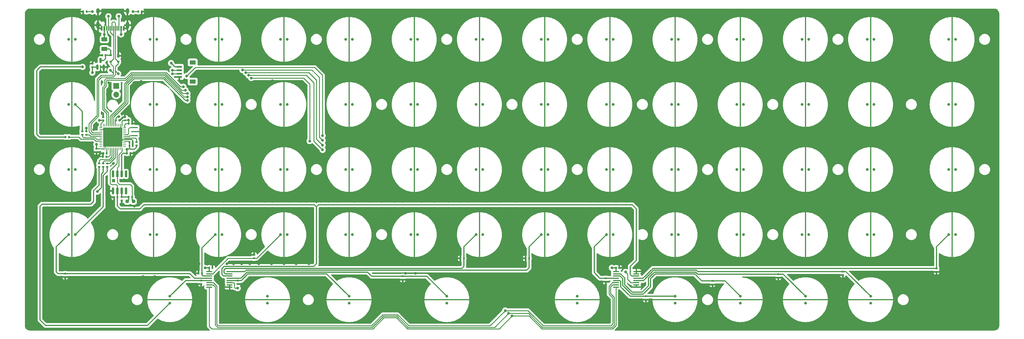
<source format=gbr>
%TF.GenerationSoftware,KiCad,Pcbnew,(6.0.0)*%
%TF.CreationDate,2022-12-27T13:23:36-08:00*%
%TF.ProjectId,denna,64656e6e-612e-46b6-9963-61645f706362,rev?*%
%TF.SameCoordinates,Original*%
%TF.FileFunction,Copper,L4,Bot*%
%TF.FilePolarity,Positive*%
%FSLAX46Y46*%
G04 Gerber Fmt 4.6, Leading zero omitted, Abs format (unit mm)*
G04 Created by KiCad (PCBNEW (6.0.0)) date 2022-12-27 13:23:36*
%MOMM*%
%LPD*%
G01*
G04 APERTURE LIST*
G04 Aperture macros list*
%AMRoundRect*
0 Rectangle with rounded corners*
0 $1 Rounding radius*
0 $2 $3 $4 $5 $6 $7 $8 $9 X,Y pos of 4 corners*
0 Add a 4 corners polygon primitive as box body*
4,1,4,$2,$3,$4,$5,$6,$7,$8,$9,$2,$3,0*
0 Add four circle primitives for the rounded corners*
1,1,$1+$1,$2,$3*
1,1,$1+$1,$4,$5*
1,1,$1+$1,$6,$7*
1,1,$1+$1,$8,$9*
0 Add four rect primitives between the rounded corners*
20,1,$1+$1,$2,$3,$4,$5,0*
20,1,$1+$1,$4,$5,$6,$7,0*
20,1,$1+$1,$6,$7,$8,$9,0*
20,1,$1+$1,$8,$9,$2,$3,0*%
%AMFreePoly0*
4,1,17,0.044650,6.694952,0.124776,6.656304,0.180215,6.586732,0.200000,6.500000,0.200000,-6.500349,0.180064,-6.587046,0.124503,-6.656522,0.044310,-6.695030,-0.044650,-6.694952,-0.124776,-6.656304,-0.180215,-6.586732,-0.200000,-6.500000,-0.200000,6.500349,-0.180064,6.587046,-0.124503,6.656522,-0.044310,6.695030,0.044650,6.694952,0.044650,6.694952,$1*%
G04 Aperture macros list end*
%TA.AperFunction,SMDPad,CuDef*%
%ADD10FreePoly0,0.000000*%
%TD*%
%TA.AperFunction,SMDPad,CuDef*%
%ADD11FreePoly0,270.000000*%
%TD*%
%TA.AperFunction,SMDPad,CuDef*%
%ADD12RoundRect,0.135000X-0.185000X0.135000X-0.185000X-0.135000X0.185000X-0.135000X0.185000X0.135000X0*%
%TD*%
%TA.AperFunction,SMDPad,CuDef*%
%ADD13RoundRect,0.140000X0.170000X-0.140000X0.170000X0.140000X-0.170000X0.140000X-0.170000X-0.140000X0*%
%TD*%
%TA.AperFunction,SMDPad,CuDef*%
%ADD14RoundRect,0.135000X0.185000X-0.135000X0.185000X0.135000X-0.185000X0.135000X-0.185000X-0.135000X0*%
%TD*%
%TA.AperFunction,SMDPad,CuDef*%
%ADD15RoundRect,0.140000X0.140000X0.170000X-0.140000X0.170000X-0.140000X-0.170000X0.140000X-0.170000X0*%
%TD*%
%TA.AperFunction,SMDPad,CuDef*%
%ADD16R,0.600000X1.450000*%
%TD*%
%TA.AperFunction,SMDPad,CuDef*%
%ADD17R,0.300000X1.450000*%
%TD*%
%TA.AperFunction,ComponentPad*%
%ADD18O,1.000000X1.600000*%
%TD*%
%TA.AperFunction,ComponentPad*%
%ADD19O,1.000000X2.100000*%
%TD*%
%TA.AperFunction,SMDPad,CuDef*%
%ADD20RoundRect,0.140000X-0.140000X-0.170000X0.140000X-0.170000X0.140000X0.170000X-0.140000X0.170000X0*%
%TD*%
%TA.AperFunction,SMDPad,CuDef*%
%ADD21R,0.700000X1.000000*%
%TD*%
%TA.AperFunction,SMDPad,CuDef*%
%ADD22R,0.700000X0.600000*%
%TD*%
%TA.AperFunction,SMDPad,CuDef*%
%ADD23RoundRect,0.135000X-0.135000X-0.185000X0.135000X-0.185000X0.135000X0.185000X-0.135000X0.185000X0*%
%TD*%
%TA.AperFunction,SMDPad,CuDef*%
%ADD24R,1.778000X0.419100*%
%TD*%
%TA.AperFunction,SMDPad,CuDef*%
%ADD25R,1.800000X1.200000*%
%TD*%
%TA.AperFunction,SMDPad,CuDef*%
%ADD26R,1.550000X0.600000*%
%TD*%
%TA.AperFunction,SMDPad,CuDef*%
%ADD27RoundRect,0.150000X0.150000X-0.587500X0.150000X0.587500X-0.150000X0.587500X-0.150000X-0.587500X0*%
%TD*%
%TA.AperFunction,SMDPad,CuDef*%
%ADD28RoundRect,0.062500X0.375000X0.062500X-0.375000X0.062500X-0.375000X-0.062500X0.375000X-0.062500X0*%
%TD*%
%TA.AperFunction,SMDPad,CuDef*%
%ADD29RoundRect,0.062500X0.062500X0.375000X-0.062500X0.375000X-0.062500X-0.375000X0.062500X-0.375000X0*%
%TD*%
%TA.AperFunction,SMDPad,CuDef*%
%ADD30R,5.600000X5.600000*%
%TD*%
%TA.AperFunction,SMDPad,CuDef*%
%ADD31RoundRect,0.135000X0.135000X0.185000X-0.135000X0.185000X-0.135000X-0.185000X0.135000X-0.185000X0*%
%TD*%
%TA.AperFunction,ComponentPad*%
%ADD32R,1.700000X1.700000*%
%TD*%
%TA.AperFunction,ComponentPad*%
%ADD33O,1.700000X1.700000*%
%TD*%
%TA.AperFunction,SMDPad,CuDef*%
%ADD34RoundRect,0.237500X0.250000X0.237500X-0.250000X0.237500X-0.250000X-0.237500X0.250000X-0.237500X0*%
%TD*%
%TA.AperFunction,SMDPad,CuDef*%
%ADD35RoundRect,0.250000X-0.625000X0.375000X-0.625000X-0.375000X0.625000X-0.375000X0.625000X0.375000X0*%
%TD*%
%TA.AperFunction,SMDPad,CuDef*%
%ADD36R,1.900000X0.400000*%
%TD*%
%TA.AperFunction,SMDPad,CuDef*%
%ADD37RoundRect,0.140000X-0.170000X0.140000X-0.170000X-0.140000X0.170000X-0.140000X0.170000X0.140000X0*%
%TD*%
%TA.AperFunction,SMDPad,CuDef*%
%ADD38RoundRect,0.150000X0.150000X-0.825000X0.150000X0.825000X-0.150000X0.825000X-0.150000X-0.825000X0*%
%TD*%
%TA.AperFunction,ViaPad*%
%ADD39C,0.800000*%
%TD*%
%TA.AperFunction,Conductor*%
%ADD40C,0.250000*%
%TD*%
%TA.AperFunction,Conductor*%
%ADD41C,0.500000*%
%TD*%
%TA.AperFunction,Conductor*%
%ADD42C,0.350000*%
%TD*%
G04 APERTURE END LIST*
D10*
%TO.P,SW38,3,SG*%
%TO.N,GND*%
X190500000Y-47625000D03*
%TD*%
D11*
%TO.P,SW56,3,SG*%
%TO.N,GND*%
X247650000Y-104775000D03*
%TD*%
D10*
%TO.P,SW34,3,SG*%
%TO.N,GND*%
X171450000Y-47625000D03*
%TD*%
D11*
%TO.P,SW46,3,SG*%
%TO.N,GND*%
X209550000Y-104775000D03*
%TD*%
D10*
%TO.P,SW37,3,SG*%
%TO.N,GND*%
X190500000Y-28575000D03*
%TD*%
%TO.P,SW62,3,SG*%
%TO.N,GND*%
X290512500Y-28575000D03*
%TD*%
%TO.P,SW20,3,SG*%
%TO.N,GND*%
X114300000Y-47625000D03*
%TD*%
%TO.P,SW49,3,SG*%
%TO.N,GND*%
X228600000Y-66675000D03*
%TD*%
%TO.P,SW3,3,SG*%
%TO.N,GND*%
X33337500Y-66675000D03*
%TD*%
%TO.P,SW11,3,SG*%
%TO.N,GND*%
X76200000Y-47625000D03*
%TD*%
%TO.P,SW60,3,SG*%
%TO.N,GND*%
X266700000Y-85725000D03*
%TD*%
%TO.P,SW32,3,SG*%
%TO.N,GND*%
X152400000Y-85725000D03*
%TD*%
%TO.P,SW47,3,SG*%
%TO.N,GND*%
X228600000Y-28575000D03*
%TD*%
%TO.P,SW25,3,SG*%
%TO.N,GND*%
X133350000Y-47625000D03*
%TD*%
%TO.P,SW2,3,SG*%
%TO.N,GND*%
X33337500Y-47625000D03*
%TD*%
%TO.P,SW64,3,SG*%
%TO.N,GND*%
X290512500Y-66675000D03*
%TD*%
%TO.P,SW1,3,SG*%
%TO.N,GND*%
X33337500Y-28575000D03*
%TD*%
%TO.P,SW45,3,SG*%
%TO.N,GND*%
X209550000Y-85725000D03*
%TD*%
%TO.P,SW17,3,SG*%
%TO.N,GND*%
X95250000Y-85725000D03*
%TD*%
%TO.P,SW8,3,SG*%
%TO.N,GND*%
X57150000Y-85725000D03*
%TD*%
%TO.P,SW43,3,SG*%
%TO.N,GND*%
X209550000Y-47625000D03*
%TD*%
%TO.P,SW33,3,SG*%
%TO.N,GND*%
X171450000Y-28575000D03*
%TD*%
%TO.P,SW16,3,SG*%
%TO.N,GND*%
X95250000Y-66675000D03*
%TD*%
%TO.P,SW4,3,SG*%
%TO.N,GND*%
X33337500Y-85725000D03*
%TD*%
%TO.P,SW59,3,SG*%
%TO.N,GND*%
X266700000Y-66675000D03*
%TD*%
%TO.P,SW65,3,SG*%
%TO.N,GND*%
X290512500Y-85725000D03*
%TD*%
D11*
%TO.P,SW9,3,SG*%
%TO.N,GND*%
X61912500Y-104775000D03*
%TD*%
D10*
%TO.P,SW5,3,SG*%
%TO.N,GND*%
X57150000Y-28575000D03*
%TD*%
%TO.P,SW42,3,SG*%
%TO.N,GND*%
X209550000Y-28575000D03*
%TD*%
%TO.P,SW21,3,SG*%
%TO.N,GND*%
X114300000Y-66675000D03*
%TD*%
%TO.P,SW36,3,SG*%
%TO.N,GND*%
X171450000Y-85725000D03*
%TD*%
%TO.P,SW13,3,SG*%
%TO.N,GND*%
X76200000Y-85725000D03*
%TD*%
%TO.P,SW55,3,SG*%
%TO.N,GND*%
X247650000Y-85725000D03*
%TD*%
%TO.P,SW53,3,SG*%
%TO.N,GND*%
X247650000Y-47625000D03*
%TD*%
%TO.P,SW7,3,SG*%
%TO.N,GND*%
X57150000Y-66675000D03*
%TD*%
%TO.P,SW31,3,SG*%
%TO.N,GND*%
X152400000Y-66675000D03*
%TD*%
%TO.P,SW39,3,SG*%
%TO.N,GND*%
X190500000Y-66675000D03*
%TD*%
%TO.P,SW19,3,SG*%
%TO.N,GND*%
X114300000Y-28575000D03*
%TD*%
%TO.P,SW35,3,SG*%
%TO.N,GND*%
X171450000Y-66675000D03*
%TD*%
%TO.P,SW6,3,SG*%
%TO.N,GND*%
X57150000Y-47625000D03*
%TD*%
D11*
%TO.P,SW61,3,SG*%
%TO.N,GND*%
X266700000Y-104775000D03*
%TD*%
%TO.P,SW23,3,SG*%
%TO.N,GND*%
X114300000Y-104775000D03*
%TD*%
%TO.P,SW51,3,SG*%
%TO.N,GND*%
X228600000Y-104775000D03*
%TD*%
D10*
%TO.P,SW57,3,SG*%
%TO.N,GND*%
X266700000Y-28575000D03*
%TD*%
%TO.P,SW52,3,SG*%
%TO.N,GND*%
X247650000Y-28575000D03*
%TD*%
%TO.P,SW27,3,SG*%
%TO.N,GND*%
X133350000Y-85725000D03*
%TD*%
D11*
%TO.P,SW18,3,SG*%
%TO.N,GND*%
X90487500Y-104775000D03*
%TD*%
D10*
%TO.P,SW30,3,SG*%
%TO.N,GND*%
X152400000Y-47625000D03*
%TD*%
%TO.P,SW22,3,SG*%
%TO.N,GND*%
X114300000Y-85725000D03*
%TD*%
%TO.P,SW63,3,SG*%
%TO.N,GND*%
X290512500Y-47625000D03*
%TD*%
%TO.P,SW24,3,SG*%
%TO.N,GND*%
X133350000Y-28575000D03*
%TD*%
%TO.P,SW44,3,SG*%
%TO.N,GND*%
X209550000Y-66675000D03*
%TD*%
D11*
%TO.P,SW41,3,SG*%
%TO.N,GND*%
X180975000Y-104775000D03*
%TD*%
D10*
%TO.P,SW15,3,SG*%
%TO.N,GND*%
X95250000Y-47625000D03*
%TD*%
%TO.P,SW26,3,SG*%
%TO.N,GND*%
X133350000Y-66675000D03*
%TD*%
%TO.P,SW14,3,SG*%
%TO.N,GND*%
X95250000Y-28575000D03*
%TD*%
%TO.P,SW40,3,SG*%
%TO.N,GND*%
X190500000Y-85725000D03*
%TD*%
%TO.P,SW50,3,SG*%
%TO.N,GND*%
X228600000Y-85725000D03*
%TD*%
%TO.P,SW54,3,SG*%
%TO.N,GND*%
X247650000Y-66675000D03*
%TD*%
%TO.P,SW12,3,SG*%
%TO.N,GND*%
X76200000Y-66675000D03*
%TD*%
%TO.P,SW48,3,SG*%
%TO.N,GND*%
X228600000Y-47625000D03*
%TD*%
%TO.P,SW10,3,SG*%
%TO.N,GND*%
X76200000Y-28575000D03*
%TD*%
D11*
%TO.P,SW28,3,SG*%
%TO.N,GND*%
X142875000Y-104775000D03*
%TD*%
D10*
%TO.P,SW29,3,SG*%
%TO.N,GND*%
X152400000Y-28575000D03*
%TD*%
%TO.P,SW58,3,SG*%
%TO.N,GND*%
X266700000Y-47625000D03*
%TD*%
D12*
%TO.P,R14,1*%
%TO.N,COL9*%
X201017694Y-103783074D03*
%TO.P,R14,2*%
%TO.N,GND*%
X201017694Y-104803074D03*
%TD*%
D13*
%TO.P,C7,1*%
%TO.N,VBAT*%
X48815748Y-52272318D03*
%TO.P,C7,2*%
%TO.N,GND*%
X48815748Y-51312318D03*
%TD*%
D14*
%TO.P,R27,1*%
%TO.N,Net-(R27-Pad1)*%
X36314154Y-56469516D03*
%TO.P,R27,2*%
%TO.N,ROW1*%
X36314154Y-55449516D03*
%TD*%
D12*
%TO.P,R16,1*%
%TO.N,COL4*%
X81756456Y-99144704D03*
%TO.P,R16,2*%
%TO.N,GND*%
X81756456Y-100164704D03*
%TD*%
D15*
%TO.P,C1,1*%
%TO.N,+5V*%
X43144170Y-33181336D03*
%TO.P,C1,2*%
%TO.N,GND*%
X42184170Y-33181336D03*
%TD*%
D16*
%TO.P,USB1,1,GND*%
%TO.N,GND*%
X42018750Y-25360680D03*
%TO.P,USB1,2,VBUS*%
%TO.N,VBUS*%
X42793750Y-25360680D03*
D17*
%TO.P,USB1,3,SBU2*%
%TO.N,unconnected-(USB1-Pad3)*%
X43493750Y-25360680D03*
%TO.P,USB1,4,CC1*%
%TO.N,Net-(R4-Pad1)*%
X43993750Y-25360680D03*
%TO.P,USB1,5,DN2*%
%TO.N,D-*%
X44493750Y-25360680D03*
%TO.P,USB1,6,DP1*%
%TO.N,D+*%
X44993750Y-25360680D03*
%TO.P,USB1,7,DN1*%
%TO.N,D-*%
X45493750Y-25360680D03*
%TO.P,USB1,8,DP2*%
%TO.N,D+*%
X45993750Y-25360680D03*
%TO.P,USB1,9,SBU1*%
%TO.N,unconnected-(USB1-Pad9)*%
X46493750Y-25360680D03*
%TO.P,USB1,10,CC2*%
%TO.N,Net-(R5-Pad1)*%
X46993750Y-25360680D03*
D16*
%TO.P,USB1,11,VBUS*%
%TO.N,VBUS*%
X47693750Y-25360680D03*
%TO.P,USB1,12,GND*%
%TO.N,GND*%
X48468750Y-25360680D03*
D18*
%TO.P,USB1,13,SHIELD*%
X49563750Y-20265680D03*
X40923750Y-20265680D03*
D19*
X49563750Y-24445680D03*
X40923750Y-24445680D03*
%TD*%
D20*
%TO.P,C11,1*%
%TO.N,VBAT*%
X192288652Y-95448678D03*
%TO.P,C11,2*%
%TO.N,GND*%
X193248652Y-95448678D03*
%TD*%
D21*
%TO.P,D1,1,GND*%
%TO.N,GND*%
X46843750Y-33361336D03*
D22*
%TO.P,D1,2,I/O1*%
%TO.N,D+*%
X46843750Y-35081336D03*
%TO.P,D1,3,I/O2*%
%TO.N,D-*%
X44643750Y-35081336D03*
%TO.P,D1,4,VCC*%
%TO.N,+5V*%
X44643750Y-33181336D03*
%TD*%
D23*
%TO.P,R2,1*%
%TO.N,BOOT0*%
X46208244Y-52272318D03*
%TO.P,R2,2*%
%TO.N,GND*%
X47228244Y-52272318D03*
%TD*%
D24*
%TO.P,U4,1,A4*%
%TO.N,GND*%
X198237332Y-96548824D03*
%TO.P,U4,2,A6*%
X198237332Y-97199064D03*
%TO.P,U4,3,A*%
%TO.N,APLEX_OUT_PIN_0*%
X198237332Y-97849304D03*
%TO.P,U4,4,A7*%
%TO.N,COL13*%
X198237332Y-98499544D03*
%TO.P,U4,5,A5*%
%TO.N,COL12*%
X198237332Y-99144704D03*
%TO.P,U4,6,~{E}*%
%TO.N,APLEX_EN_PIN_1*%
X198237332Y-99794944D03*
%TO.P,U4,7,VEE*%
%TO.N,GND*%
X198237332Y-100445184D03*
%TO.P,U4,8,GND*%
X198237332Y-101095424D03*
%TO.P,U4,9,S2*%
%TO.N,AMUX_SEL_2*%
X192288652Y-101095424D03*
%TO.P,U4,10,S1*%
%TO.N,AMUX_SEL_1*%
X192288652Y-100445184D03*
%TO.P,U4,11,S0*%
%TO.N,AMUX_SEL_0*%
X192288652Y-99794944D03*
%TO.P,U4,12,A3*%
%TO.N,COL9*%
X192288652Y-99144704D03*
%TO.P,U4,13,A0*%
%TO.N,COL8*%
X192288652Y-98499544D03*
%TO.P,U4,14,A1*%
%TO.N,COL10*%
X192288652Y-97849304D03*
%TO.P,U4,15,A2*%
%TO.N,COL11*%
X192288652Y-97199064D03*
%TO.P,U4,16,VCC*%
%TO.N,VBAT*%
X192288652Y-96548824D03*
%TD*%
D12*
%TO.P,R19,1*%
%TO.N,COL5*%
X129976890Y-97915248D03*
%TO.P,R19,2*%
%TO.N,GND*%
X129976890Y-98935248D03*
%TD*%
D25*
%TO.P,J1,*%
%TO.N,*%
X68612500Y-35300096D03*
X68612500Y-40900096D03*
D26*
%TO.P,J1,1,Pin_1*%
%TO.N,VBUS*%
X64737500Y-36600096D03*
%TO.P,J1,2,Pin_2*%
%TO.N,D-*%
X64737500Y-37600096D03*
%TO.P,J1,3,Pin_3*%
%TO.N,D+*%
X64737500Y-38600096D03*
%TO.P,J1,4,Pin_4*%
%TO.N,GND*%
X64737500Y-39600096D03*
%TD*%
D14*
%TO.P,R6,1*%
%TO.N,Net-(R6-Pad1)*%
X37504782Y-56469516D03*
%TO.P,R6,2*%
%TO.N,VBAT*%
X37504782Y-55449516D03*
%TD*%
D12*
%TO.P,R26,1*%
%TO.N,Net-(R26-Pad1)*%
X43656360Y-64889226D03*
%TO.P,R26,2*%
%TO.N,ROW3*%
X43656360Y-65909226D03*
%TD*%
D27*
%TO.P,U1,1,GND*%
%TO.N,GND*%
X42621980Y-36656340D03*
%TO.P,U1,2,VO*%
%TO.N,VBAT*%
X40721980Y-36656340D03*
%TO.P,U1,3,VI*%
%TO.N,+5V*%
X41671980Y-34781340D03*
%TD*%
D12*
%TO.P,R10,1*%
%TO.N,COL10*%
X220464618Y-99304314D03*
%TO.P,R10,2*%
%TO.N,GND*%
X220464618Y-100324314D03*
%TD*%
D28*
%TO.P,U2,1,VBAT*%
%TO.N,VBAT*%
X48681250Y-54400000D03*
%TO.P,U2,2,PC13*%
%TO.N,unconnected-(U2-Pad2)*%
X48681250Y-54900000D03*
%TO.P,U2,3,PC14*%
%TO.N,unconnected-(U2-Pad3)*%
X48681250Y-55400000D03*
%TO.P,U2,4,PC15*%
%TO.N,unconnected-(U2-Pad4)*%
X48681250Y-55900000D03*
%TO.P,U2,5,PH0*%
%TO.N,XTAL0*%
X48681250Y-56400000D03*
%TO.P,U2,6,PH1*%
%TO.N,XTAL1*%
X48681250Y-56900000D03*
%TO.P,U2,7,NRST*%
%TO.N,NRST*%
X48681250Y-57400000D03*
%TO.P,U2,8,VSSA*%
%TO.N,GND*%
X48681250Y-57900000D03*
%TO.P,U2,9,VREF+*%
%TO.N,VBAT*%
X48681250Y-58400000D03*
%TO.P,U2,10,PA0*%
%TO.N,unconnected-(U2-Pad10)*%
X48681250Y-58900000D03*
%TO.P,U2,11,PA1*%
%TO.N,unconnected-(U2-Pad11)*%
X48681250Y-59400000D03*
%TO.P,U2,12,PA2*%
%TO.N,unconnected-(U2-Pad12)*%
X48681250Y-59900000D03*
D29*
%TO.P,U2,13,PA3*%
%TO.N,ADC*%
X47993750Y-60587500D03*
%TO.P,U2,14,PA4*%
%TO.N,unconnected-(U2-Pad14)*%
X47493750Y-60587500D03*
%TO.P,U2,15,PA5*%
%TO.N,unconnected-(U2-Pad15)*%
X46993750Y-60587500D03*
%TO.P,U2,16,PA6*%
%TO.N,APLEX_OUT_PIN_0*%
X46493750Y-60587500D03*
%TO.P,U2,17,PA7*%
%TO.N,Net-(R26-Pad1)*%
X45993750Y-60587500D03*
%TO.P,U2,18,PB0*%
%TO.N,Net-(R23-Pad2)*%
X45493750Y-60587500D03*
%TO.P,U2,19,PB1*%
%TO.N,Net-(R24-Pad2)*%
X44993750Y-60587500D03*
%TO.P,U2,20,PB2*%
%TO.N,Boot1*%
X44493750Y-60587500D03*
%TO.P,U2,21,PB10*%
%TO.N,unconnected-(U2-Pad21)*%
X43993750Y-60587500D03*
%TO.P,U2,22,VCAP1*%
%TO.N,Net-(C5-Pad1)*%
X43493750Y-60587500D03*
%TO.P,U2,23,VSS*%
%TO.N,GND*%
X42993750Y-60587500D03*
%TO.P,U2,24,VDD*%
%TO.N,VBAT*%
X42493750Y-60587500D03*
D28*
%TO.P,U2,25,PB12*%
%TO.N,unconnected-(U2-Pad25)*%
X41806250Y-59900000D03*
%TO.P,U2,26,PB13*%
%TO.N,unconnected-(U2-Pad26)*%
X41806250Y-59400000D03*
%TO.P,U2,27,PB14*%
%TO.N,unconnected-(U2-Pad27)*%
X41806250Y-58900000D03*
%TO.P,U2,28,PB15*%
%TO.N,Net-(R25-Pad2)*%
X41806250Y-58400000D03*
%TO.P,U2,29,PA8*%
%TO.N,Net-(R27-Pad1)*%
X41806250Y-57900000D03*
%TO.P,U2,30,PA9*%
%TO.N,unconnected-(U2-Pad30)*%
X41806250Y-57400000D03*
%TO.P,U2,31,PA10*%
%TO.N,Net-(R6-Pad1)*%
X41806250Y-56900000D03*
%TO.P,U2,32,PA11*%
%TO.N,D-*%
X41806250Y-56400000D03*
%TO.P,U2,33,PA12*%
%TO.N,D+*%
X41806250Y-55900000D03*
%TO.P,U2,34,PA13*%
%TO.N,SWDIO*%
X41806250Y-55400000D03*
%TO.P,U2,35,VSS*%
%TO.N,GND*%
X41806250Y-54900000D03*
%TO.P,U2,36,VDD*%
%TO.N,VBAT*%
X41806250Y-54400000D03*
D29*
%TO.P,U2,37,PA14*%
%TO.N,SWCLK*%
X42493750Y-53712500D03*
%TO.P,U2,38,PA15*%
%TO.N,unconnected-(U2-Pad38)*%
X42993750Y-53712500D03*
%TO.P,U2,39,PB3*%
%TO.N,APLEX_EN_PIN_1*%
X43493750Y-53712500D03*
%TO.P,U2,40,PB4*%
%TO.N,AMUX_SEL_2*%
X43993750Y-53712500D03*
%TO.P,U2,41,PB5*%
%TO.N,AMUX_SEL_1*%
X44493750Y-53712500D03*
%TO.P,U2,42,PB6*%
%TO.N,AMUX_SEL_0*%
X44993750Y-53712500D03*
%TO.P,U2,43,PB7*%
%TO.N,APLEX_EN_PIN_0*%
X45493750Y-53712500D03*
%TO.P,U2,44,BOOT0*%
%TO.N,BOOT0*%
X45993750Y-53712500D03*
%TO.P,U2,45,PB8*%
%TO.N,unconnected-(U2-Pad45)*%
X46493750Y-53712500D03*
%TO.P,U2,46,PB9*%
%TO.N,unconnected-(U2-Pad46)*%
X46993750Y-53712500D03*
%TO.P,U2,47,VSS*%
%TO.N,GND*%
X47493750Y-53712500D03*
%TO.P,U2,48,VDD*%
%TO.N,VBAT*%
X47993750Y-53712500D03*
D30*
%TO.P,U2,49,VSS*%
%TO.N,GND*%
X45243750Y-57150000D03*
%TD*%
D31*
%TO.P,R9,1*%
%TO.N,COL2*%
X71352366Y-97036182D03*
%TO.P,R9,2*%
%TO.N,GND*%
X70332366Y-97036182D03*
%TD*%
D32*
%TO.P,JP1,1,A*%
%TO.N,VBAT*%
X46236054Y-42182922D03*
D33*
%TO.P,JP1,2,B*%
%TO.N,BOOT0*%
X46236054Y-44722922D03*
%TD*%
D13*
%TO.P,C6,1*%
%TO.N,VBAT*%
X42465732Y-52272318D03*
%TO.P,C6,2*%
%TO.N,GND*%
X42465732Y-51312318D03*
%TD*%
D15*
%TO.P,C5,1*%
%TO.N,Net-(C5-Pad1)*%
X43493750Y-61912656D03*
%TO.P,C5,2*%
%TO.N,GND*%
X42533750Y-61912656D03*
%TD*%
D12*
%TO.P,R8,1*%
%TO.N,COL8*%
X189309852Y-98499544D03*
%TO.P,R8,2*%
%TO.N,GND*%
X189309852Y-99519544D03*
%TD*%
D34*
%TO.P,JP2,1,A*%
%TO.N,ADC*%
X51315752Y-76001754D03*
%TO.P,JP2,2,B*%
%TO.N,Net-(JP2-Pad2)*%
X49490752Y-76001754D03*
%TD*%
D14*
%TO.P,R23,1*%
%TO.N,ROW2*%
X42465732Y-65909226D03*
%TO.P,R23,2*%
%TO.N,Net-(R23-Pad2)*%
X42465732Y-64889226D03*
%TD*%
D20*
%TO.P,C3,1*%
%TO.N,VBAT*%
X49923252Y-53181384D03*
%TO.P,C3,2*%
%TO.N,GND*%
X50883252Y-53181384D03*
%TD*%
D35*
%TO.P,F1,1*%
%TO.N,VBUS*%
X42793864Y-28564138D03*
%TO.P,F1,2*%
%TO.N,+5V*%
X42793864Y-31364138D03*
%TD*%
D12*
%TO.P,R21,1*%
%TO.N,Net-(JP2-Pad2)*%
X47863244Y-74698002D03*
%TO.P,R21,2*%
%TO.N,GND*%
X47863244Y-75718002D03*
%TD*%
D31*
%TO.P,R3,1*%
%TO.N,Boot1*%
X43372608Y-62904846D03*
%TO.P,R3,2*%
%TO.N,GND*%
X42352608Y-62904846D03*
%TD*%
D12*
%TO.P,R20,2*%
%TO.N,GND*%
X285949158Y-96653992D03*
%TO.P,R20,1*%
%TO.N,COL13*%
X285949158Y-95633992D03*
%TD*%
%TO.P,R13,1*%
%TO.N,COL1*%
X71040804Y-99144704D03*
%TO.P,R13,2*%
%TO.N,GND*%
X71040804Y-100164704D03*
%TD*%
D36*
%TO.P,Y1,1,1*%
%TO.N,XTAL1*%
X51593880Y-56762640D03*
%TO.P,Y1,2,2*%
%TO.N,GND*%
X51593880Y-55562640D03*
%TO.P,Y1,3,3*%
%TO.N,XTAL0*%
X51593880Y-54362640D03*
%TD*%
D37*
%TO.P,C4,1*%
%TO.N,VBAT*%
X40481352Y-60587500D03*
%TO.P,C4,2*%
%TO.N,GND*%
X40481352Y-61547500D03*
%TD*%
D15*
%TO.P,C12,1*%
%TO.N,APLEX_OUT_PIN_0*%
X46593244Y-74811126D03*
%TO.P,C12,2*%
%TO.N,GND*%
X45633244Y-74811126D03*
%TD*%
D20*
%TO.P,C13,1*%
%TO.N,VBAT*%
X49411062Y-61912656D03*
%TO.P,C13,2*%
%TO.N,GND*%
X50371062Y-61912656D03*
%TD*%
D12*
%TO.P,R17,1*%
%TO.N,COL12*%
X258564714Y-96526182D03*
%TO.P,R17,2*%
%TO.N,GND*%
X258564714Y-97546182D03*
%TD*%
D31*
%TO.P,R18,1*%
%TO.N,COL6*%
X147836310Y-92670546D03*
%TO.P,R18,2*%
%TO.N,GND*%
X146816310Y-92670546D03*
%TD*%
D24*
%TO.P,U3,1,A4*%
%TO.N,COL7*%
X79372970Y-96548824D03*
%TO.P,U3,2,A6*%
%TO.N,COL6*%
X79372970Y-97199064D03*
%TO.P,U3,3,A*%
%TO.N,APLEX_OUT_PIN_0*%
X79372970Y-97849304D03*
%TO.P,U3,4,A7*%
%TO.N,COL5*%
X79372970Y-98499544D03*
%TO.P,U3,5,A5*%
%TO.N,COL4*%
X79372970Y-99144704D03*
%TO.P,U3,6,~{E}*%
%TO.N,APLEX_EN_PIN_0*%
X79372970Y-99794944D03*
%TO.P,U3,7,VEE*%
%TO.N,GND*%
X79372970Y-100445184D03*
%TO.P,U3,8,GND*%
X79372970Y-101095424D03*
%TO.P,U3,9,S2*%
%TO.N,AMUX_SEL_2*%
X73424290Y-101095424D03*
%TO.P,U3,10,S1*%
%TO.N,AMUX_SEL_1*%
X73424290Y-100445184D03*
%TO.P,U3,11,S0*%
%TO.N,AMUX_SEL_0*%
X73424290Y-99794944D03*
%TO.P,U3,12,A3*%
%TO.N,COL1*%
X73424290Y-99144704D03*
%TO.P,U3,13,A0*%
%TO.N,COL0*%
X73424290Y-98499544D03*
%TO.P,U3,14,A1*%
%TO.N,COL2*%
X73424290Y-97849304D03*
%TO.P,U3,15,A2*%
%TO.N,COL3*%
X73424290Y-97199064D03*
%TO.P,U3,16,VCC*%
%TO.N,VBAT*%
X73424290Y-96548824D03*
%TD*%
D20*
%TO.P,C9,1*%
%TO.N,VBAT*%
X50121690Y-58737648D03*
%TO.P,C9,2*%
%TO.N,GND*%
X51081690Y-58737648D03*
%TD*%
D31*
%TO.P,R4,1*%
%TO.N,Net-(R4-Pad1)*%
X37617906Y-20439114D03*
%TO.P,R4,2*%
%TO.N,GND*%
X36597906Y-20439114D03*
%TD*%
D20*
%TO.P,C8,1*%
%TO.N,VBAT*%
X50121690Y-59729838D03*
%TO.P,C8,2*%
%TO.N,GND*%
X51081690Y-59729838D03*
%TD*%
D12*
%TO.P,R12,1*%
%TO.N,COL11*%
X239713104Y-97319934D03*
%TO.P,R12,2*%
%TO.N,GND*%
X239713104Y-98339934D03*
%TD*%
D13*
%TO.P,C2,1*%
%TO.N,VBAT*%
X39290724Y-36656340D03*
%TO.P,C2,2*%
%TO.N,GND*%
X39290724Y-35696340D03*
%TD*%
D14*
%TO.P,R11,1*%
%TO.N,COL3*%
X86518968Y-92670546D03*
%TO.P,R11,2*%
%TO.N,GND*%
X86518968Y-91650546D03*
%TD*%
D31*
%TO.P,R15,1*%
%TO.N,COL7*%
X166886358Y-92670546D03*
%TO.P,R15,2*%
%TO.N,GND*%
X165866358Y-92670546D03*
%TD*%
D14*
%TO.P,R24,1*%
%TO.N,ROW4*%
X41275104Y-65909226D03*
%TO.P,R24,2*%
%TO.N,Net-(R24-Pad2)*%
X41275104Y-64889226D03*
%TD*%
%TO.P,R1,1*%
%TO.N,VBAT*%
X52189194Y-59644524D03*
%TO.P,R1,2*%
%TO.N,NRST*%
X52189194Y-58624524D03*
%TD*%
D23*
%TO.P,R5,1*%
%TO.N,Net-(R5-Pad1)*%
X52671384Y-20439114D03*
%TO.P,R5,2*%
%TO.N,GND*%
X53691384Y-20439114D03*
%TD*%
D12*
%TO.P,R7,1*%
%TO.N,COL0*%
X31353204Y-97121496D03*
%TO.P,R7,2*%
%TO.N,GND*%
X31353204Y-98141496D03*
%TD*%
D23*
%TO.P,R25,1*%
%TO.N,ROW0*%
X31438518Y-57150144D03*
%TO.P,R25,2*%
%TO.N,Net-(R25-Pad2)*%
X32458518Y-57150144D03*
%TD*%
D20*
%TO.P,C10,1*%
%TO.N,VBAT*%
X73424290Y-95448678D03*
%TO.P,C10,2*%
%TO.N,GND*%
X74384290Y-95448678D03*
%TD*%
D38*
%TO.P,U5,1*%
%TO.N,N/C*%
X49133244Y-72920490D03*
%TO.P,U5,2,IN-*%
%TO.N,Net-(JP2-Pad2)*%
X47863244Y-72920490D03*
%TO.P,U5,3,IN+*%
%TO.N,APLEX_OUT_PIN_0*%
X46593244Y-72920490D03*
%TO.P,U5,4,V-*%
%TO.N,GND*%
X45323244Y-72920490D03*
%TO.P,U5,5*%
%TO.N,N/C*%
X45323244Y-67970490D03*
%TO.P,U5,6,OUT*%
%TO.N,ADC*%
X46593244Y-67970490D03*
%TO.P,U5,7,V+*%
%TO.N,VBAT*%
X47863244Y-67970490D03*
%TO.P,U5,8*%
%TO.N,N/C*%
X49133244Y-67970490D03*
%TD*%
D23*
%TO.P,R22,1*%
%TO.N,Net-(JP2-Pad2)*%
X49893252Y-74698002D03*
%TO.P,R22,2*%
%TO.N,ADC*%
X50913252Y-74698002D03*
%TD*%
D39*
%TO.N,GND*%
X44053236Y-41275104D03*
X111720594Y-94258050D03*
X118665924Y-94258050D03*
X290711670Y-104775264D03*
X299839818Y-85725216D03*
X189706728Y-110728404D03*
X158353524Y-97631496D03*
X43656360Y-44648550D03*
X104775264Y-61118904D03*
X108744024Y-59928276D03*
X101203380Y-56951706D03*
X101203380Y-54570450D03*
X123825312Y-53181384D03*
X123825312Y-41870418D03*
%TO.N,AMUX_SEL_0*%
X106561206Y-60920466D03*
%TO.N,AMUX_SEL_1*%
X106561206Y-59531400D03*
%TO.N,AMUX_SEL_2*%
X106561206Y-58142334D03*
%TO.N,APLEX_EN_PIN_1*%
X106561206Y-56753268D03*
%TO.N,GND*%
X110926842Y-54570450D03*
X108347148Y-54570450D03*
%TO.N,APLEX_EN_PIN_0*%
X102790884Y-58340772D03*
%TO.N,GND*%
X139303476Y-92273670D03*
%TO.N,BOOT0*%
X47029806Y-51197004D03*
%TO.N,GND*%
X42068856Y-41076666D03*
X257175648Y-110728404D03*
X257175648Y-98822124D03*
X238125600Y-110728404D03*
X238125600Y-98822124D03*
X257175648Y-104775264D03*
X284956968Y-94258050D03*
X284956968Y-92273670D03*
X238125600Y-104775264D03*
X276027258Y-110728404D03*
X276027258Y-98822124D03*
X200422380Y-100409628D03*
X196453620Y-104775264D03*
X219075552Y-109537776D03*
X219075552Y-101203380D03*
X263525664Y-94456488D03*
X260747532Y-94456488D03*
X260747532Y-92273670D03*
X253603764Y-92273670D03*
X244475616Y-94456488D03*
X241697484Y-94456488D03*
X241697484Y-92273670D03*
X234553716Y-92273670D03*
X225822444Y-94456488D03*
X222250560Y-94456488D03*
X222250560Y-92075232D03*
X196056744Y-92273670D03*
X195461430Y-94456488D03*
X206573958Y-94456488D03*
X203200512Y-94456488D03*
X203200512Y-92075232D03*
X177403572Y-73818936D03*
X178197324Y-78184572D03*
X184547340Y-94456488D03*
X184547340Y-92273670D03*
X178792638Y-94258050D03*
X174030126Y-97433058D03*
X166092606Y-104378388D03*
X162917598Y-94456488D03*
X158353524Y-94456488D03*
X162917598Y-92273670D03*
X158353524Y-92273670D03*
X149423814Y-97631496D03*
X149423814Y-94456488D03*
X145653492Y-94456488D03*
X145653492Y-91678356D03*
X131167518Y-94258050D03*
X128587824Y-104775264D03*
X127397196Y-94456488D03*
X127397196Y-92075232D03*
X108545586Y-94258050D03*
X108545586Y-92273670D03*
X105767454Y-94258050D03*
X105767454Y-92273670D03*
X101401818Y-92273670D03*
X102592446Y-94258050D03*
X98822124Y-94258050D03*
X95250240Y-94258050D03*
X91678356Y-94258050D03*
X87908034Y-94258050D03*
X85328340Y-94258050D03*
X82947084Y-94258050D03*
X80565828Y-94258050D03*
X78581448Y-94258050D03*
X75208002Y-94258050D03*
X72429870Y-94258050D03*
X70445490Y-94258050D03*
X89297100Y-92273670D03*
X71437680Y-104775264D03*
X79375200Y-104973702D03*
X102394008Y-110728404D03*
X102394008Y-98822124D03*
X31353204Y-102394008D03*
X23812560Y-112514346D03*
X24010998Y-72231432D03*
X24010998Y-60920466D03*
X54173574Y-98028372D03*
X57547020Y-98028372D03*
X53181384Y-92273670D03*
X53975136Y-94456488D03*
X51197004Y-94456488D03*
X51197004Y-92075232D03*
X68064234Y-92075232D03*
X68064234Y-94456488D03*
X65286102Y-94456488D03*
X63103284Y-92273670D03*
X29964138Y-77986134D03*
X27582882Y-77986134D03*
X29964138Y-75803316D03*
X27582882Y-75803316D03*
X299839818Y-47625120D03*
X299839818Y-72429870D03*
X299839818Y-60920466D03*
X287139786Y-76001754D03*
X284560092Y-76001754D03*
X287139786Y-73620498D03*
X284560092Y-73620498D03*
X263327226Y-76001754D03*
X260747532Y-76001754D03*
X263327226Y-73620498D03*
X260747532Y-73620498D03*
X244277178Y-76001754D03*
X241697484Y-76001754D03*
X244277178Y-73620498D03*
X241697484Y-73620498D03*
X225227130Y-76001754D03*
X222647436Y-76001754D03*
X225227130Y-73620498D03*
X222647436Y-73620498D03*
X206177082Y-76001754D03*
X203795826Y-76001754D03*
X206177082Y-73620498D03*
X203795826Y-73620498D03*
X187127034Y-73620498D03*
X184745778Y-73620498D03*
X167878548Y-77986134D03*
X167878548Y-73620498D03*
X165695730Y-73620498D03*
X158551962Y-73620498D03*
X149026938Y-73620498D03*
X146645682Y-73620498D03*
X129976890Y-73620498D03*
X120253428Y-73620498D03*
X127595634Y-73620498D03*
X110926842Y-73620498D03*
X108347148Y-73620498D03*
X91876794Y-73620498D03*
X89495538Y-73620498D03*
X82351770Y-73620498D03*
X72628308Y-73620498D03*
X70643928Y-73620498D03*
X63103284Y-73620498D03*
X99814314Y-76001754D03*
X99814314Y-77986134D03*
X82351770Y-76001754D03*
X82351770Y-77986134D03*
X195461430Y-76001754D03*
X195461430Y-77986134D03*
X192286422Y-76001754D03*
X192286422Y-77986134D03*
X187127034Y-76001754D03*
X187127034Y-77986134D03*
X184745778Y-76001754D03*
X184745778Y-77986134D03*
X162917598Y-76001754D03*
X162917598Y-77986134D03*
X158551962Y-76001754D03*
X158551962Y-77986134D03*
X154384764Y-76001754D03*
X154384764Y-77986134D03*
X149026938Y-76001754D03*
X149026938Y-77986134D03*
X146645682Y-76001754D03*
X146645682Y-77986134D03*
X143272236Y-76001754D03*
X143272236Y-77986134D03*
X139303476Y-76001754D03*
X139303476Y-77986134D03*
X135533154Y-76001754D03*
X135533154Y-77986134D03*
X129976890Y-76001754D03*
X129976890Y-77986134D03*
X127595634Y-76001754D03*
X127595634Y-77986134D03*
X123825312Y-76001754D03*
X123825312Y-77986134D03*
X120253428Y-76001754D03*
X120253428Y-77986134D03*
X115887792Y-76001754D03*
X115887792Y-77986134D03*
X110926842Y-76001754D03*
X110926842Y-77986134D03*
X108347148Y-76001754D03*
X108347148Y-77986134D03*
X105965892Y-76001754D03*
X105965892Y-77986134D03*
X101798694Y-76001754D03*
X101798694Y-77986134D03*
X97036182Y-76001754D03*
X97036182Y-77986134D03*
X91876794Y-77986134D03*
X91876794Y-76001754D03*
X89495538Y-77986134D03*
X89495538Y-76001754D03*
X86122092Y-77986134D03*
X86122092Y-76001754D03*
X77589258Y-77986134D03*
X77589258Y-76001754D03*
X72628308Y-77986134D03*
X72628308Y-76001754D03*
X70643928Y-77986134D03*
X70643928Y-76001754D03*
X67667358Y-77986134D03*
X67667358Y-76001754D03*
X65682978Y-77981574D03*
X65682978Y-75997194D03*
X62111094Y-76001754D03*
X62111094Y-77986134D03*
X58539210Y-76001754D03*
X58539210Y-77986134D03*
X54372012Y-78383010D03*
X53578260Y-76398630D03*
X51593880Y-79176762D03*
X51593880Y-77390820D03*
X287139786Y-56753268D03*
X284560092Y-56951706D03*
X287139786Y-54570450D03*
X284560092Y-54570450D03*
X263327226Y-56951706D03*
X260747532Y-56951706D03*
X263327226Y-54570450D03*
X260747532Y-54570450D03*
X244277178Y-56951706D03*
X241697484Y-56951706D03*
X244277178Y-54570450D03*
X241697484Y-54570450D03*
X238125600Y-53379822D03*
X238125600Y-41870418D03*
X200025504Y-53379822D03*
X200025504Y-41870418D03*
X225227130Y-56951706D03*
X222647436Y-56951706D03*
X225227130Y-54570450D03*
X222647436Y-54570450D03*
X206177082Y-56951706D03*
X203597388Y-56951706D03*
X206177082Y-54570450D03*
X203597388Y-54570450D03*
X161925408Y-53379822D03*
X161925408Y-41870418D03*
X187127034Y-56951706D03*
X184547340Y-56951706D03*
X187127034Y-54570450D03*
X184547340Y-54570450D03*
X168076986Y-56951706D03*
X165497292Y-56951706D03*
X168076986Y-54570450D03*
X165497292Y-54570450D03*
X158353524Y-54570450D03*
X158155086Y-59928276D03*
X149026938Y-59729838D03*
X149026938Y-54570450D03*
X146447244Y-59928276D03*
X146447244Y-54570450D03*
X139501914Y-54570450D03*
X129976890Y-59729838D03*
X127397196Y-59928276D03*
X129976890Y-54570450D03*
X127397196Y-54570450D03*
X120451866Y-54570450D03*
X91876794Y-56951706D03*
X89297100Y-56951706D03*
X91876794Y-54570450D03*
X89297100Y-54570450D03*
X85725216Y-53379822D03*
X85725216Y-41870418D03*
X72826746Y-56951706D03*
X70247052Y-56951706D03*
X72826746Y-54570450D03*
X70247052Y-54570450D03*
X42267294Y-50204814D03*
X294481992Y-35520402D03*
X299839818Y-38100096D03*
X297260124Y-22225056D03*
X287139786Y-38100096D03*
X284560092Y-38100096D03*
X287139786Y-35520402D03*
X284560092Y-35520402D03*
X263327226Y-38100096D03*
X260747532Y-38100096D03*
X263327226Y-35520402D03*
X260747532Y-35520402D03*
X244277178Y-38100096D03*
X241697484Y-38100096D03*
X244277178Y-35520402D03*
X241697484Y-35520402D03*
X225227130Y-38100096D03*
X222647436Y-38100096D03*
X225227130Y-35520402D03*
X222647436Y-35520402D03*
X206177082Y-38100096D03*
X203597388Y-38100096D03*
X206177082Y-35520402D03*
X203597388Y-35520402D03*
X187127034Y-38100096D03*
X184547340Y-38100096D03*
X187127034Y-35520402D03*
X184547340Y-35520402D03*
X168076986Y-38100096D03*
X165497292Y-38100096D03*
X168076986Y-35520402D03*
X165497292Y-35520402D03*
X149026938Y-38100096D03*
X146447244Y-38100096D03*
X149026938Y-35520402D03*
X146447244Y-35520402D03*
X120253428Y-37901658D03*
X129976890Y-38100096D03*
X127397196Y-38100096D03*
X129976890Y-35520402D03*
X127397196Y-35520402D03*
X120253428Y-35520402D03*
X110926842Y-37901658D03*
X108347148Y-37901658D03*
X110926842Y-35520402D03*
X108347148Y-35520402D03*
X91876794Y-40679790D03*
X89297100Y-41076666D03*
X82153332Y-35520402D03*
X91876794Y-35520402D03*
X89297100Y-35520402D03*
X72826746Y-40679790D03*
X53578260Y-40878228D03*
X51395442Y-41275104D03*
X51395442Y-35520402D03*
X53776698Y-35520402D03*
%TO.N,APLEX_EN_PIN_1*%
X66873606Y-39290724D03*
X195064554Y-96639306D03*
%TO.N,AMUX_SEL_2*%
X83145522Y-37504782D03*
%TO.N,AMUX_SEL_1*%
X84137712Y-38298534D03*
%TO.N,AMUX_SEL_0*%
X84931464Y-39092286D03*
%TO.N,APLEX_EN_PIN_0*%
X85725216Y-39886038D03*
%TO.N,APLEX_EN_PIN_1*%
X65881416Y-42436480D03*
%TO.N,AMUX_SEL_2*%
X66476730Y-43435983D03*
%TO.N,AMUX_SEL_1*%
X67072044Y-44435486D03*
%TO.N,AMUX_SEL_0*%
X67072044Y-45434989D03*
%TO.N,APLEX_EN_PIN_0*%
X67072044Y-46434492D03*
X81756456Y-101401818D03*
%TO.N,VBAT*%
X191095794Y-95448678D03*
%TO.N,AMUX_SEL_0*%
X159941028Y-107950272D03*
%TO.N,AMUX_SEL_1*%
X160933218Y-108744024D03*
%TO.N,AMUX_SEL_2*%
X161925408Y-109537776D03*
%TO.N,VBAT*%
X72231432Y-95448678D03*
%TO.N,GND*%
X278606952Y-53379822D03*
X85725216Y-28575072D03*
X29964138Y-37901658D03*
X104775264Y-34329774D03*
X85725216Y-90289290D03*
X45442302Y-20439114D03*
X238125600Y-79970514D03*
X219075552Y-60920466D03*
X278606952Y-79970514D03*
X66675168Y-60920466D03*
X257175648Y-72429870D03*
X132159708Y-99219000D03*
X47625120Y-28575072D03*
X43457922Y-71239242D03*
X257175648Y-60920466D03*
X130770642Y-97036182D03*
X161925408Y-28575072D03*
X238125600Y-28575072D03*
X200025504Y-28575072D03*
X123825312Y-79970514D03*
X257170060Y-22814782D03*
X123825312Y-91479918D03*
X219075552Y-85725216D03*
X47228244Y-59134524D03*
X45243750Y-79970514D03*
X180975456Y-85725216D03*
X238125600Y-91479918D03*
X27582882Y-35520402D03*
X29964138Y-58340772D03*
X200025504Y-91479918D03*
X133747212Y-97036182D03*
X180975456Y-60920466D03*
X27582882Y-55959516D03*
X39687600Y-54967326D03*
X180975456Y-72429870D03*
X200025504Y-66675168D03*
X257175648Y-47625120D03*
X142875360Y-85725216D03*
X219075552Y-47625120D03*
X66675000Y-22820203D03*
X219075552Y-22820370D03*
X123825312Y-66675168D03*
X278606952Y-41870418D03*
X43457922Y-68857986D03*
X142874880Y-34230440D03*
X45442302Y-69850176D03*
X142875360Y-60920466D03*
X278606952Y-91479918D03*
X180974848Y-34230440D03*
X104775264Y-72429870D03*
X29964138Y-35520402D03*
X49411062Y-50403252D03*
X47823558Y-76795506D03*
X219075552Y-72429870D03*
X142875360Y-47625120D03*
X142875360Y-22820370D03*
X180975456Y-47625120D03*
X45442302Y-64889226D03*
X85725216Y-79970514D03*
X238125600Y-66675168D03*
X66675168Y-47625120D03*
X123825312Y-28575072D03*
X42068856Y-22621932D03*
X27582882Y-58340772D03*
X23812560Y-22820370D03*
X257175648Y-85725216D03*
X47228244Y-56753268D03*
X219074816Y-34230440D03*
X43457922Y-73620498D03*
X76398630Y-98822124D03*
X45243750Y-91281480D03*
X66675000Y-34329774D03*
X278606250Y-66675000D03*
X142875360Y-72429870D03*
X45243750Y-57150000D03*
X200025504Y-79970514D03*
X180975456Y-22820370D03*
X43259484Y-59134524D03*
X278606250Y-28575072D03*
X66675168Y-72429870D03*
X43457922Y-76001754D03*
X48418872Y-22621932D03*
X53578260Y-54570450D03*
X27582882Y-37901658D03*
X29964138Y-55959516D03*
X43259484Y-56753268D03*
X257174784Y-34230440D03*
X23812560Y-34329774D03*
X47625120Y-31353204D03*
X85725216Y-66675168D03*
X104775000Y-22820370D03*
%TO.N,VBAT*%
X40481352Y-59332962D03*
X37504782Y-54570450D03*
X41389170Y-52272318D03*
X49807938Y-52189194D03*
X49411062Y-60722028D03*
X39290724Y-38298534D03*
%TO.N,D+*%
X62706408Y-38600096D03*
X46831368Y-38600096D03*
%TO.N,VBUS*%
X42793864Y-27117262D03*
X47693864Y-27117262D03*
X62309532Y-35520402D03*
%TO.N,D-*%
X62706408Y-37600096D03*
X44545426Y-37600096D03*
%TO.N,Net-(R4-Pad1)*%
X43993864Y-21828180D03*
X39290724Y-20439114D03*
%TO.N,Net-(R5-Pad1)*%
X46993864Y-21828180D03*
X51197004Y-20439114D03*
%TO.N,COL0*%
X32345394Y-28575072D03*
X32345394Y-66675168D03*
X32345394Y-85725216D03*
X32345394Y-47625120D03*
%TO.N,COL8*%
X189508290Y-47625120D03*
X189508290Y-85725216D03*
X189508290Y-66675168D03*
X180975456Y-103783074D03*
X189508290Y-28575072D03*
%TO.N,COL2*%
X75208002Y-85725216D03*
X75208002Y-66675168D03*
X75208002Y-28575072D03*
X75208002Y-47625120D03*
%TO.N,COL10*%
X227608386Y-28575072D03*
X227608386Y-47625120D03*
X227608386Y-66675168D03*
X228600576Y-103783074D03*
X227608386Y-85725216D03*
%TO.N,COL3*%
X94258050Y-47625120D03*
X94258050Y-66675168D03*
X90487728Y-103783074D03*
X94258050Y-28575072D03*
X94258050Y-85725216D03*
%TO.N,COL11*%
X247650624Y-103783074D03*
X246658434Y-28575072D03*
X246658434Y-66675168D03*
X246658434Y-47625120D03*
X246658434Y-85725216D03*
%TO.N,COL1*%
X56157954Y-28575072D03*
X56157954Y-66675168D03*
X56157954Y-85725216D03*
X56157954Y-47625120D03*
X61912656Y-103783074D03*
%TO.N,COL9*%
X208558338Y-85725216D03*
X208558338Y-47625120D03*
X208558338Y-66675168D03*
X209550528Y-103783074D03*
X208558338Y-28575072D03*
%TO.N,COL7*%
X170458242Y-85725216D03*
X170458242Y-66675168D03*
X170458242Y-47625120D03*
X170458242Y-28575072D03*
%TO.N,COL4*%
X113308098Y-66675168D03*
X113308098Y-47625120D03*
X114300288Y-103783074D03*
X113308098Y-85725216D03*
X113308098Y-28575072D03*
%TO.N,COL12*%
X265708482Y-66675168D03*
X265708482Y-28575072D03*
X265708482Y-85725216D03*
X265708482Y-47625120D03*
X266700672Y-103783074D03*
%TO.N,COL6*%
X151408194Y-28575072D03*
X151408194Y-66675168D03*
X151408194Y-47625120D03*
X151408194Y-85725216D03*
%TO.N,COL5*%
X132358146Y-66675168D03*
X132358146Y-85725216D03*
X132358146Y-28575072D03*
X142875360Y-103783074D03*
X132358146Y-47625120D03*
%TO.N,COL13*%
X289521042Y-66675168D03*
X289521042Y-28575072D03*
X289521042Y-47625120D03*
X289521042Y-85725216D03*
%TO.N,ROW2*%
X40779009Y-73124403D03*
X291505422Y-66675168D03*
X58142334Y-66675168D03*
X115292478Y-66675168D03*
X96242430Y-66675168D03*
X267692862Y-66675168D03*
X153392574Y-66675168D03*
X77192382Y-66675168D03*
X248642814Y-66675168D03*
X172442622Y-66675168D03*
X210542718Y-66675168D03*
X34329774Y-66675168D03*
X134342526Y-66675168D03*
X191492670Y-66675168D03*
X229592766Y-66675168D03*
%TO.N,ROW4*%
X266700672Y-105767454D03*
X142875360Y-105767454D03*
X114300288Y-105767454D03*
X209550528Y-105767454D03*
X180975456Y-105767454D03*
X228600576Y-105767454D03*
X90487728Y-105767454D03*
X61912656Y-105767454D03*
X247650624Y-105767454D03*
%TO.N,ROW0*%
X77192382Y-28575072D03*
X291505422Y-28575072D03*
X96242430Y-28575072D03*
X267692862Y-28575072D03*
X58142334Y-28575072D03*
X36413496Y-36611688D03*
X115292478Y-28575072D03*
X134342526Y-28575072D03*
X229592766Y-28575072D03*
X34329774Y-28575072D03*
X172442622Y-28575072D03*
X210542718Y-28575072D03*
X248642814Y-28575072D03*
X191492670Y-28575072D03*
X153392574Y-28575072D03*
%TO.N,ROW3*%
X115292478Y-85725216D03*
X172442622Y-85725216D03*
X291505422Y-85725216D03*
X210542718Y-85725216D03*
X153392574Y-85725216D03*
X267692862Y-85725216D03*
X58142334Y-85725216D03*
X248642814Y-85725216D03*
X77192382Y-85725216D03*
X229592766Y-85725216D03*
X191492670Y-85725216D03*
X134342526Y-85725216D03*
X96242430Y-85725216D03*
X34329774Y-85725216D03*
%TO.N,ROW1*%
X153392574Y-47625120D03*
X58142334Y-47625120D03*
X248642814Y-47625120D03*
X134342526Y-47625120D03*
X267692862Y-47625120D03*
X77192382Y-47625120D03*
X291505422Y-47625120D03*
X172442622Y-47625120D03*
X229592766Y-47625120D03*
X96242430Y-47625120D03*
X191492670Y-47625120D03*
X115292478Y-47625120D03*
X210542718Y-47625120D03*
X34329774Y-47625120D03*
%TD*%
D40*
%TO.N,AMUX_SEL_2*%
X65385374Y-43435983D02*
X66476730Y-43435983D01*
X60685307Y-38735916D02*
X65385374Y-43435983D01*
X50836847Y-38735917D02*
X60685307Y-38735916D01*
X43656360Y-40481352D02*
X49091412Y-40481352D01*
X42716814Y-42850368D02*
X43312128Y-42255053D01*
X49091412Y-40481352D02*
X50836847Y-38735917D01*
X42716814Y-48827988D02*
X42716814Y-42850368D01*
X43312128Y-42255053D02*
X43312128Y-40825584D01*
X43993750Y-50104924D02*
X42716814Y-48827988D01*
X43312128Y-40825584D02*
X43656360Y-40481352D01*
X43993750Y-53712500D02*
X43993750Y-50104924D01*
%TO.N,APLEX_EN_PIN_1*%
X65058412Y-42436480D02*
X65881416Y-42436480D01*
X60908329Y-38286397D02*
X65058412Y-42436480D01*
X50650649Y-38286397D02*
X60908329Y-38286397D01*
X42862608Y-42068856D02*
X42862608Y-40481352D01*
X42862608Y-40481352D02*
X43312128Y-40031832D01*
X42267294Y-49014186D02*
X42267294Y-42664170D01*
X43493750Y-50240642D02*
X42267294Y-49014186D01*
X43493750Y-53712500D02*
X43493750Y-50240642D01*
X42267294Y-42664170D02*
X42862608Y-42068856D01*
X43312128Y-40031832D02*
X48905214Y-40031832D01*
X48905214Y-40031832D02*
X50650649Y-38286397D01*
X69384059Y-36780271D02*
X66873606Y-39290724D01*
X104249191Y-36780271D02*
X69384059Y-36780271D01*
X106561206Y-39092286D02*
X104249191Y-36780271D01*
X106561206Y-56753268D02*
X106561206Y-39092286D01*
%TO.N,AMUX_SEL_2*%
X103386198Y-37504782D02*
X83145522Y-37504782D01*
X105569016Y-57150144D02*
X105569016Y-39687600D01*
X106561206Y-58142334D02*
X105569016Y-57150144D01*
X105569016Y-39687600D02*
X103386198Y-37504782D01*
%TO.N,AMUX_SEL_1*%
X102592446Y-38298534D02*
X84137712Y-38298534D01*
X104775264Y-40481352D02*
X102592446Y-38298534D01*
X104775264Y-57745458D02*
X104775264Y-40481352D01*
X106561206Y-59531400D02*
X104775264Y-57745458D01*
%TO.N,AMUX_SEL_0*%
X101798694Y-39092286D02*
X84931464Y-39092286D01*
X103981512Y-41275104D02*
X101798694Y-39092286D01*
X106561206Y-60920466D02*
X103981512Y-58340772D01*
X103981512Y-58340772D02*
X103981512Y-41275104D01*
%TO.N,APLEX_EN_PIN_0*%
X101004942Y-39886038D02*
X85725216Y-39886038D01*
X102790884Y-41671980D02*
X101004942Y-39886038D01*
X102790884Y-58340772D02*
X102790884Y-41671980D01*
%TO.N,AMUX_SEL_2*%
X121245618Y-113308098D02*
X74215812Y-113308098D01*
X124513776Y-110039940D02*
X121245618Y-113308098D01*
X73424290Y-112516576D02*
X73424290Y-101095424D01*
X128097798Y-110039940D02*
X124513776Y-110039940D01*
X131365956Y-113308098D02*
X128097798Y-110039940D01*
X74215812Y-113308098D02*
X73424290Y-112516576D01*
X158155086Y-113308098D02*
X131365956Y-113308098D01*
X161925408Y-109537776D02*
X158155086Y-113308098D01*
%TO.N,AMUX_SEL_1*%
X74648244Y-100445184D02*
X73424290Y-100445184D01*
X75208002Y-101004942D02*
X74648244Y-100445184D01*
X121059420Y-112858578D02*
X75908706Y-112858578D01*
X124327578Y-109590420D02*
X121059420Y-112858578D01*
X128283996Y-109590420D02*
X124327578Y-109590420D01*
X131552154Y-112858578D02*
X128283996Y-109590420D01*
X156818664Y-112858578D02*
X131552154Y-112858578D01*
X160933218Y-108744024D02*
X156818664Y-112858578D01*
X75908706Y-112858578D02*
X75208002Y-112157874D01*
X75208002Y-112157874D02*
X75208002Y-101004942D01*
%TO.N,AMUX_SEL_0*%
X155482242Y-112409058D02*
X159941028Y-107950272D01*
X131738350Y-112409058D02*
X155482242Y-112409058D01*
X128470192Y-109140900D02*
X131738350Y-112409058D01*
X124141380Y-109140900D02*
X128470192Y-109140900D01*
X76094904Y-112409058D02*
X120873222Y-112409058D01*
X75657522Y-100818745D02*
X75657522Y-111971676D01*
X74633722Y-99794944D02*
X75657522Y-100818745D01*
X73424290Y-99794944D02*
X74633722Y-99794944D01*
X75657522Y-111971676D02*
X76094904Y-112409058D01*
X120873222Y-112409058D02*
X124141380Y-109140900D01*
%TO.N,GND*%
X47493750Y-56487762D02*
X47228244Y-56753268D01*
X47493750Y-53712500D02*
X47493750Y-56487762D01*
%TO.N,VBAT*%
X49923252Y-52304508D02*
X49807938Y-52189194D01*
X49923252Y-53181384D02*
X49923252Y-52304508D01*
X48898872Y-52189194D02*
X48815748Y-52272318D01*
X49807938Y-52189194D02*
X48898872Y-52189194D01*
X48220434Y-52272318D02*
X48815748Y-52272318D01*
%TO.N,BOOT0*%
X46208244Y-51621690D02*
X46632930Y-51197004D01*
X46632930Y-51197004D02*
X47029806Y-51197004D01*
X46208244Y-52272318D02*
X46208244Y-51621690D01*
D41*
%TO.N,GND*%
X47343558Y-52272318D02*
X48303558Y-51312318D01*
X47228244Y-52272318D02*
X47343558Y-52272318D01*
X48303558Y-51312318D02*
X48815748Y-51312318D01*
X42465732Y-50403252D02*
X42267294Y-50204814D01*
X42465732Y-51312318D02*
X42465732Y-50403252D01*
X51081690Y-58737648D02*
X51081690Y-59729838D01*
D42*
X51081690Y-58225458D02*
X51081690Y-58737648D01*
X50756232Y-57900000D02*
X51081690Y-58225458D01*
X48681250Y-57900000D02*
X50756232Y-57900000D01*
D40*
%TO.N,NRST*%
X51843736Y-57400000D02*
X52189194Y-57745458D01*
X52189194Y-57745458D02*
X52189194Y-58624524D01*
X48681250Y-57400000D02*
X51843736Y-57400000D01*
%TO.N,XTAL1*%
X50214186Y-56762640D02*
X51593880Y-56762640D01*
X50058082Y-56900000D02*
X50204814Y-56753268D01*
X48681250Y-56900000D02*
X50058082Y-56900000D01*
X50204814Y-56753268D02*
X50214186Y-56762640D01*
%TO.N,XTAL0*%
X50214186Y-54362640D02*
X51593880Y-54362640D01*
X49807938Y-56157954D02*
X49807938Y-54768888D01*
X49565892Y-56400000D02*
X49807938Y-56157954D01*
X49807938Y-54768888D02*
X50214186Y-54362640D01*
X48681250Y-56400000D02*
X49565892Y-56400000D01*
D42*
%TO.N,ROW4*%
X55364202Y-112315908D02*
X61912656Y-105767454D01*
X25598502Y-112315908D02*
X55364202Y-112315908D01*
X24010998Y-110728404D02*
X25598502Y-112315908D01*
X38893848Y-76795506D02*
X24606312Y-76795506D01*
X24010998Y-77390820D02*
X24010998Y-110728404D01*
X39687600Y-76001754D02*
X38893848Y-76795506D01*
X24606312Y-76795506D02*
X24010998Y-77390820D01*
X39687600Y-72826746D02*
X39687600Y-76001754D01*
X41275104Y-66192978D02*
X41275104Y-71239242D01*
X41275104Y-71239242D02*
X39687600Y-72826746D01*
%TO.N,APLEX_OUT_PIN_0*%
X104179950Y-76993944D02*
X104775264Y-77589258D01*
X47426682Y-78184572D02*
X53181384Y-78184572D01*
X46593244Y-74811126D02*
X46593244Y-77351134D01*
X46593244Y-77351134D02*
X47426682Y-78184572D01*
X53181384Y-78184572D02*
X54372012Y-76993944D01*
X54372012Y-76993944D02*
X104179950Y-76993944D01*
D40*
%TO.N,APLEX_EN_PIN_1*%
X195659868Y-97234620D02*
X195064554Y-96639306D01*
X195659868Y-98822124D02*
X195659868Y-97631496D01*
X195659868Y-97631496D02*
X195659868Y-97234620D01*
X196056744Y-99219000D02*
X195659868Y-98822124D01*
X196632688Y-99794944D02*
X196056744Y-99219000D01*
X198237332Y-99794944D02*
X196632688Y-99794944D01*
%TO.N,AMUX_SEL_1*%
X65749159Y-44435486D02*
X67072044Y-44435486D01*
X60663213Y-39349540D02*
X65749159Y-44435486D01*
X60499109Y-39185436D02*
X60663213Y-39349540D01*
X56157954Y-39185436D02*
X60499109Y-39185436D01*
X48710460Y-46855849D02*
X48710460Y-45442302D01*
X48710460Y-41498022D02*
X49469877Y-40738605D01*
X51023045Y-39185437D02*
X56157954Y-39185436D01*
X49469877Y-40738605D02*
X51023045Y-39185437D01*
X48536503Y-47029806D02*
X48710460Y-46855849D01*
X48710460Y-45442302D02*
X48710460Y-41498022D01*
%TO.N,AMUX_SEL_0*%
X66112945Y-45434989D02*
X67072044Y-45434989D01*
X65107866Y-44429910D02*
X66112945Y-45434989D01*
X60312912Y-39634956D02*
X65107866Y-44429910D01*
X59729838Y-39634956D02*
X60312912Y-39634956D01*
X51209245Y-39634956D02*
X59729838Y-39634956D01*
X49159980Y-41684220D02*
X50184612Y-40659588D01*
X50184612Y-40659588D02*
X51209245Y-39634956D01*
X49159980Y-46831368D02*
X49159980Y-41684220D01*
%TO.N,APLEX_EN_PIN_0*%
X66476730Y-46434492D02*
X67072044Y-46434492D01*
X64293912Y-44251674D02*
X66476730Y-46434492D01*
X60126714Y-40084476D02*
X64293912Y-44251674D01*
X58142334Y-40084476D02*
X60126714Y-40084476D01*
X51395442Y-40084476D02*
X58142334Y-40084476D01*
X50998566Y-40481352D02*
X51395442Y-40084476D01*
X49609500Y-41870418D02*
X50998566Y-40481352D01*
X49609500Y-46831368D02*
X49609500Y-41870418D01*
%TO.N,D+*%
X46037616Y-38934252D02*
X46037616Y-37107906D01*
X45430061Y-39541806D02*
X46037616Y-38934252D01*
X41129310Y-40469112D02*
X42056616Y-39541806D01*
X41129310Y-51022328D02*
X41129310Y-40469112D01*
X38893848Y-53257790D02*
X41129310Y-51022328D01*
X42056616Y-39541806D02*
X45430061Y-39541806D01*
X38893848Y-55364202D02*
X38893848Y-53257790D01*
X39429646Y-55900000D02*
X38893848Y-55364202D01*
X41806250Y-55900000D02*
X39429646Y-55900000D01*
%TO.N,D-*%
X40679790Y-50800128D02*
X40679790Y-40282914D01*
X38298534Y-53181384D02*
X40679790Y-50800128D01*
X40679790Y-40282914D02*
X41870418Y-39092286D01*
X41870418Y-39092286D02*
X45243864Y-39092286D01*
X45243864Y-39092286D02*
X45442302Y-38893848D01*
X38298534Y-55562640D02*
X38298534Y-53181384D01*
X39135894Y-56400000D02*
X38298534Y-55562640D01*
X41806250Y-56400000D02*
X39135894Y-56400000D01*
%TO.N,AMUX_SEL_1*%
X44707366Y-50858943D02*
X48536503Y-47029806D01*
X44493750Y-51072559D02*
X44707366Y-50858943D01*
X44493750Y-53712500D02*
X44493750Y-51072559D01*
%TO.N,AMUX_SEL_0*%
X49159980Y-47042046D02*
X49159980Y-46831368D01*
X45719757Y-50482269D02*
X49159980Y-47042046D01*
X44993750Y-51208276D02*
X45719757Y-50482269D01*
X44993750Y-53712500D02*
X44993750Y-51208276D01*
%TO.N,APLEX_EN_PIN_0*%
X46434492Y-50403252D02*
X49609500Y-47228244D01*
X49609500Y-47228244D02*
X49609500Y-46831368D01*
X45493750Y-51343994D02*
X46434492Y-50403252D01*
X45493750Y-53712500D02*
X45493750Y-51343994D01*
%TO.N,BOOT0*%
X45993750Y-53712500D02*
X45993750Y-52486812D01*
X45993750Y-52486812D02*
X46208244Y-52272318D01*
%TO.N,APLEX_EN_PIN_0*%
X80962704Y-101401818D02*
X81756456Y-101401818D01*
X80764266Y-101203380D02*
X80962704Y-101401818D01*
X80764266Y-100012752D02*
X80764266Y-101203380D01*
X80546458Y-99794944D02*
X80764266Y-100012752D01*
X79372970Y-99794944D02*
X80546458Y-99794944D01*
D42*
%TO.N,VBAT*%
X192288652Y-95448678D02*
X191095794Y-95448678D01*
X192288652Y-96548824D02*
X192288652Y-95448678D01*
%TO.N,COL8*%
X189309852Y-98499544D02*
X192288652Y-98499544D01*
X187598206Y-98499544D02*
X189309852Y-98499544D01*
X185936406Y-96837744D02*
X187598206Y-98499544D01*
X185936406Y-89297100D02*
X185936406Y-96837744D01*
X189508290Y-85725216D02*
X185936406Y-89297100D01*
%TO.N,COL13*%
X200199488Y-98499544D02*
X198237332Y-98499544D01*
X203112971Y-95586061D02*
X200199488Y-98499544D01*
X285949158Y-95633992D02*
X285901227Y-95586061D01*
X285901227Y-95586061D02*
X203112971Y-95586061D01*
X285949158Y-89297100D02*
X285949158Y-95633992D01*
X289521042Y-85725216D02*
X285949158Y-89297100D01*
%TO.N,COL12*%
X259443780Y-96526182D02*
X266700672Y-103783074D01*
X258564714Y-96526182D02*
X259443780Y-96526182D01*
X215793695Y-96135581D02*
X203340590Y-96135580D01*
X216184296Y-96526182D02*
X215793695Y-96135581D01*
X258564714Y-96526182D02*
X216184296Y-96526182D01*
X203340590Y-96135580D02*
X200331466Y-99144704D01*
X200331466Y-99144704D02*
X198237332Y-99144704D01*
%TO.N,COL11*%
X241187484Y-97319934D02*
X247650624Y-103783074D01*
X239713104Y-97319934D02*
X241187484Y-97319934D01*
X216184296Y-97319934D02*
X239713104Y-97319934D01*
X215549462Y-96685100D02*
X216184296Y-97319934D01*
X215549462Y-96685100D02*
X203568208Y-96685100D01*
%TO.N,COL10*%
X220464618Y-99304314D02*
X224121816Y-99304314D01*
X224121816Y-99304314D02*
X228600576Y-103783074D01*
X217374924Y-99304314D02*
X220464618Y-99304314D01*
X215305230Y-97234620D02*
X217374924Y-99304314D01*
X215305230Y-97234620D02*
X203795826Y-97234620D01*
%TO.N,COL9*%
X201017694Y-103783074D02*
X209550528Y-103783074D01*
X196453620Y-103783074D02*
X201017694Y-103783074D01*
%TO.N,COL10*%
X194270802Y-100608066D02*
X196850496Y-103187760D01*
X200223942Y-103187760D02*
X202406760Y-101004942D01*
X202406760Y-101004942D02*
X202406760Y-98623686D01*
X202406760Y-98623686D02*
X203795826Y-97234620D01*
X193496420Y-97849304D02*
X194270802Y-98623686D01*
X194270802Y-98623686D02*
X194270802Y-100608066D01*
X196850496Y-103187760D02*
X200223942Y-103187760D01*
X192288652Y-97849304D02*
X193496420Y-97849304D01*
%TO.N,COL11*%
X201811446Y-100715592D02*
X201811446Y-98441862D01*
X201811446Y-98441862D02*
X203568208Y-96685100D01*
X199934592Y-102592446D02*
X201811446Y-100715592D01*
X194866116Y-100426242D02*
X197032320Y-102592446D01*
X194866116Y-98425248D02*
X194866116Y-100426242D01*
X197032320Y-102592446D02*
X199934592Y-102592446D01*
X193639932Y-97199064D02*
X194866116Y-98425248D01*
X192288652Y-97199064D02*
X193639932Y-97199064D01*
%TO.N,COL9*%
X193402754Y-99144704D02*
X192288652Y-99144704D01*
X193675488Y-99417438D02*
X193402754Y-99144704D01*
X196453620Y-103783074D02*
X193675488Y-101004942D01*
X193675488Y-101004942D02*
X193675488Y-99417438D01*
%TO.N,APLEX_OUT_PIN_0*%
X196869866Y-97849304D02*
X198237332Y-97849304D01*
X196453620Y-97433058D02*
X196869866Y-97849304D01*
X198239562Y-78184572D02*
X198239562Y-93265860D01*
X197048934Y-76993944D02*
X198239562Y-78184572D01*
X198239562Y-93265860D02*
X196453620Y-95051802D01*
X105370578Y-76993944D02*
X197048934Y-76993944D01*
X196453620Y-95051802D02*
X196453620Y-97433058D01*
X104775264Y-77589258D02*
X105370578Y-76993944D01*
D40*
%TO.N,AMUX_SEL_2*%
X161925408Y-109537776D02*
X166886358Y-109537776D01*
%TO.N,AMUX_SEL_1*%
X160933218Y-108744024D02*
X166728324Y-108744024D01*
%TO.N,AMUX_SEL_0*%
X159941028Y-107950272D02*
X161726970Y-107950272D01*
X167918952Y-109298934D02*
X171029076Y-112409058D01*
X171029076Y-112409058D02*
X190804206Y-112409058D01*
X166570289Y-107950272D02*
X167918952Y-109298934D01*
X161726970Y-107950272D02*
X166570289Y-107950272D01*
%TO.N,AMUX_SEL_1*%
X191191320Y-100445184D02*
X192288652Y-100445184D01*
X190698918Y-102989322D02*
X190698918Y-100937586D01*
X190698918Y-100937586D02*
X191191320Y-100445184D01*
X191839132Y-104129536D02*
X190698918Y-102989322D01*
X191839132Y-112127480D02*
X191839132Y-104129536D01*
X191108034Y-112858578D02*
X191839132Y-112127480D01*
X170842878Y-112858578D02*
X191108034Y-112858578D01*
X166728324Y-108744024D02*
X170842878Y-112858578D01*
%TO.N,AMUX_SEL_2*%
X166886358Y-109537776D02*
X170656680Y-113308098D01*
X170656680Y-113308098D02*
X191294232Y-113308098D01*
%TO.N,AMUX_SEL_0*%
X191205842Y-99794944D02*
X192288652Y-99794944D01*
X190249398Y-100751388D02*
X191205842Y-99794944D01*
X190249398Y-103175519D02*
X190249398Y-100751388D01*
X191389612Y-104315734D02*
X190249398Y-103175519D01*
X191389612Y-111823652D02*
X191389612Y-104315734D01*
X190804206Y-112409058D02*
X191389612Y-111823652D01*
%TO.N,AMUX_SEL_2*%
X192288652Y-112313678D02*
X192288652Y-101095424D01*
X191294232Y-113308098D02*
X192288652Y-112313678D01*
D42*
%TO.N,APLEX_OUT_PIN_0*%
X77192382Y-97433058D02*
X77608628Y-97849304D01*
X77192382Y-95647116D02*
X77192382Y-97433058D01*
X77802957Y-95036541D02*
X77192382Y-95647116D01*
X104775264Y-94258050D02*
X103996773Y-95036541D01*
X104775264Y-77589258D02*
X104775264Y-94258050D01*
X103996773Y-95036541D02*
X77802957Y-95036541D01*
X77608628Y-97849304D02*
X79372970Y-97849304D01*
%TO.N,VBAT*%
X73424290Y-95448678D02*
X73424290Y-96548824D01*
X72231432Y-95448678D02*
X73424290Y-95448678D01*
%TO.N,+5V*%
X43144170Y-33181336D02*
X43144170Y-34246650D01*
X44643750Y-33181336D02*
X43144170Y-33181336D01*
X42793864Y-31364138D02*
X44262608Y-31364138D01*
X44262608Y-31364138D02*
X44643750Y-31745280D01*
X44643750Y-31745280D02*
X44643750Y-33181336D01*
X42609480Y-34781340D02*
X41671980Y-34781340D01*
X43144170Y-34246650D02*
X42609480Y-34781340D01*
D40*
%TO.N,GND*%
X41806250Y-54900000D02*
X42993750Y-54900000D01*
X42993750Y-59400258D02*
X43259484Y-59134524D01*
X48681250Y-57900000D02*
X48196422Y-57900000D01*
D42*
X39290724Y-35321964D02*
X41431352Y-33181336D01*
X39290724Y-35696340D02*
X39290724Y-35321964D01*
D40*
X47228244Y-58868178D02*
X47228244Y-59134524D01*
X42993750Y-54900000D02*
X45243750Y-57150000D01*
D42*
X41431352Y-33181336D02*
X42184170Y-33181336D01*
D40*
X42993750Y-60587500D02*
X42993750Y-59400258D01*
X48196422Y-57900000D02*
X47228244Y-58868178D01*
D42*
%TO.N,VBAT*%
X48220434Y-61912656D02*
X47863244Y-62269846D01*
X49807938Y-60722028D02*
X50121690Y-60408276D01*
X49411062Y-60722028D02*
X49411062Y-61912656D01*
X50121690Y-59729838D02*
X50121690Y-58737648D01*
X49411062Y-61912656D02*
X48220434Y-61912656D01*
X47863244Y-62269846D02*
X47863244Y-67970490D01*
X39290724Y-36656340D02*
X39290724Y-38298534D01*
D40*
X48681250Y-53514320D02*
X49014186Y-53181384D01*
X49784042Y-58400000D02*
X50121690Y-58737648D01*
D42*
X52189194Y-60126714D02*
X52189194Y-59644524D01*
X37504782Y-54570450D02*
X37504782Y-55449516D01*
X51593880Y-60722028D02*
X52189194Y-60126714D01*
D40*
X47993750Y-52499002D02*
X48220434Y-52272318D01*
X41806250Y-53245552D02*
X42465732Y-52586070D01*
X42465732Y-52586070D02*
X42465732Y-52272318D01*
D42*
X41389170Y-52272318D02*
X42465732Y-52272318D01*
X40481352Y-60587500D02*
X40481352Y-59332962D01*
D40*
X47993750Y-53712500D02*
X47993750Y-52499002D01*
D42*
X51593880Y-60722028D02*
X50435442Y-60722028D01*
X50435442Y-60722028D02*
X50121690Y-60408276D01*
D40*
X48681250Y-58400000D02*
X49784042Y-58400000D01*
X49014186Y-53181384D02*
X49923252Y-53181384D01*
D42*
X40721980Y-36656340D02*
X39290724Y-36656340D01*
X50121690Y-60408276D02*
X50121690Y-59729838D01*
D40*
X48681250Y-54400000D02*
X48681250Y-53514320D01*
X41806250Y-54400000D02*
X41806250Y-53245552D01*
D42*
X49411062Y-60722028D02*
X49807938Y-60722028D01*
D40*
X40481352Y-60587500D02*
X42493750Y-60587500D01*
%TO.N,Net-(C5-Pad1)*%
X43493750Y-61912656D02*
X43493750Y-60587500D01*
%TO.N,APLEX_OUT_PIN_0*%
X44450112Y-66873606D02*
X44846988Y-66476730D01*
D42*
X46593244Y-72920490D02*
X46593244Y-74811126D01*
D40*
X46236054Y-71040804D02*
X46593244Y-71397994D01*
X44450112Y-70643928D02*
X44450112Y-66873606D01*
X46493750Y-64862392D02*
X46493750Y-60587500D01*
X44846988Y-71040804D02*
X46236054Y-71040804D01*
X44879412Y-66476730D02*
X46493750Y-64862392D01*
X44846988Y-66476730D02*
X44879412Y-66476730D01*
X44450112Y-70643928D02*
X44846988Y-71040804D01*
X46593244Y-71397994D02*
X46593244Y-72920490D01*
%TO.N,D+*%
X46037616Y-37806344D02*
X46831368Y-38600096D01*
X46843750Y-35706458D02*
X46843750Y-35081336D01*
X45493750Y-23415684D02*
X45493750Y-23415684D01*
X46037616Y-36512592D02*
X46037616Y-37107906D01*
X45993750Y-34231336D02*
X46843750Y-35081336D01*
X45993750Y-25360680D02*
X45993750Y-34231336D01*
X64737500Y-38600096D02*
X62706408Y-38600096D01*
X44993750Y-23915684D02*
X44993750Y-25360680D01*
X46037616Y-37107906D02*
X46037616Y-37806344D01*
X45993750Y-25360680D02*
X45993750Y-23915684D01*
X46037616Y-36512592D02*
X46843750Y-35706458D01*
X45993750Y-23915684D02*
G75*
G03*
X45493750Y-23415684I-500001J-1D01*
G01*
X44993750Y-23915684D02*
G75*
G02*
X45493750Y-23415684I500001J-1D01*
G01*
D42*
%TO.N,VBUS*%
X42793864Y-27117262D02*
X42793864Y-28564138D01*
X63389226Y-36600096D02*
X62309532Y-35520402D01*
X47693864Y-25360680D02*
X47693864Y-27117262D01*
X42793864Y-25360680D02*
X42793864Y-27117262D01*
X64737500Y-36600096D02*
X63389226Y-36600096D01*
D40*
%TO.N,D-*%
X45493750Y-25360680D02*
X45493750Y-27435892D01*
X45442302Y-38496972D02*
X44545426Y-37600096D01*
X45493750Y-27435892D02*
X45493750Y-34231336D01*
X45442302Y-38893848D02*
X45442302Y-36512592D01*
X62706408Y-37600096D02*
X64737500Y-37600096D01*
X44643750Y-35714040D02*
X44643750Y-35081336D01*
X45442302Y-36512592D02*
X44643750Y-35714040D01*
X45442302Y-36512592D02*
X45442302Y-36711030D01*
X44493750Y-26435892D02*
X45493750Y-27435892D01*
X44493750Y-25360680D02*
X44493750Y-26435892D01*
X45442302Y-38893848D02*
X45442302Y-38496972D01*
X45493750Y-34231336D02*
X44643750Y-35081336D01*
%TO.N,ADC*%
X46593244Y-66119540D02*
X47029806Y-65682978D01*
D42*
X50913252Y-75599254D02*
X51315752Y-76001754D01*
D40*
X46593244Y-67970490D02*
X46593244Y-66119540D01*
X46593244Y-67970490D02*
X46593244Y-70405804D01*
X47029806Y-62309532D02*
X47993750Y-61345588D01*
X47029806Y-65682978D02*
X47029806Y-62309532D01*
X46593244Y-70405804D02*
X47228244Y-71040804D01*
X47228244Y-71040804D02*
X50403252Y-71040804D01*
X50913252Y-71550804D02*
X50913252Y-74698002D01*
X47993750Y-61345588D02*
X47993750Y-60587500D01*
X50403252Y-71040804D02*
X50913252Y-71550804D01*
D42*
X50913252Y-74698002D02*
X50913252Y-75599254D01*
%TO.N,Net-(JP2-Pad2)*%
X47863244Y-74698002D02*
X49893252Y-74698002D01*
X49893252Y-75599254D02*
X49490752Y-76001754D01*
X49893252Y-74698002D02*
X49893252Y-75599254D01*
X47863244Y-74698002D02*
X47863244Y-72920490D01*
D40*
%TO.N,Boot1*%
X44493750Y-60587500D02*
X44493750Y-62464332D01*
X44053236Y-62904846D02*
X43372608Y-62904846D01*
X44493750Y-62464332D02*
X44053236Y-62904846D01*
%TO.N,Net-(R4-Pad1)*%
X43993750Y-25360680D02*
X43993750Y-21828294D01*
X37617906Y-20439114D02*
X39290724Y-20439114D01*
X43993750Y-21828294D02*
X43993864Y-21828180D01*
%TO.N,Net-(R5-Pad1)*%
X46993750Y-21828294D02*
X46993864Y-21828180D01*
X52671384Y-20439114D02*
X51197004Y-20439114D01*
X46993750Y-25360680D02*
X46993750Y-21828294D01*
%TO.N,Net-(R6-Pad1)*%
X41806250Y-56900000D02*
X38842142Y-56900000D01*
X38842142Y-56900000D02*
X38411658Y-56469516D01*
X38411658Y-56469516D02*
X37504782Y-56469516D01*
D42*
%TO.N,COL0*%
X28773510Y-89297100D02*
X32345394Y-85725216D01*
X69158530Y-98499544D02*
X73424290Y-98499544D01*
X67780482Y-97121496D02*
X69158530Y-98499544D01*
X29255700Y-97121496D02*
X28773510Y-96639306D01*
X31353204Y-97121496D02*
X67780482Y-97121496D01*
X28773510Y-96639306D02*
X28773510Y-89297100D01*
X31353204Y-97121496D02*
X29255700Y-97121496D01*
%TO.N,COL2*%
X71352366Y-97546182D02*
X71655488Y-97849304D01*
X71352366Y-97546182D02*
X71352366Y-97036182D01*
X71352366Y-89580852D02*
X71352366Y-97036182D01*
X71655488Y-97849304D02*
X73424290Y-97849304D01*
X75208002Y-85725216D02*
X71352366Y-89580852D01*
D40*
%TO.N,COL3*%
X94258050Y-85725216D02*
X87312720Y-92670546D01*
X86518968Y-92670546D02*
X87312720Y-92670546D01*
X86518968Y-92670546D02*
X78978324Y-92670546D01*
X78978324Y-92670546D02*
X74449806Y-97199064D01*
X74449806Y-97199064D02*
X73424290Y-97199064D01*
D42*
%TO.N,COL1*%
X71040804Y-99144704D02*
X66551026Y-99144704D01*
X71040804Y-99144704D02*
X73424290Y-99144704D01*
X66551026Y-99144704D02*
X61912656Y-103783074D01*
%TO.N,COL7*%
X84244561Y-96135581D02*
X166199455Y-96135581D01*
X166886358Y-92670546D02*
X166886358Y-95448678D01*
X166199455Y-96135581D02*
X166886358Y-95448678D01*
X83831318Y-96548824D02*
X84244561Y-96135581D01*
X79372970Y-96548824D02*
X83831318Y-96548824D01*
X166886358Y-89297100D02*
X166886358Y-92670546D01*
X166886358Y-89297100D02*
X170458242Y-85725216D01*
%TO.N,COL4*%
X79372970Y-99144704D02*
X81756456Y-99144704D01*
X81756456Y-99144704D02*
X82822942Y-99144704D01*
X84733026Y-97234620D02*
X107751834Y-97234620D01*
X107751834Y-97234620D02*
X114300288Y-103783074D01*
X82822942Y-99144704D02*
X84733026Y-97234620D01*
%TO.N,COL6*%
X77787696Y-96837744D02*
X77787696Y-96043992D01*
X77787696Y-96043992D02*
X78245627Y-95586061D01*
X147836310Y-92670546D02*
X147836310Y-95051802D01*
X78149016Y-97199064D02*
X77787696Y-96837744D01*
X79372970Y-97199064D02*
X78149016Y-97199064D01*
X78245627Y-95586061D02*
X147302051Y-95586061D01*
X147836310Y-89297100D02*
X151408194Y-85725216D01*
X147836310Y-89297100D02*
X147836310Y-92670546D01*
X147302051Y-95586061D02*
X147836310Y-95051802D01*
%TO.N,COL5*%
X79372970Y-98499544D02*
X82690964Y-98499544D01*
X82690964Y-98499544D02*
X84505407Y-96685101D01*
X137007534Y-97915248D02*
X142875360Y-103783074D01*
X84505407Y-96685101D02*
X119703909Y-96685101D01*
X120934056Y-97915248D02*
X129976890Y-97915248D01*
X129976890Y-97915248D02*
X137007534Y-97915248D01*
X119703909Y-96685101D02*
X120934056Y-97915248D01*
%TO.N,ROW2*%
X42465732Y-67468920D02*
X42465732Y-66192978D01*
X41899623Y-68035029D02*
X42465732Y-67468920D01*
D40*
X42465732Y-65909226D02*
X42465732Y-66192978D01*
D42*
X41899623Y-72003789D02*
X41899623Y-68035029D01*
X40779009Y-73124403D02*
X41899623Y-72003789D01*
D40*
%TO.N,ROW4*%
X41275104Y-65909226D02*
X41275104Y-66192978D01*
D42*
%TO.N,ROW0*%
X36413496Y-36611688D02*
X24110340Y-36611688D01*
X23018808Y-37703220D02*
X23018808Y-56356392D01*
X31438518Y-57150144D02*
X23812560Y-57150144D01*
X23812560Y-57150144D02*
X23018808Y-56356392D01*
X24110340Y-36611688D02*
X23018808Y-37703220D01*
%TO.N,ROW3*%
X42465732Y-68461110D02*
X43656360Y-67270482D01*
X42465732Y-77589258D02*
X42465732Y-68461110D01*
X34329774Y-85725216D02*
X42465732Y-77589258D01*
X43656360Y-67270482D02*
X43656360Y-65909226D01*
%TO.N,ROW1*%
X34329774Y-47625120D02*
X36314154Y-49609500D01*
X36314154Y-49609500D02*
X36314154Y-55449516D01*
D40*
%TO.N,Net-(R23-Pad2)*%
X42465732Y-64492350D02*
X42809964Y-64148118D01*
X42809964Y-64148118D02*
X44417670Y-64148118D01*
X45493750Y-63072038D02*
X45493750Y-60587500D01*
X44417670Y-64148118D02*
X45493750Y-63072038D01*
X42465732Y-64889226D02*
X42465732Y-64492350D01*
%TO.N,Net-(R24-Pad2)*%
X41671980Y-63698598D02*
X41275104Y-64095474D01*
X44993750Y-60587500D02*
X44993750Y-62936320D01*
X44231472Y-63698598D02*
X41671980Y-63698598D01*
X41275104Y-64889226D02*
X41275104Y-64095474D01*
X44993750Y-62936320D02*
X44231472Y-63698598D01*
%TO.N,Net-(R25-Pad2)*%
X40342142Y-58400000D02*
X39741182Y-57799040D01*
X41806250Y-58400000D02*
X40342142Y-58400000D01*
X35970860Y-57799040D02*
X35321964Y-57150144D01*
X39741182Y-57799040D02*
X35970860Y-57799040D01*
X35321964Y-57150144D02*
X32458518Y-57150144D01*
%TO.N,Net-(R26-Pad1)*%
X45993750Y-62948712D02*
X45993750Y-60587500D01*
X43656360Y-64889226D02*
X44312280Y-64889226D01*
X45993750Y-63207756D02*
X45993750Y-62948712D01*
X44312280Y-64889226D02*
X45993750Y-63207756D01*
%TO.N,Net-(R27-Pad1)*%
X40085414Y-57349520D02*
X38655945Y-57349520D01*
X38655945Y-57349520D02*
X38655007Y-57348582D01*
X40635894Y-57900000D02*
X40085414Y-57349520D01*
X36314154Y-56951706D02*
X36314154Y-56469516D01*
X38655007Y-57348582D02*
X36711030Y-57348582D01*
X36711030Y-57348582D02*
X36314154Y-56951706D01*
X41806250Y-57900000D02*
X40635894Y-57900000D01*
%TD*%
%TA.AperFunction,Conductor*%
%TO.N,GND*%
G36*
X36013557Y-19578056D02*
G01*
X36060050Y-19631712D01*
X36070154Y-19701986D01*
X36040660Y-19766566D01*
X36034531Y-19773149D01*
X35956407Y-19851273D01*
X35946760Y-19863709D01*
X35872136Y-19989892D01*
X35865887Y-20004331D01*
X35824568Y-20146550D01*
X35822269Y-20159137D01*
X35821646Y-20167057D01*
X35824816Y-20182144D01*
X35836280Y-20185114D01*
X36713406Y-20185114D01*
X36781527Y-20205116D01*
X36828020Y-20258772D01*
X36839406Y-20311114D01*
X36839407Y-20519680D01*
X36839407Y-20689102D01*
X36842277Y-20725580D01*
X36844073Y-20731761D01*
X36844074Y-20731767D01*
X36846903Y-20741504D01*
X36851906Y-20776656D01*
X36851906Y-21241014D01*
X36855879Y-21254545D01*
X36863777Y-21255680D01*
X36982689Y-21221133D01*
X36997126Y-21214885D01*
X37043276Y-21187592D01*
X37112093Y-21170132D01*
X37171552Y-21187591D01*
X37225310Y-21219383D01*
X37232921Y-21221594D01*
X37232923Y-21221595D01*
X37262652Y-21230232D01*
X37381440Y-21264743D01*
X37387847Y-21265247D01*
X37387851Y-21265248D01*
X37415462Y-21267421D01*
X37415468Y-21267421D01*
X37417917Y-21267614D01*
X37617784Y-21267614D01*
X37817894Y-21267613D01*
X37854372Y-21264743D01*
X37973160Y-21230232D01*
X38002889Y-21221595D01*
X38002891Y-21221594D01*
X38010502Y-21219383D01*
X38018110Y-21214884D01*
X38143626Y-21140654D01*
X38150447Y-21136620D01*
X38177548Y-21109519D01*
X38239860Y-21075493D01*
X38266643Y-21072614D01*
X38582524Y-21072614D01*
X38650645Y-21092616D01*
X38669871Y-21108957D01*
X38670144Y-21108654D01*
X38675056Y-21113077D01*
X38679471Y-21117980D01*
X38696859Y-21130613D01*
X38819040Y-21219383D01*
X38833972Y-21230232D01*
X38840000Y-21232916D01*
X38840002Y-21232917D01*
X39002405Y-21305223D01*
X39008436Y-21307908D01*
X39101836Y-21327761D01*
X39188780Y-21346242D01*
X39188785Y-21346242D01*
X39195237Y-21347614D01*
X39386211Y-21347614D01*
X39392663Y-21346242D01*
X39392668Y-21346242D01*
X39479612Y-21327761D01*
X39573012Y-21307908D01*
X39579043Y-21305223D01*
X39741446Y-21232917D01*
X39741448Y-21232916D01*
X39747476Y-21230232D01*
X39762409Y-21219383D01*
X39852090Y-21154225D01*
X39901977Y-21117980D01*
X39903500Y-21116289D01*
X39966058Y-21086266D01*
X40036512Y-21095029D01*
X40084006Y-21130983D01*
X40201147Y-21274613D01*
X40209791Y-21283317D01*
X40352606Y-21401464D01*
X40362777Y-21408324D01*
X40525826Y-21496484D01*
X40537131Y-21501236D01*
X40652442Y-21536930D01*
X40666545Y-21537136D01*
X40669750Y-21530381D01*
X40669750Y-21523604D01*
X41177750Y-21523604D01*
X41181723Y-21537135D01*
X41189518Y-21538255D01*
X41297271Y-21506542D01*
X41308639Y-21501949D01*
X41472904Y-21416073D01*
X41483165Y-21409359D01*
X41627623Y-21293212D01*
X41636382Y-21284634D01*
X41755528Y-21142641D01*
X41762458Y-21132521D01*
X41851752Y-20970095D01*
X41856584Y-20958822D01*
X41912630Y-20782142D01*
X41915180Y-20770148D01*
X41931357Y-20625919D01*
X41931750Y-20618895D01*
X41931750Y-20612337D01*
X48555750Y-20612337D01*
X48556051Y-20618485D01*
X48569562Y-20756283D01*
X48571945Y-20768318D01*
X48625517Y-20945756D01*
X48630191Y-20957096D01*
X48717210Y-21120757D01*
X48723999Y-21130974D01*
X48841147Y-21274613D01*
X48849791Y-21283317D01*
X48992606Y-21401464D01*
X49002777Y-21408324D01*
X49165826Y-21496484D01*
X49177131Y-21501236D01*
X49292442Y-21536930D01*
X49306545Y-21537136D01*
X49309750Y-21530381D01*
X49309750Y-20537795D01*
X49305275Y-20522556D01*
X49303885Y-20521351D01*
X49296202Y-20519680D01*
X48573865Y-20519680D01*
X48558626Y-20524155D01*
X48557421Y-20525545D01*
X48555750Y-20533228D01*
X48555750Y-20612337D01*
X41931750Y-20612337D01*
X41931750Y-20537795D01*
X41927275Y-20522556D01*
X41925885Y-20521351D01*
X41918202Y-20519680D01*
X41195865Y-20519680D01*
X41180626Y-20524155D01*
X41179421Y-20525545D01*
X41177750Y-20533228D01*
X41177750Y-21523604D01*
X40669750Y-21523604D01*
X40669750Y-20137680D01*
X40689752Y-20069559D01*
X40743408Y-20023066D01*
X40795750Y-20011680D01*
X41913635Y-20011680D01*
X41928874Y-20007205D01*
X41930079Y-20005815D01*
X41931750Y-19998132D01*
X41931750Y-19919023D01*
X41931449Y-19912875D01*
X41917938Y-19775077D01*
X41915556Y-19763045D01*
X41902702Y-19720473D01*
X41902161Y-19649478D01*
X41940088Y-19589461D01*
X42004442Y-19559477D01*
X42023324Y-19558054D01*
X48463354Y-19558054D01*
X48531475Y-19578056D01*
X48577968Y-19631712D01*
X48588072Y-19701986D01*
X48583456Y-19722153D01*
X48574869Y-19749221D01*
X48572320Y-19761212D01*
X48556143Y-19905441D01*
X48555750Y-19912465D01*
X48555750Y-19993565D01*
X48560225Y-20008804D01*
X48561615Y-20010009D01*
X48569298Y-20011680D01*
X49691750Y-20011680D01*
X49759871Y-20031682D01*
X49806364Y-20085338D01*
X49817750Y-20137680D01*
X49817750Y-21523604D01*
X49821723Y-21537135D01*
X49829518Y-21538255D01*
X49937271Y-21506542D01*
X49948639Y-21501949D01*
X50112904Y-21416073D01*
X50123165Y-21409359D01*
X50267623Y-21293212D01*
X50276382Y-21284634D01*
X50395525Y-21142645D01*
X50397596Y-21139620D01*
X50399081Y-21138407D01*
X50399488Y-21137922D01*
X50399580Y-21137999D01*
X50452583Y-21094709D01*
X50523122Y-21086657D01*
X50584347Y-21116421D01*
X50585751Y-21117980D01*
X50591093Y-21121861D01*
X50591095Y-21121863D01*
X50727728Y-21221133D01*
X50740252Y-21230232D01*
X50746280Y-21232916D01*
X50746282Y-21232917D01*
X50908685Y-21305223D01*
X50914716Y-21307908D01*
X51008116Y-21327761D01*
X51095060Y-21346242D01*
X51095065Y-21346242D01*
X51101517Y-21347614D01*
X51292491Y-21347614D01*
X51298943Y-21346242D01*
X51298948Y-21346242D01*
X51385892Y-21327761D01*
X51479292Y-21307908D01*
X51485323Y-21305223D01*
X51647726Y-21232917D01*
X51647728Y-21232916D01*
X51653756Y-21230232D01*
X51668689Y-21219383D01*
X51790869Y-21130613D01*
X51808257Y-21117980D01*
X51812672Y-21113077D01*
X51817584Y-21108654D01*
X51818709Y-21109903D01*
X51872018Y-21077063D01*
X51905204Y-21072614D01*
X52022647Y-21072614D01*
X52090768Y-21092616D01*
X52111742Y-21109519D01*
X52138843Y-21136620D01*
X52145664Y-21140654D01*
X52271181Y-21214884D01*
X52278788Y-21219383D01*
X52286399Y-21221594D01*
X52286401Y-21221595D01*
X52316130Y-21230232D01*
X52434918Y-21264743D01*
X52441325Y-21265247D01*
X52441329Y-21265248D01*
X52468940Y-21267421D01*
X52468946Y-21267421D01*
X52471395Y-21267614D01*
X52671262Y-21267614D01*
X52871372Y-21267613D01*
X52907850Y-21264743D01*
X53026638Y-21230232D01*
X53056367Y-21221595D01*
X53056369Y-21221594D01*
X53063980Y-21219383D01*
X53117737Y-21187591D01*
X53186550Y-21170132D01*
X53246014Y-21187592D01*
X53292164Y-21214885D01*
X53306601Y-21221133D01*
X53419989Y-21254075D01*
X53434089Y-21254035D01*
X53437384Y-21246765D01*
X53437384Y-21241014D01*
X53945384Y-21241014D01*
X53949357Y-21254545D01*
X53957255Y-21255680D01*
X54076167Y-21221133D01*
X54090606Y-21214884D01*
X54216789Y-21140260D01*
X54229225Y-21130613D01*
X54332883Y-21026955D01*
X54342530Y-21014519D01*
X54417154Y-20888336D01*
X54423403Y-20873897D01*
X54464722Y-20731678D01*
X54467021Y-20719091D01*
X54467644Y-20711171D01*
X54464474Y-20696084D01*
X54453010Y-20693114D01*
X53963499Y-20693114D01*
X53948260Y-20697589D01*
X53947055Y-20698979D01*
X53945384Y-20706662D01*
X53945384Y-21241014D01*
X53437384Y-21241014D01*
X53437384Y-20776656D01*
X53442387Y-20741504D01*
X53445218Y-20731761D01*
X53445219Y-20731754D01*
X53447013Y-20725580D01*
X53447519Y-20719161D01*
X53449691Y-20691558D01*
X53449691Y-20691552D01*
X53449884Y-20689103D01*
X53449883Y-20311113D01*
X53469885Y-20242994D01*
X53523540Y-20196501D01*
X53575883Y-20185114D01*
X54450950Y-20185114D01*
X54465745Y-20180770D01*
X54467805Y-20169111D01*
X54467021Y-20159137D01*
X54464722Y-20146550D01*
X54423403Y-20004331D01*
X54417154Y-19989892D01*
X54342530Y-19863709D01*
X54332883Y-19851273D01*
X54254759Y-19773149D01*
X54220733Y-19710837D01*
X54225798Y-19640022D01*
X54268345Y-19583186D01*
X54334865Y-19558375D01*
X54343854Y-19558054D01*
X301940876Y-19558055D01*
X302767055Y-19558055D01*
X302786439Y-19559555D01*
X302788667Y-19559902D01*
X302801242Y-19561860D01*
X302801244Y-19561860D01*
X302810113Y-19563241D01*
X302819015Y-19562077D01*
X302819017Y-19562077D01*
X302825342Y-19561250D01*
X302850665Y-19560507D01*
X303011556Y-19572014D01*
X303017502Y-19572439D01*
X303035296Y-19574997D01*
X303223522Y-19615942D01*
X303240771Y-19621007D01*
X303269473Y-19631712D01*
X303421255Y-19688323D01*
X303437602Y-19695789D01*
X303606664Y-19788105D01*
X303621786Y-19797823D01*
X303775993Y-19913259D01*
X303789580Y-19925033D01*
X303925780Y-20061233D01*
X303937547Y-20074811D01*
X304052995Y-20229030D01*
X304062707Y-20244143D01*
X304099277Y-20311114D01*
X304155022Y-20413203D01*
X304162489Y-20429551D01*
X304196729Y-20521351D01*
X304229810Y-20610044D01*
X304234873Y-20627290D01*
X304267367Y-20776656D01*
X304275818Y-20815506D01*
X304278376Y-20833297D01*
X304287355Y-20958822D01*
X304289803Y-20993053D01*
X304289059Y-21010957D01*
X304288957Y-21019283D01*
X304287576Y-21028155D01*
X304288740Y-21037057D01*
X304288740Y-21037060D01*
X304291698Y-21059676D01*
X304292762Y-21076014D01*
X304292761Y-112266575D01*
X304291261Y-112285960D01*
X304290465Y-112291075D01*
X304287575Y-112309633D01*
X304288739Y-112318535D01*
X304288739Y-112318537D01*
X304289566Y-112324862D01*
X304290309Y-112350185D01*
X304281243Y-112476945D01*
X304278377Y-112517022D01*
X304275819Y-112534816D01*
X304234874Y-112723042D01*
X304229809Y-112740291D01*
X304223946Y-112756011D01*
X304162493Y-112920775D01*
X304155028Y-112937120D01*
X304147824Y-112950313D01*
X304062711Y-113106184D01*
X304052993Y-113121306D01*
X303937557Y-113275513D01*
X303925783Y-113289100D01*
X303789583Y-113425300D01*
X303776005Y-113437067D01*
X303621783Y-113552517D01*
X303606673Y-113562227D01*
X303437608Y-113654544D01*
X303421265Y-113662009D01*
X303240769Y-113729331D01*
X303223526Y-113734393D01*
X303035306Y-113775339D01*
X303017519Y-113777896D01*
X302857760Y-113789323D01*
X302839859Y-113788579D01*
X302831533Y-113788477D01*
X302822661Y-113787096D01*
X302813759Y-113788260D01*
X302813756Y-113788260D01*
X302791140Y-113791218D01*
X302774802Y-113792282D01*
X192010142Y-113792282D01*
X191942021Y-113772280D01*
X191895528Y-113718624D01*
X191885424Y-113648350D01*
X191914918Y-113583770D01*
X191921047Y-113577187D01*
X192680899Y-112817335D01*
X192689189Y-112809791D01*
X192695670Y-112805678D01*
X192712643Y-112787604D01*
X192742310Y-112756011D01*
X192745065Y-112753169D01*
X192764786Y-112733448D01*
X192767264Y-112730253D01*
X192774970Y-112721231D01*
X192799810Y-112694779D01*
X192805238Y-112688999D01*
X192814998Y-112671246D01*
X192825851Y-112654723D01*
X192833405Y-112644984D01*
X192838265Y-112638719D01*
X192855828Y-112598135D01*
X192861035Y-112587505D01*
X192882347Y-112548738D01*
X192884318Y-112541061D01*
X192884320Y-112541056D01*
X192887384Y-112529120D01*
X192893790Y-112510408D01*
X192898685Y-112499097D01*
X192901833Y-112491823D01*
X192903073Y-112483995D01*
X192903075Y-112483988D01*
X192908751Y-112448154D01*
X192911157Y-112436534D01*
X192920180Y-112401389D01*
X192920180Y-112401388D01*
X192922152Y-112393708D01*
X192922152Y-112373454D01*
X192923703Y-112353743D01*
X192925632Y-112341564D01*
X192926872Y-112333735D01*
X192922711Y-112289716D01*
X192922152Y-112277859D01*
X192922152Y-105068945D01*
X200201128Y-105068945D01*
X200235675Y-105187857D01*
X200241924Y-105202296D01*
X200316548Y-105328479D01*
X200326195Y-105340915D01*
X200429853Y-105444573D01*
X200442289Y-105454220D01*
X200568472Y-105528844D01*
X200582911Y-105535093D01*
X200725130Y-105576412D01*
X200737717Y-105578711D01*
X200745637Y-105579334D01*
X200760724Y-105576164D01*
X200763694Y-105564700D01*
X200763694Y-105562640D01*
X201271694Y-105562640D01*
X201276038Y-105577435D01*
X201287697Y-105579495D01*
X201297671Y-105578711D01*
X201310258Y-105576412D01*
X201452477Y-105535093D01*
X201466916Y-105528844D01*
X201593099Y-105454220D01*
X201605535Y-105444573D01*
X201709193Y-105340915D01*
X201718840Y-105328479D01*
X201793464Y-105202296D01*
X201799713Y-105187857D01*
X201832655Y-105074469D01*
X201832615Y-105060369D01*
X201825345Y-105057074D01*
X201289809Y-105057074D01*
X201274570Y-105061549D01*
X201273365Y-105062939D01*
X201271694Y-105070622D01*
X201271694Y-105562640D01*
X200763694Y-105562640D01*
X200763694Y-105075189D01*
X200759219Y-105059950D01*
X200757829Y-105058745D01*
X200750146Y-105057074D01*
X200215794Y-105057074D01*
X200202263Y-105061047D01*
X200201128Y-105068945D01*
X192922152Y-105068945D01*
X192922152Y-101939474D01*
X192942154Y-101871353D01*
X192995810Y-101824860D01*
X193048152Y-101813474D01*
X193225786Y-101813474D01*
X193287968Y-101806719D01*
X193295364Y-101803947D01*
X193295370Y-101803945D01*
X193373972Y-101774478D01*
X193444779Y-101769295D01*
X193507296Y-101803365D01*
X195950464Y-104246533D01*
X195956318Y-104252798D01*
X195992910Y-104294744D01*
X196043275Y-104330140D01*
X196048540Y-104334052D01*
X196096948Y-104372009D01*
X196103872Y-104375135D01*
X196108181Y-104377745D01*
X196117596Y-104383116D01*
X196122044Y-104385501D01*
X196128259Y-104389869D01*
X196135336Y-104392628D01*
X196185577Y-104412216D01*
X196191649Y-104414768D01*
X196247725Y-104440088D01*
X196255202Y-104441474D01*
X196260022Y-104442984D01*
X196270438Y-104445952D01*
X196275318Y-104447205D01*
X196282392Y-104449963D01*
X196289923Y-104450955D01*
X196289925Y-104450955D01*
X196343397Y-104457995D01*
X196349910Y-104459027D01*
X196402919Y-104468851D01*
X196402921Y-104468851D01*
X196410388Y-104470235D01*
X196417969Y-104469798D01*
X196417970Y-104469798D01*
X196470263Y-104466783D01*
X196477515Y-104466574D01*
X200081837Y-104466574D01*
X200149958Y-104486576D01*
X200187641Y-104524152D01*
X200201152Y-104545045D01*
X200210042Y-104549074D01*
X200680152Y-104549074D01*
X200715304Y-104554077D01*
X200725047Y-104556908D01*
X200725054Y-104556909D01*
X200731228Y-104558703D01*
X200737635Y-104559207D01*
X200737639Y-104559208D01*
X200765250Y-104561381D01*
X200765256Y-104561381D01*
X200767705Y-104561574D01*
X201017542Y-104561574D01*
X201267682Y-104561573D01*
X201304160Y-104558703D01*
X201310342Y-104556907D01*
X201310347Y-104556906D01*
X201320084Y-104554077D01*
X201355236Y-104549074D01*
X201819594Y-104549074D01*
X201834833Y-104544599D01*
X201851247Y-104525656D01*
X201858367Y-104510065D01*
X201918092Y-104471679D01*
X201953594Y-104466574D01*
X202872814Y-104466574D01*
X202940935Y-104486576D01*
X202987428Y-104540232D01*
X202998717Y-104597521D01*
X202991744Y-104775000D01*
X203011961Y-105289555D01*
X203012250Y-105292000D01*
X203012251Y-105292008D01*
X203045883Y-105576164D01*
X203072487Y-105800937D01*
X203172949Y-106305994D01*
X203312728Y-106801613D01*
X203490962Y-107284736D01*
X203491992Y-107286971D01*
X203491994Y-107286975D01*
X203523172Y-107354606D01*
X203706551Y-107752386D01*
X203958168Y-108201679D01*
X204162774Y-108507895D01*
X204240563Y-108624314D01*
X204244259Y-108629846D01*
X204563063Y-109034247D01*
X204912613Y-109412387D01*
X205290753Y-109761937D01*
X205695154Y-110080741D01*
X206123321Y-110366832D01*
X206572614Y-110618449D01*
X206790694Y-110718985D01*
X207020770Y-110825051D01*
X207040264Y-110834038D01*
X207523387Y-111012272D01*
X207779712Y-111084563D01*
X208016626Y-111151380D01*
X208016631Y-111151381D01*
X208019006Y-111152051D01*
X208524063Y-111252513D01*
X208724712Y-111276261D01*
X209032992Y-111312749D01*
X209033000Y-111312750D01*
X209035445Y-111313039D01*
X209550000Y-111333256D01*
X210064555Y-111313039D01*
X210067000Y-111312750D01*
X210067008Y-111312749D01*
X210375288Y-111276261D01*
X210575937Y-111252513D01*
X211080994Y-111152051D01*
X211083369Y-111151381D01*
X211083374Y-111151380D01*
X211320288Y-111084563D01*
X211576613Y-111012272D01*
X212059736Y-110834038D01*
X212079231Y-110825051D01*
X212309306Y-110718985D01*
X212527386Y-110618449D01*
X212976679Y-110366832D01*
X213404846Y-110080741D01*
X213809247Y-109761937D01*
X214187387Y-109412387D01*
X214536937Y-109034247D01*
X214855741Y-108629846D01*
X214859438Y-108624314D01*
X214937226Y-108507895D01*
X215141832Y-108201679D01*
X215393449Y-107752386D01*
X215576828Y-107354606D01*
X215608006Y-107286975D01*
X215608008Y-107286971D01*
X215609038Y-107284736D01*
X215787272Y-106801613D01*
X215927051Y-106305994D01*
X216027513Y-105800937D01*
X216054117Y-105576164D01*
X216087749Y-105292008D01*
X216087750Y-105292000D01*
X216088039Y-105289555D01*
X216108256Y-104775000D01*
X217469551Y-104775000D01*
X217489317Y-105026148D01*
X217490471Y-105030955D01*
X217490472Y-105030961D01*
X217527865Y-105186711D01*
X217548127Y-105271111D01*
X217550020Y-105275682D01*
X217550021Y-105275684D01*
X217577041Y-105340915D01*
X217644534Y-105503859D01*
X217776164Y-105718659D01*
X217779376Y-105722419D01*
X217779379Y-105722424D01*
X217844342Y-105798485D01*
X217939776Y-105910224D01*
X217943538Y-105913437D01*
X218127576Y-106070621D01*
X218127581Y-106070624D01*
X218131341Y-106073836D01*
X218346141Y-106205466D01*
X218350711Y-106207359D01*
X218350715Y-106207361D01*
X218574316Y-106299979D01*
X218578889Y-106301873D01*
X218663289Y-106322135D01*
X218819039Y-106359528D01*
X218819045Y-106359529D01*
X218823852Y-106360683D01*
X218912149Y-106367632D01*
X219009661Y-106375307D01*
X219009670Y-106375307D01*
X219012118Y-106375500D01*
X219137882Y-106375500D01*
X219140330Y-106375307D01*
X219140339Y-106375307D01*
X219237851Y-106367632D01*
X219326148Y-106360683D01*
X219330955Y-106359529D01*
X219330961Y-106359528D01*
X219486711Y-106322135D01*
X219571111Y-106301873D01*
X219575684Y-106299979D01*
X219799285Y-106207361D01*
X219799289Y-106207359D01*
X219803859Y-106205466D01*
X220018659Y-106073836D01*
X220022419Y-106070624D01*
X220022424Y-106070621D01*
X220206462Y-105913437D01*
X220210224Y-105910224D01*
X220305658Y-105798485D01*
X220370621Y-105722424D01*
X220370624Y-105722419D01*
X220373836Y-105718659D01*
X220505466Y-105503859D01*
X220572960Y-105340915D01*
X220599979Y-105275684D01*
X220599980Y-105275682D01*
X220601873Y-105271111D01*
X220622135Y-105186711D01*
X220659528Y-105030961D01*
X220659529Y-105030955D01*
X220660683Y-105026148D01*
X220680449Y-104775000D01*
X220660683Y-104523852D01*
X220658161Y-104513343D01*
X220603028Y-104283701D01*
X220601873Y-104278889D01*
X220505466Y-104046141D01*
X220373836Y-103831341D01*
X220370624Y-103827581D01*
X220370621Y-103827576D01*
X220213437Y-103643538D01*
X220210224Y-103639776D01*
X220116882Y-103560054D01*
X220022424Y-103479379D01*
X220022419Y-103479376D01*
X220018659Y-103476164D01*
X219803859Y-103344534D01*
X219799289Y-103342641D01*
X219799285Y-103342639D01*
X219575684Y-103250021D01*
X219575682Y-103250020D01*
X219571111Y-103248127D01*
X219486711Y-103227865D01*
X219330961Y-103190472D01*
X219330955Y-103190471D01*
X219326148Y-103189317D01*
X219237851Y-103182368D01*
X219140339Y-103174693D01*
X219140330Y-103174693D01*
X219137882Y-103174500D01*
X219012118Y-103174500D01*
X219009670Y-103174693D01*
X219009661Y-103174693D01*
X218912149Y-103182368D01*
X218823852Y-103189317D01*
X218819045Y-103190471D01*
X218819039Y-103190472D01*
X218663289Y-103227865D01*
X218578889Y-103248127D01*
X218574318Y-103250020D01*
X218574316Y-103250021D01*
X218350715Y-103342639D01*
X218350711Y-103342641D01*
X218346141Y-103344534D01*
X218131341Y-103476164D01*
X218127581Y-103479376D01*
X218127576Y-103479379D01*
X218033118Y-103560054D01*
X217939776Y-103639776D01*
X217936563Y-103643538D01*
X217779379Y-103827576D01*
X217779376Y-103827581D01*
X217776164Y-103831341D01*
X217644534Y-104046141D01*
X217548127Y-104278889D01*
X217546972Y-104283701D01*
X217491840Y-104513343D01*
X217489317Y-104523852D01*
X217469551Y-104775000D01*
X216108256Y-104775000D01*
X216088039Y-104260445D01*
X216086393Y-104246533D01*
X216037251Y-103831341D01*
X216027513Y-103749063D01*
X215927051Y-103244006D01*
X215921768Y-103225272D01*
X215880676Y-103079572D01*
X215787272Y-102748387D01*
X215609038Y-102265264D01*
X215575695Y-102192936D01*
X215494237Y-102016241D01*
X215393449Y-101797614D01*
X215174937Y-101407434D01*
X215143044Y-101350485D01*
X215143043Y-101350483D01*
X215141832Y-101348321D01*
X215139691Y-101345116D01*
X214857121Y-100922219D01*
X214857118Y-100922215D01*
X214855741Y-100920154D01*
X214665857Y-100679287D01*
X214595615Y-100590185D01*
X219648052Y-100590185D01*
X219682599Y-100709097D01*
X219688848Y-100723536D01*
X219763472Y-100849719D01*
X219773119Y-100862155D01*
X219876777Y-100965813D01*
X219889213Y-100975460D01*
X220015396Y-101050084D01*
X220029835Y-101056333D01*
X220172054Y-101097652D01*
X220184641Y-101099951D01*
X220192561Y-101100574D01*
X220207648Y-101097404D01*
X220210618Y-101085940D01*
X220210618Y-101083880D01*
X220718618Y-101083880D01*
X220722962Y-101098675D01*
X220734621Y-101100735D01*
X220744595Y-101099951D01*
X220757182Y-101097652D01*
X220899401Y-101056333D01*
X220913840Y-101050084D01*
X221040023Y-100975460D01*
X221052459Y-100965813D01*
X221156117Y-100862155D01*
X221165764Y-100849719D01*
X221240388Y-100723536D01*
X221246637Y-100709097D01*
X221279579Y-100595709D01*
X221279539Y-100581609D01*
X221272269Y-100578314D01*
X220736733Y-100578314D01*
X220721494Y-100582789D01*
X220720289Y-100584179D01*
X220718618Y-100591862D01*
X220718618Y-101083880D01*
X220210618Y-101083880D01*
X220210618Y-100596429D01*
X220206143Y-100581190D01*
X220204753Y-100579985D01*
X220197070Y-100578314D01*
X219662718Y-100578314D01*
X219649187Y-100582287D01*
X219648052Y-100590185D01*
X214595615Y-100590185D01*
X214538473Y-100517701D01*
X214538469Y-100517696D01*
X214536937Y-100515753D01*
X214532361Y-100510802D01*
X214189050Y-100139412D01*
X214187387Y-100137613D01*
X214127895Y-100082619D01*
X213811067Y-99789745D01*
X213811061Y-99789740D01*
X213809247Y-99788063D01*
X213798270Y-99779409D01*
X213541194Y-99576747D01*
X213404846Y-99469259D01*
X213397829Y-99464570D01*
X213253476Y-99368117D01*
X212976679Y-99183168D01*
X212961134Y-99174462D01*
X212839491Y-99106339D01*
X212527386Y-98931551D01*
X212141837Y-98753811D01*
X212061975Y-98716994D01*
X212061971Y-98716992D01*
X212059736Y-98715962D01*
X211999523Y-98693748D01*
X211865770Y-98644404D01*
X211576613Y-98537728D01*
X211207233Y-98433552D01*
X211083374Y-98398620D01*
X211083369Y-98398619D01*
X211080994Y-98397949D01*
X210575937Y-98297487D01*
X210360193Y-98271952D01*
X210067008Y-98237251D01*
X210067000Y-98237250D01*
X210064555Y-98236961D01*
X209550000Y-98216744D01*
X209035445Y-98236961D01*
X209033000Y-98237250D01*
X209032992Y-98237251D01*
X208739807Y-98271952D01*
X208524063Y-98297487D01*
X208019006Y-98397949D01*
X208016631Y-98398619D01*
X208016626Y-98398620D01*
X207892767Y-98433552D01*
X207523387Y-98537728D01*
X207234230Y-98644404D01*
X207100478Y-98693748D01*
X207040264Y-98715962D01*
X207038029Y-98716992D01*
X207038025Y-98716994D01*
X206958163Y-98753811D01*
X206572614Y-98931551D01*
X206260509Y-99106339D01*
X206138867Y-99174462D01*
X206123321Y-99183168D01*
X205846524Y-99368117D01*
X205702172Y-99464570D01*
X205695154Y-99469259D01*
X205558806Y-99576747D01*
X205301731Y-99779409D01*
X205290753Y-99788063D01*
X205288939Y-99789740D01*
X205288933Y-99789745D01*
X204972105Y-100082619D01*
X204912613Y-100137613D01*
X204910950Y-100139412D01*
X204567640Y-100510802D01*
X204563063Y-100515753D01*
X204561531Y-100517696D01*
X204561527Y-100517701D01*
X204434143Y-100679287D01*
X204244259Y-100920154D01*
X204242882Y-100922215D01*
X204242879Y-100922219D01*
X203960310Y-101345116D01*
X203958168Y-101348321D01*
X203956957Y-101350483D01*
X203956956Y-101350485D01*
X203925063Y-101407434D01*
X203706551Y-101797614D01*
X203605763Y-102016241D01*
X203524306Y-102192936D01*
X203490962Y-102265264D01*
X203312728Y-102748387D01*
X203312055Y-102750775D01*
X203312052Y-102750783D01*
X203239573Y-103007775D01*
X203201832Y-103067909D01*
X203137570Y-103098092D01*
X203118304Y-103099574D01*
X201582933Y-103099574D01*
X201514812Y-103079572D01*
X201468319Y-103025916D01*
X201458215Y-102955642D01*
X201487709Y-102891062D01*
X201493838Y-102884479D01*
X202870219Y-101508098D01*
X202876484Y-101502244D01*
X202912705Y-101470646D01*
X202918430Y-101465652D01*
X202953826Y-101415287D01*
X202957740Y-101410019D01*
X202959852Y-101407326D01*
X202995695Y-101361614D01*
X202998821Y-101354690D01*
X203001431Y-101350381D01*
X203006802Y-101340966D01*
X203009187Y-101336518D01*
X203013555Y-101330303D01*
X203035904Y-101272981D01*
X203038458Y-101266904D01*
X203060647Y-101217762D01*
X203063774Y-101210837D01*
X203065160Y-101203360D01*
X203066670Y-101198540D01*
X203069638Y-101188124D01*
X203070891Y-101183244D01*
X203073649Y-101176170D01*
X203081681Y-101115165D01*
X203082713Y-101108652D01*
X203092537Y-101055643D01*
X203092537Y-101055641D01*
X203093921Y-101048174D01*
X203090469Y-100988299D01*
X203090260Y-100981047D01*
X203090260Y-98958991D01*
X203110262Y-98890870D01*
X203127165Y-98869896D01*
X204042036Y-97955025D01*
X204104348Y-97920999D01*
X204131131Y-97918120D01*
X214969925Y-97918120D01*
X215038046Y-97938122D01*
X215059020Y-97955025D01*
X216871768Y-99767773D01*
X216877622Y-99774038D01*
X216914214Y-99815984D01*
X216964550Y-99851360D01*
X216969836Y-99855286D01*
X217018252Y-99893249D01*
X217025173Y-99896374D01*
X217029488Y-99898987D01*
X217038900Y-99904356D01*
X217043348Y-99906741D01*
X217049563Y-99911109D01*
X217106876Y-99933454D01*
X217112958Y-99936011D01*
X217128891Y-99943205D01*
X217169028Y-99961328D01*
X217176500Y-99962713D01*
X217181351Y-99964233D01*
X217191681Y-99967176D01*
X217196620Y-99968444D01*
X217203696Y-99971203D01*
X217211227Y-99972195D01*
X217211229Y-99972195D01*
X217264709Y-99979236D01*
X217271203Y-99980264D01*
X217331691Y-99991474D01*
X217339272Y-99991037D01*
X217339273Y-99991037D01*
X217391555Y-99988023D01*
X217398807Y-99987814D01*
X219528761Y-99987814D01*
X219596882Y-100007816D01*
X219634565Y-100045392D01*
X219648076Y-100066285D01*
X219656966Y-100070314D01*
X220127076Y-100070314D01*
X220162228Y-100075317D01*
X220171971Y-100078148D01*
X220171978Y-100078149D01*
X220178152Y-100079943D01*
X220184559Y-100080447D01*
X220184563Y-100080448D01*
X220212174Y-100082621D01*
X220212180Y-100082621D01*
X220214629Y-100082814D01*
X220464466Y-100082814D01*
X220714606Y-100082813D01*
X220751084Y-100079943D01*
X220757266Y-100078147D01*
X220757271Y-100078146D01*
X220767008Y-100075317D01*
X220802160Y-100070314D01*
X221266518Y-100070314D01*
X221281757Y-100065839D01*
X221298171Y-100046896D01*
X221305291Y-100031305D01*
X221365016Y-99992919D01*
X221400518Y-99987814D01*
X223786511Y-99987814D01*
X223854632Y-100007816D01*
X223875606Y-100024719D01*
X223889384Y-100038497D01*
X223923410Y-100100809D01*
X223918345Y-100171624D01*
X223892814Y-100213121D01*
X223884527Y-100222086D01*
X223617640Y-100510802D01*
X223613063Y-100515753D01*
X223611531Y-100517696D01*
X223611527Y-100517701D01*
X223484143Y-100679287D01*
X223294259Y-100920154D01*
X223292882Y-100922215D01*
X223292879Y-100922219D01*
X223010310Y-101345116D01*
X223008168Y-101348321D01*
X223006957Y-101350483D01*
X223006956Y-101350485D01*
X222975063Y-101407434D01*
X222756551Y-101797614D01*
X222655763Y-102016241D01*
X222574306Y-102192936D01*
X222540962Y-102265264D01*
X222362728Y-102748387D01*
X222269324Y-103079572D01*
X222228233Y-103225272D01*
X222222949Y-103244006D01*
X222122487Y-103749063D01*
X222112749Y-103831341D01*
X222063608Y-104246533D01*
X222061961Y-104260445D01*
X222041744Y-104775000D01*
X222061961Y-105289555D01*
X222062250Y-105292000D01*
X222062251Y-105292008D01*
X222095883Y-105576164D01*
X222122487Y-105800937D01*
X222222949Y-106305994D01*
X222362728Y-106801613D01*
X222540962Y-107284736D01*
X222541992Y-107286971D01*
X222541994Y-107286975D01*
X222573172Y-107354606D01*
X222756551Y-107752386D01*
X223008168Y-108201679D01*
X223212774Y-108507895D01*
X223290563Y-108624314D01*
X223294259Y-108629846D01*
X223613063Y-109034247D01*
X223962613Y-109412387D01*
X224340753Y-109761937D01*
X224745154Y-110080741D01*
X225173321Y-110366832D01*
X225622614Y-110618449D01*
X225840694Y-110718985D01*
X226070770Y-110825051D01*
X226090264Y-110834038D01*
X226573387Y-111012272D01*
X226829712Y-111084563D01*
X227066626Y-111151380D01*
X227066631Y-111151381D01*
X227069006Y-111152051D01*
X227574063Y-111252513D01*
X227774712Y-111276261D01*
X228082992Y-111312749D01*
X228083000Y-111312750D01*
X228085445Y-111313039D01*
X228600000Y-111333256D01*
X229114555Y-111313039D01*
X229117000Y-111312750D01*
X229117008Y-111312749D01*
X229425288Y-111276261D01*
X229625937Y-111252513D01*
X230130994Y-111152051D01*
X230133369Y-111151381D01*
X230133374Y-111151380D01*
X230370288Y-111084563D01*
X230626613Y-111012272D01*
X231109736Y-110834038D01*
X231129231Y-110825051D01*
X231359306Y-110718985D01*
X231577386Y-110618449D01*
X232026679Y-110366832D01*
X232454846Y-110080741D01*
X232859247Y-109761937D01*
X233237387Y-109412387D01*
X233586937Y-109034247D01*
X233905741Y-108629846D01*
X233909438Y-108624314D01*
X233987226Y-108507895D01*
X234191832Y-108201679D01*
X234443449Y-107752386D01*
X234626828Y-107354606D01*
X234658006Y-107286975D01*
X234658008Y-107286971D01*
X234659038Y-107284736D01*
X234837272Y-106801613D01*
X234977051Y-106305994D01*
X235077513Y-105800937D01*
X235104117Y-105576164D01*
X235137749Y-105292008D01*
X235137750Y-105292000D01*
X235138039Y-105289555D01*
X235158256Y-104775000D01*
X235138039Y-104260445D01*
X235136393Y-104246533D01*
X235087251Y-103831341D01*
X235077513Y-103749063D01*
X234977051Y-103244006D01*
X234971768Y-103225272D01*
X234930676Y-103079572D01*
X234837272Y-102748387D01*
X234659038Y-102265264D01*
X234625695Y-102192936D01*
X234544237Y-102016241D01*
X234443449Y-101797614D01*
X234224937Y-101407434D01*
X234193044Y-101350485D01*
X234193043Y-101350483D01*
X234191832Y-101348321D01*
X234189691Y-101345116D01*
X233907121Y-100922219D01*
X233907118Y-100922215D01*
X233905741Y-100920154D01*
X233715857Y-100679287D01*
X233588473Y-100517701D01*
X233588469Y-100517696D01*
X233586937Y-100515753D01*
X233582361Y-100510802D01*
X233239050Y-100139412D01*
X233237387Y-100137613D01*
X233177895Y-100082619D01*
X232861067Y-99789745D01*
X232861061Y-99789740D01*
X232859247Y-99788063D01*
X232848270Y-99779409D01*
X232591194Y-99576747D01*
X232454846Y-99469259D01*
X232447829Y-99464570D01*
X232303476Y-99368117D01*
X232026679Y-99183168D01*
X232011134Y-99174462D01*
X231889491Y-99106339D01*
X231577386Y-98931551D01*
X231191837Y-98753811D01*
X231111975Y-98716994D01*
X231111971Y-98716992D01*
X231109736Y-98715962D01*
X231049523Y-98693748D01*
X230915770Y-98644404D01*
X230811143Y-98605805D01*
X238896538Y-98605805D01*
X238931085Y-98724717D01*
X238937334Y-98739156D01*
X239011958Y-98865339D01*
X239021605Y-98877775D01*
X239125263Y-98981433D01*
X239137699Y-98991080D01*
X239263882Y-99065704D01*
X239278321Y-99071953D01*
X239420540Y-99113272D01*
X239433127Y-99115571D01*
X239441047Y-99116194D01*
X239456134Y-99113024D01*
X239459104Y-99101560D01*
X239459104Y-99099500D01*
X239967104Y-99099500D01*
X239971448Y-99114295D01*
X239983107Y-99116355D01*
X239993081Y-99115571D01*
X240005668Y-99113272D01*
X240147887Y-99071953D01*
X240162326Y-99065704D01*
X240288509Y-98991080D01*
X240300945Y-98981433D01*
X240404603Y-98877775D01*
X240414250Y-98865339D01*
X240488874Y-98739156D01*
X240495123Y-98724717D01*
X240528065Y-98611329D01*
X240528025Y-98597229D01*
X240520755Y-98593934D01*
X239985219Y-98593934D01*
X239969980Y-98598409D01*
X239968775Y-98599799D01*
X239967104Y-98607482D01*
X239967104Y-99099500D01*
X239459104Y-99099500D01*
X239459104Y-98612049D01*
X239454629Y-98596810D01*
X239453239Y-98595605D01*
X239445556Y-98593934D01*
X238911204Y-98593934D01*
X238897673Y-98597907D01*
X238896538Y-98605805D01*
X230811143Y-98605805D01*
X230626613Y-98537728D01*
X230257233Y-98433552D01*
X230133374Y-98398620D01*
X230133369Y-98398619D01*
X230130994Y-98397949D01*
X229625937Y-98297487D01*
X229263257Y-98254561D01*
X229197960Y-98226690D01*
X229158096Y-98167942D01*
X229156322Y-98096968D01*
X229193201Y-98036301D01*
X229257025Y-98005204D01*
X229278067Y-98003434D01*
X238777247Y-98003434D01*
X238845368Y-98023436D01*
X238883051Y-98061012D01*
X238896562Y-98081905D01*
X238905452Y-98085934D01*
X239375562Y-98085934D01*
X239410714Y-98090937D01*
X239420457Y-98093768D01*
X239420464Y-98093769D01*
X239426638Y-98095563D01*
X239433045Y-98096067D01*
X239433049Y-98096068D01*
X239460660Y-98098241D01*
X239460666Y-98098241D01*
X239463115Y-98098434D01*
X239712952Y-98098434D01*
X239963092Y-98098433D01*
X239999570Y-98095563D01*
X240005752Y-98093767D01*
X240005757Y-98093766D01*
X240015494Y-98090937D01*
X240050646Y-98085934D01*
X240515004Y-98085934D01*
X240530243Y-98081459D01*
X240546657Y-98062516D01*
X240553777Y-98046925D01*
X240613502Y-98008539D01*
X240649004Y-98003434D01*
X240852179Y-98003434D01*
X240920300Y-98023436D01*
X240941274Y-98040339D01*
X242939407Y-100038472D01*
X242973433Y-100100784D01*
X242968368Y-100171599D01*
X242942837Y-100213096D01*
X242667640Y-100510802D01*
X242663063Y-100515753D01*
X242661531Y-100517696D01*
X242661527Y-100517701D01*
X242534143Y-100679287D01*
X242344259Y-100920154D01*
X242342882Y-100922215D01*
X242342879Y-100922219D01*
X242060310Y-101345116D01*
X242058168Y-101348321D01*
X242056957Y-101350483D01*
X242056956Y-101350485D01*
X242025063Y-101407434D01*
X241806551Y-101797614D01*
X241705763Y-102016241D01*
X241624306Y-102192936D01*
X241590962Y-102265264D01*
X241412728Y-102748387D01*
X241319324Y-103079572D01*
X241278233Y-103225272D01*
X241272949Y-103244006D01*
X241172487Y-103749063D01*
X241162749Y-103831341D01*
X241113608Y-104246533D01*
X241111961Y-104260445D01*
X241091744Y-104775000D01*
X241111961Y-105289555D01*
X241112250Y-105292000D01*
X241112251Y-105292008D01*
X241145883Y-105576164D01*
X241172487Y-105800937D01*
X241272949Y-106305994D01*
X241412728Y-106801613D01*
X241590962Y-107284736D01*
X241591992Y-107286971D01*
X241591994Y-107286975D01*
X241623172Y-107354606D01*
X241806551Y-107752386D01*
X242058168Y-108201679D01*
X242262774Y-108507895D01*
X242340563Y-108624314D01*
X242344259Y-108629846D01*
X242663063Y-109034247D01*
X243012613Y-109412387D01*
X243390753Y-109761937D01*
X243795154Y-110080741D01*
X244223321Y-110366832D01*
X244672614Y-110618449D01*
X244890694Y-110718985D01*
X245120770Y-110825051D01*
X245140264Y-110834038D01*
X245623387Y-111012272D01*
X245879712Y-111084563D01*
X246116626Y-111151380D01*
X246116631Y-111151381D01*
X246119006Y-111152051D01*
X246624063Y-111252513D01*
X246824712Y-111276261D01*
X247132992Y-111312749D01*
X247133000Y-111312750D01*
X247135445Y-111313039D01*
X247650000Y-111333256D01*
X248164555Y-111313039D01*
X248167000Y-111312750D01*
X248167008Y-111312749D01*
X248475288Y-111276261D01*
X248675937Y-111252513D01*
X249180994Y-111152051D01*
X249183369Y-111151381D01*
X249183374Y-111151380D01*
X249420288Y-111084563D01*
X249676613Y-111012272D01*
X250159736Y-110834038D01*
X250179231Y-110825051D01*
X250409306Y-110718985D01*
X250627386Y-110618449D01*
X251076679Y-110366832D01*
X251504846Y-110080741D01*
X251909247Y-109761937D01*
X252287387Y-109412387D01*
X252636937Y-109034247D01*
X252955741Y-108629846D01*
X252959438Y-108624314D01*
X253037226Y-108507895D01*
X253241832Y-108201679D01*
X253493449Y-107752386D01*
X253676828Y-107354606D01*
X253708006Y-107286975D01*
X253708008Y-107286971D01*
X253709038Y-107284736D01*
X253887272Y-106801613D01*
X254027051Y-106305994D01*
X254127513Y-105800937D01*
X254154117Y-105576164D01*
X254187749Y-105292008D01*
X254187750Y-105292000D01*
X254188039Y-105289555D01*
X254208256Y-104775000D01*
X254188039Y-104260445D01*
X254186393Y-104246533D01*
X254137251Y-103831341D01*
X254127513Y-103749063D01*
X254027051Y-103244006D01*
X254021768Y-103225272D01*
X253980676Y-103079572D01*
X253887272Y-102748387D01*
X253709038Y-102265264D01*
X253675695Y-102192936D01*
X253594237Y-102016241D01*
X253493449Y-101797614D01*
X253274937Y-101407434D01*
X253243044Y-101350485D01*
X253243043Y-101350483D01*
X253241832Y-101348321D01*
X253239691Y-101345116D01*
X252957121Y-100922219D01*
X252957118Y-100922215D01*
X252955741Y-100920154D01*
X252765857Y-100679287D01*
X252638473Y-100517701D01*
X252638469Y-100517696D01*
X252636937Y-100515753D01*
X252632361Y-100510802D01*
X252289050Y-100139412D01*
X252287387Y-100137613D01*
X252227895Y-100082619D01*
X251911067Y-99789745D01*
X251911061Y-99789740D01*
X251909247Y-99788063D01*
X251898270Y-99779409D01*
X251641194Y-99576747D01*
X251504846Y-99469259D01*
X251497829Y-99464570D01*
X251353476Y-99368117D01*
X251076679Y-99183168D01*
X251061134Y-99174462D01*
X250939491Y-99106339D01*
X250627386Y-98931551D01*
X250241837Y-98753811D01*
X250161975Y-98716994D01*
X250161971Y-98716992D01*
X250159736Y-98715962D01*
X250099523Y-98693748D01*
X249965770Y-98644404D01*
X249676613Y-98537728D01*
X249307233Y-98433552D01*
X249183374Y-98398620D01*
X249183369Y-98398619D01*
X249180994Y-98397949D01*
X248675937Y-98297487D01*
X248460193Y-98271952D01*
X248167008Y-98237251D01*
X248167000Y-98237250D01*
X248164555Y-98236961D01*
X247650000Y-98216744D01*
X247135445Y-98236961D01*
X247133000Y-98237250D01*
X247132992Y-98237251D01*
X246839807Y-98271952D01*
X246624063Y-98297487D01*
X246119006Y-98397949D01*
X246116631Y-98398619D01*
X246116626Y-98398620D01*
X245992767Y-98433552D01*
X245623387Y-98537728D01*
X245334230Y-98644404D01*
X245200478Y-98693748D01*
X245140264Y-98715962D01*
X245138029Y-98716992D01*
X245138025Y-98716994D01*
X245058163Y-98753811D01*
X244672614Y-98931551D01*
X244360509Y-99106339D01*
X244238867Y-99174462D01*
X244223321Y-99183168D01*
X244221259Y-99184546D01*
X244221257Y-99184547D01*
X244185816Y-99208227D01*
X244118063Y-99229441D01*
X244049597Y-99210657D01*
X244026721Y-99192556D01*
X242646218Y-97812053D01*
X257748148Y-97812053D01*
X257782695Y-97930965D01*
X257788944Y-97945404D01*
X257863568Y-98071587D01*
X257873215Y-98084023D01*
X257976873Y-98187681D01*
X257989309Y-98197328D01*
X258115492Y-98271952D01*
X258129931Y-98278201D01*
X258272150Y-98319520D01*
X258284737Y-98321819D01*
X258292657Y-98322442D01*
X258307744Y-98319272D01*
X258310714Y-98307808D01*
X258310714Y-97818297D01*
X258306239Y-97803058D01*
X258304849Y-97801853D01*
X258297166Y-97800182D01*
X257762814Y-97800182D01*
X257749283Y-97804155D01*
X257748148Y-97812053D01*
X242646218Y-97812053D01*
X242258942Y-97424777D01*
X242224916Y-97362465D01*
X242229981Y-97291650D01*
X242272528Y-97234814D01*
X242339048Y-97210003D01*
X242348037Y-97209682D01*
X257628857Y-97209682D01*
X257696978Y-97229684D01*
X257734661Y-97267260D01*
X257748172Y-97288153D01*
X257757062Y-97292182D01*
X258227172Y-97292182D01*
X258262324Y-97297185D01*
X258272067Y-97300016D01*
X258272074Y-97300017D01*
X258278248Y-97301811D01*
X258284655Y-97302315D01*
X258284659Y-97302316D01*
X258312270Y-97304489D01*
X258312276Y-97304489D01*
X258314725Y-97304682D01*
X258324644Y-97304682D01*
X258692715Y-97304681D01*
X258760834Y-97324683D01*
X258807327Y-97378338D01*
X258818714Y-97430681D01*
X258818714Y-98305748D01*
X258823058Y-98320543D01*
X258834717Y-98322603D01*
X258844691Y-98321819D01*
X258857278Y-98319520D01*
X258999497Y-98278201D01*
X259013936Y-98271952D01*
X259140119Y-98197328D01*
X259152555Y-98187681D01*
X259256213Y-98084023D01*
X259265860Y-98071587D01*
X259340484Y-97945404D01*
X259346733Y-97930965D01*
X259388049Y-97788754D01*
X259390351Y-97776150D01*
X259392521Y-97748585D01*
X259392811Y-97741184D01*
X259394090Y-97741234D01*
X259412716Y-97677800D01*
X259466372Y-97631307D01*
X259536646Y-97621203D01*
X259601226Y-97650697D01*
X259607809Y-97656826D01*
X261989430Y-100038447D01*
X262023456Y-100100759D01*
X262018391Y-100171574D01*
X261992860Y-100213071D01*
X261717640Y-100510802D01*
X261713063Y-100515753D01*
X261711531Y-100517696D01*
X261711527Y-100517701D01*
X261584143Y-100679287D01*
X261394259Y-100920154D01*
X261392882Y-100922215D01*
X261392879Y-100922219D01*
X261110310Y-101345116D01*
X261108168Y-101348321D01*
X261106957Y-101350483D01*
X261106956Y-101350485D01*
X261075063Y-101407434D01*
X260856551Y-101797614D01*
X260755763Y-102016241D01*
X260674306Y-102192936D01*
X260640962Y-102265264D01*
X260462728Y-102748387D01*
X260369324Y-103079572D01*
X260328233Y-103225272D01*
X260322949Y-103244006D01*
X260222487Y-103749063D01*
X260212749Y-103831341D01*
X260163608Y-104246533D01*
X260161961Y-104260445D01*
X260141744Y-104775000D01*
X260161961Y-105289555D01*
X260162250Y-105292000D01*
X260162251Y-105292008D01*
X260195883Y-105576164D01*
X260222487Y-105800937D01*
X260322949Y-106305994D01*
X260462728Y-106801613D01*
X260640962Y-107284736D01*
X260641992Y-107286971D01*
X260641994Y-107286975D01*
X260673172Y-107354606D01*
X260856551Y-107752386D01*
X261108168Y-108201679D01*
X261312774Y-108507895D01*
X261390563Y-108624314D01*
X261394259Y-108629846D01*
X261713063Y-109034247D01*
X262062613Y-109412387D01*
X262440753Y-109761937D01*
X262845154Y-110080741D01*
X263273321Y-110366832D01*
X263722614Y-110618449D01*
X263940694Y-110718985D01*
X264170770Y-110825051D01*
X264190264Y-110834038D01*
X264673387Y-111012272D01*
X264929712Y-111084563D01*
X265166626Y-111151380D01*
X265166631Y-111151381D01*
X265169006Y-111152051D01*
X265674063Y-111252513D01*
X265874712Y-111276261D01*
X266182992Y-111312749D01*
X266183000Y-111312750D01*
X266185445Y-111313039D01*
X266700000Y-111333256D01*
X267214555Y-111313039D01*
X267217000Y-111312750D01*
X267217008Y-111312749D01*
X267525288Y-111276261D01*
X267725937Y-111252513D01*
X268230994Y-111152051D01*
X268233369Y-111151381D01*
X268233374Y-111151380D01*
X268470288Y-111084563D01*
X268726613Y-111012272D01*
X269209736Y-110834038D01*
X269229231Y-110825051D01*
X269459306Y-110718985D01*
X269677386Y-110618449D01*
X270126679Y-110366832D01*
X270554846Y-110080741D01*
X270959247Y-109761937D01*
X271337387Y-109412387D01*
X271686937Y-109034247D01*
X272005741Y-108629846D01*
X272009438Y-108624314D01*
X272087226Y-108507895D01*
X272291832Y-108201679D01*
X272543449Y-107752386D01*
X272726828Y-107354606D01*
X272758006Y-107286975D01*
X272758008Y-107286971D01*
X272759038Y-107284736D01*
X272937272Y-106801613D01*
X273077051Y-106305994D01*
X273177513Y-105800937D01*
X273204117Y-105576164D01*
X273237749Y-105292008D01*
X273237750Y-105292000D01*
X273238039Y-105289555D01*
X273258256Y-104775000D01*
X274620247Y-104775000D01*
X274640013Y-105026148D01*
X274641167Y-105030955D01*
X274641168Y-105030961D01*
X274678561Y-105186711D01*
X274698823Y-105271111D01*
X274700716Y-105275682D01*
X274700717Y-105275684D01*
X274727737Y-105340915D01*
X274795230Y-105503859D01*
X274926860Y-105718659D01*
X274930072Y-105722419D01*
X274930075Y-105722424D01*
X274995038Y-105798485D01*
X275090472Y-105910224D01*
X275094234Y-105913437D01*
X275278272Y-106070621D01*
X275278277Y-106070624D01*
X275282037Y-106073836D01*
X275496837Y-106205466D01*
X275501407Y-106207359D01*
X275501411Y-106207361D01*
X275725012Y-106299979D01*
X275729585Y-106301873D01*
X275813985Y-106322135D01*
X275969735Y-106359528D01*
X275969741Y-106359529D01*
X275974548Y-106360683D01*
X276062845Y-106367632D01*
X276160357Y-106375307D01*
X276160366Y-106375307D01*
X276162814Y-106375500D01*
X276288578Y-106375500D01*
X276291026Y-106375307D01*
X276291035Y-106375307D01*
X276388547Y-106367632D01*
X276476844Y-106360683D01*
X276481651Y-106359529D01*
X276481657Y-106359528D01*
X276637407Y-106322135D01*
X276721807Y-106301873D01*
X276726380Y-106299979D01*
X276949981Y-106207361D01*
X276949985Y-106207359D01*
X276954555Y-106205466D01*
X277169355Y-106073836D01*
X277173115Y-106070624D01*
X277173120Y-106070621D01*
X277357158Y-105913437D01*
X277360920Y-105910224D01*
X277456354Y-105798485D01*
X277521317Y-105722424D01*
X277521320Y-105722419D01*
X277524532Y-105718659D01*
X277656162Y-105503859D01*
X277723656Y-105340915D01*
X277750675Y-105275684D01*
X277750676Y-105275682D01*
X277752569Y-105271111D01*
X277772831Y-105186711D01*
X277810224Y-105030961D01*
X277810225Y-105030955D01*
X277811379Y-105026148D01*
X277831145Y-104775000D01*
X277811379Y-104523852D01*
X277808857Y-104513343D01*
X277753724Y-104283701D01*
X277752569Y-104278889D01*
X277656162Y-104046141D01*
X277524532Y-103831341D01*
X277521320Y-103827581D01*
X277521317Y-103827576D01*
X277364133Y-103643538D01*
X277360920Y-103639776D01*
X277267578Y-103560054D01*
X277173120Y-103479379D01*
X277173115Y-103479376D01*
X277169355Y-103476164D01*
X276954555Y-103344534D01*
X276949985Y-103342641D01*
X276949981Y-103342639D01*
X276726380Y-103250021D01*
X276726378Y-103250020D01*
X276721807Y-103248127D01*
X276637407Y-103227865D01*
X276481657Y-103190472D01*
X276481651Y-103190471D01*
X276476844Y-103189317D01*
X276388547Y-103182368D01*
X276291035Y-103174693D01*
X276291026Y-103174693D01*
X276288578Y-103174500D01*
X276162814Y-103174500D01*
X276160366Y-103174693D01*
X276160357Y-103174693D01*
X276062845Y-103182368D01*
X275974548Y-103189317D01*
X275969741Y-103190471D01*
X275969735Y-103190472D01*
X275813985Y-103227865D01*
X275729585Y-103248127D01*
X275725014Y-103250020D01*
X275725012Y-103250021D01*
X275501411Y-103342639D01*
X275501407Y-103342641D01*
X275496837Y-103344534D01*
X275282037Y-103476164D01*
X275278277Y-103479376D01*
X275278272Y-103479379D01*
X275183814Y-103560054D01*
X275090472Y-103639776D01*
X275087259Y-103643538D01*
X274930075Y-103827576D01*
X274930072Y-103827581D01*
X274926860Y-103831341D01*
X274795230Y-104046141D01*
X274698823Y-104278889D01*
X274697668Y-104283701D01*
X274642536Y-104513343D01*
X274640013Y-104523852D01*
X274620247Y-104775000D01*
X273258256Y-104775000D01*
X273238039Y-104260445D01*
X273236393Y-104246533D01*
X273187251Y-103831341D01*
X273177513Y-103749063D01*
X273077051Y-103244006D01*
X273071768Y-103225272D01*
X273030676Y-103079572D01*
X272937272Y-102748387D01*
X272759038Y-102265264D01*
X272725695Y-102192936D01*
X272644237Y-102016241D01*
X272543449Y-101797614D01*
X272324937Y-101407434D01*
X272293044Y-101350485D01*
X272293043Y-101350483D01*
X272291832Y-101348321D01*
X272289691Y-101345116D01*
X272007121Y-100922219D01*
X272007118Y-100922215D01*
X272005741Y-100920154D01*
X271815857Y-100679287D01*
X271688473Y-100517701D01*
X271688469Y-100517696D01*
X271686937Y-100515753D01*
X271682361Y-100510802D01*
X271339050Y-100139412D01*
X271337387Y-100137613D01*
X271277895Y-100082619D01*
X270961067Y-99789745D01*
X270961061Y-99789740D01*
X270959247Y-99788063D01*
X270948270Y-99779409D01*
X270691194Y-99576747D01*
X270554846Y-99469259D01*
X270547829Y-99464570D01*
X270403476Y-99368117D01*
X270126679Y-99183168D01*
X270111134Y-99174462D01*
X269989491Y-99106339D01*
X269677386Y-98931551D01*
X269291837Y-98753811D01*
X269211975Y-98716994D01*
X269211971Y-98716992D01*
X269209736Y-98715962D01*
X269149523Y-98693748D01*
X269015770Y-98644404D01*
X268726613Y-98537728D01*
X268357233Y-98433552D01*
X268233374Y-98398620D01*
X268233369Y-98398619D01*
X268230994Y-98397949D01*
X267725937Y-98297487D01*
X267510193Y-98271952D01*
X267217008Y-98237251D01*
X267217000Y-98237250D01*
X267214555Y-98236961D01*
X266700000Y-98216744D01*
X266185445Y-98236961D01*
X266183000Y-98237250D01*
X266182992Y-98237251D01*
X265889807Y-98271952D01*
X265674063Y-98297487D01*
X265169006Y-98397949D01*
X265166631Y-98398619D01*
X265166626Y-98398620D01*
X265042767Y-98433552D01*
X264673387Y-98537728D01*
X264384230Y-98644404D01*
X264250478Y-98693748D01*
X264190264Y-98715962D01*
X264188029Y-98716992D01*
X264188025Y-98716994D01*
X264108163Y-98753811D01*
X263722614Y-98931551D01*
X263410509Y-99106339D01*
X263288867Y-99174462D01*
X263273321Y-99183168D01*
X263271271Y-99184538D01*
X263271269Y-99184539D01*
X263235846Y-99208208D01*
X263168093Y-99229422D01*
X263099626Y-99210639D01*
X263076750Y-99192537D01*
X260804076Y-96919863D01*
X285132592Y-96919863D01*
X285167139Y-97038775D01*
X285173388Y-97053214D01*
X285248012Y-97179397D01*
X285257659Y-97191833D01*
X285361317Y-97295491D01*
X285373753Y-97305138D01*
X285499936Y-97379762D01*
X285514375Y-97386011D01*
X285656594Y-97427330D01*
X285669181Y-97429629D01*
X285677101Y-97430252D01*
X285692188Y-97427082D01*
X285695158Y-97415618D01*
X285695158Y-97413558D01*
X286203158Y-97413558D01*
X286207502Y-97428353D01*
X286219161Y-97430413D01*
X286229135Y-97429629D01*
X286241722Y-97427330D01*
X286383941Y-97386011D01*
X286398380Y-97379762D01*
X286524563Y-97305138D01*
X286536999Y-97295491D01*
X286640657Y-97191833D01*
X286650304Y-97179397D01*
X286724928Y-97053214D01*
X286731177Y-97038775D01*
X286764119Y-96925387D01*
X286764079Y-96911287D01*
X286756809Y-96907992D01*
X286221273Y-96907992D01*
X286206034Y-96912467D01*
X286204829Y-96913857D01*
X286203158Y-96921540D01*
X286203158Y-97413558D01*
X285695158Y-97413558D01*
X285695158Y-96926107D01*
X285690683Y-96910868D01*
X285689293Y-96909663D01*
X285681610Y-96907992D01*
X285147258Y-96907992D01*
X285133727Y-96911965D01*
X285132592Y-96919863D01*
X260804076Y-96919863D01*
X260368869Y-96484656D01*
X260334843Y-96422344D01*
X260339908Y-96351529D01*
X260382455Y-96294693D01*
X260448975Y-96269882D01*
X260457964Y-96269561D01*
X285008234Y-96269561D01*
X285076355Y-96289563D01*
X285122848Y-96343219D01*
X285134233Y-96395201D01*
X285134237Y-96396697D01*
X285141507Y-96399992D01*
X285611616Y-96399992D01*
X285646768Y-96404995D01*
X285656511Y-96407826D01*
X285656518Y-96407827D01*
X285662692Y-96409621D01*
X285669099Y-96410125D01*
X285669103Y-96410126D01*
X285696714Y-96412299D01*
X285696720Y-96412299D01*
X285699169Y-96412492D01*
X285949006Y-96412492D01*
X286199146Y-96412491D01*
X286235624Y-96409621D01*
X286241806Y-96407825D01*
X286241811Y-96407824D01*
X286251548Y-96404995D01*
X286286700Y-96399992D01*
X286751058Y-96399992D01*
X286764589Y-96396019D01*
X286765724Y-96388121D01*
X286731177Y-96269209D01*
X286724929Y-96254772D01*
X286697636Y-96208622D01*
X286680176Y-96139805D01*
X286697635Y-96080346D01*
X286729427Y-96026588D01*
X286744121Y-95976013D01*
X286772992Y-95876636D01*
X286774787Y-95870458D01*
X286775685Y-95859055D01*
X286777465Y-95836436D01*
X286777465Y-95836430D01*
X286777658Y-95833981D01*
X286777657Y-95434004D01*
X286774787Y-95397526D01*
X286729427Y-95241396D01*
X286650204Y-95107437D01*
X286632658Y-95043298D01*
X286632658Y-91249768D01*
X286652660Y-91181647D01*
X286706316Y-91135154D01*
X286776590Y-91125050D01*
X286828660Y-91145003D01*
X287085821Y-91316832D01*
X287535114Y-91568449D01*
X288002764Y-91784038D01*
X288485887Y-91962272D01*
X288795295Y-92049534D01*
X288979126Y-92101380D01*
X288979131Y-92101381D01*
X288981506Y-92102051D01*
X289486563Y-92202513D01*
X289687212Y-92226261D01*
X289995492Y-92262749D01*
X289995500Y-92262750D01*
X289997945Y-92263039D01*
X290512500Y-92283256D01*
X291027055Y-92263039D01*
X291029500Y-92262750D01*
X291029508Y-92262749D01*
X291337788Y-92226261D01*
X291538437Y-92202513D01*
X292043494Y-92102051D01*
X292045869Y-92101381D01*
X292045874Y-92101380D01*
X292229705Y-92049534D01*
X292539113Y-91962272D01*
X293022236Y-91784038D01*
X293489886Y-91568449D01*
X293939179Y-91316832D01*
X294367346Y-91030741D01*
X294771747Y-90711937D01*
X295107014Y-90402019D01*
X295148088Y-90364050D01*
X295149887Y-90362387D01*
X295499437Y-89984247D01*
X295818241Y-89579846D01*
X296104332Y-89151679D01*
X296355949Y-88702386D01*
X296571538Y-88234736D01*
X296749772Y-87751613D01*
X296889551Y-87255994D01*
X296990013Y-86750937D01*
X297024675Y-86458079D01*
X297050249Y-86242008D01*
X297050250Y-86242000D01*
X297050539Y-86239555D01*
X297070756Y-85725000D01*
X297050539Y-85210445D01*
X297025175Y-84996141D01*
X296999751Y-84781341D01*
X296990013Y-84699063D01*
X296889551Y-84194006D01*
X296749772Y-83698387D01*
X296571538Y-83215264D01*
X296355949Y-82747614D01*
X296104332Y-82298321D01*
X295818241Y-81870154D01*
X295499437Y-81465753D01*
X295149887Y-81087613D01*
X294771747Y-80738063D01*
X294367346Y-80419259D01*
X293939179Y-80133168D01*
X293489886Y-79881551D01*
X293022236Y-79665962D01*
X292539113Y-79487728D01*
X292203339Y-79393030D01*
X292045874Y-79348620D01*
X292045869Y-79348619D01*
X292043494Y-79347949D01*
X291538437Y-79247487D01*
X291337788Y-79223739D01*
X291029508Y-79187251D01*
X291029500Y-79187250D01*
X291027055Y-79186961D01*
X290512500Y-79166744D01*
X289997945Y-79186961D01*
X289995500Y-79187250D01*
X289995492Y-79187251D01*
X289687212Y-79223739D01*
X289486563Y-79247487D01*
X288981506Y-79347949D01*
X288979131Y-79348619D01*
X288979126Y-79348620D01*
X288821661Y-79393030D01*
X288485887Y-79487728D01*
X288002764Y-79665962D01*
X287535114Y-79881551D01*
X287085821Y-80133168D01*
X286657654Y-80419259D01*
X286253253Y-80738063D01*
X285875113Y-81087613D01*
X285525563Y-81465753D01*
X285206759Y-81870154D01*
X284920668Y-82298321D01*
X284669051Y-82747614D01*
X284453462Y-83215264D01*
X284275228Y-83698387D01*
X284135449Y-84194006D01*
X284034987Y-84699063D01*
X284025249Y-84781341D01*
X283999826Y-84996141D01*
X283974461Y-85210445D01*
X283954244Y-85725000D01*
X283974461Y-86239555D01*
X283974750Y-86242000D01*
X283974751Y-86242008D01*
X284000325Y-86458079D01*
X284034987Y-86750937D01*
X284135449Y-87255994D01*
X284275228Y-87751613D01*
X284453462Y-88234736D01*
X284669051Y-88702386D01*
X284920668Y-89151679D01*
X285206759Y-89579846D01*
X285226389Y-89604746D01*
X285238608Y-89620246D01*
X285265073Y-89686125D01*
X285265658Y-89698252D01*
X285265658Y-94776561D01*
X285245656Y-94844682D01*
X285192000Y-94891175D01*
X285139658Y-94902561D01*
X203141016Y-94902561D01*
X203132447Y-94902269D01*
X203084513Y-94899001D01*
X203084509Y-94899001D01*
X203076937Y-94898485D01*
X203069460Y-94899790D01*
X203069457Y-94899790D01*
X203016324Y-94909063D01*
X203009800Y-94910026D01*
X202956280Y-94916503D01*
X202948736Y-94917416D01*
X202941626Y-94920103D01*
X202936723Y-94921307D01*
X202926237Y-94924175D01*
X202921445Y-94925622D01*
X202913967Y-94926927D01*
X202907015Y-94929979D01*
X202907014Y-94929979D01*
X202857630Y-94951656D01*
X202851525Y-94954147D01*
X202801089Y-94973206D01*
X202801086Y-94973208D01*
X202793982Y-94975892D01*
X202787725Y-94980192D01*
X202783257Y-94982528D01*
X202773811Y-94987786D01*
X202769445Y-94990368D01*
X202762486Y-94993423D01*
X202713667Y-95030884D01*
X202708348Y-95034747D01*
X202695907Y-95043298D01*
X202657645Y-95069595D01*
X202652594Y-95075264D01*
X202617739Y-95114384D01*
X202612758Y-95119659D01*
X199953278Y-97779139D01*
X199890966Y-97813165D01*
X199864183Y-97816044D01*
X199760832Y-97816044D01*
X199692711Y-97796042D01*
X199646218Y-97742386D01*
X199634832Y-97690044D01*
X199634832Y-97591620D01*
X199628732Y-97535467D01*
X199628732Y-97508252D01*
X199633963Y-97460100D01*
X199634332Y-97453286D01*
X199634332Y-97426729D01*
X199629857Y-97411490D01*
X199628465Y-97410284D01*
X199628227Y-97410232D01*
X199565915Y-97376207D01*
X199554185Y-97362678D01*
X199489593Y-97276493D01*
X199409331Y-97216340D01*
X199366816Y-97159481D01*
X199361790Y-97088662D01*
X199395850Y-97026369D01*
X199458181Y-96992379D01*
X199484896Y-96989514D01*
X199616216Y-96989514D01*
X199631455Y-96985039D01*
X199632660Y-96983649D01*
X199634331Y-96975966D01*
X199634331Y-96944845D01*
X199633962Y-96938026D01*
X199628479Y-96887552D01*
X199628479Y-96860337D01*
X199633963Y-96809857D01*
X199634332Y-96803046D01*
X199634332Y-96776489D01*
X199629857Y-96761250D01*
X199628467Y-96760045D01*
X199620784Y-96758374D01*
X198464997Y-96758374D01*
X198449758Y-96762849D01*
X198448553Y-96764239D01*
X198446882Y-96771922D01*
X198446882Y-96989514D01*
X198446400Y-96989514D01*
X198446401Y-97040750D01*
X198408018Y-97100477D01*
X198343438Y-97129971D01*
X198325504Y-97131254D01*
X198153782Y-97131254D01*
X198085661Y-97111252D01*
X198039168Y-97057596D01*
X198027782Y-97005254D01*
X198027782Y-96321159D01*
X198446882Y-96321159D01*
X198451357Y-96336398D01*
X198452747Y-96337603D01*
X198460430Y-96339274D01*
X199616216Y-96339274D01*
X199631455Y-96334799D01*
X199632660Y-96333409D01*
X199634331Y-96325726D01*
X199634331Y-96294605D01*
X199633961Y-96287784D01*
X199628437Y-96236922D01*
X199624811Y-96221670D01*
X199579656Y-96101220D01*
X199571118Y-96085625D01*
X199494617Y-95983550D01*
X199482056Y-95970989D01*
X199379981Y-95894488D01*
X199364386Y-95885950D01*
X199243938Y-95840796D01*
X199228683Y-95837169D01*
X199177818Y-95831643D01*
X199171004Y-95831274D01*
X198464997Y-95831274D01*
X198449758Y-95835749D01*
X198448553Y-95837139D01*
X198446882Y-95844822D01*
X198446882Y-96321159D01*
X198027782Y-96321159D01*
X198027782Y-95849390D01*
X198023307Y-95834151D01*
X198021917Y-95832946D01*
X198014234Y-95831275D01*
X197303663Y-95831275D01*
X197296855Y-95831644D01*
X197276723Y-95833830D01*
X197206841Y-95821299D01*
X197154827Y-95772976D01*
X197137120Y-95708566D01*
X197137120Y-95387107D01*
X197157122Y-95318986D01*
X197174025Y-95298012D01*
X198703021Y-93769016D01*
X198709286Y-93763162D01*
X198745507Y-93731564D01*
X198751232Y-93726570D01*
X198786608Y-93676234D01*
X198790534Y-93670948D01*
X198823813Y-93628506D01*
X198823814Y-93628505D01*
X198828497Y-93622532D01*
X198831622Y-93615611D01*
X198834235Y-93611296D01*
X198839604Y-93601884D01*
X198841989Y-93597436D01*
X198846357Y-93591221D01*
X198868704Y-93533904D01*
X198871259Y-93527826D01*
X198882246Y-93503492D01*
X198896576Y-93471756D01*
X198897961Y-93464284D01*
X198899481Y-93459433D01*
X198902424Y-93449103D01*
X198903692Y-93444164D01*
X198906451Y-93437088D01*
X198907443Y-93429555D01*
X198914484Y-93376075D01*
X198915515Y-93369563D01*
X198926722Y-93309093D01*
X198926283Y-93301468D01*
X198923271Y-93249229D01*
X198923062Y-93241977D01*
X198923062Y-87151832D01*
X198943064Y-87083711D01*
X198996720Y-87037218D01*
X199066994Y-87027114D01*
X199114896Y-87044399D01*
X199296141Y-87155466D01*
X199300711Y-87157359D01*
X199300715Y-87157361D01*
X199524316Y-87249979D01*
X199528889Y-87251873D01*
X199613289Y-87272135D01*
X199769039Y-87309528D01*
X199769045Y-87309529D01*
X199773852Y-87310683D01*
X199862149Y-87317632D01*
X199959661Y-87325307D01*
X199959670Y-87325307D01*
X199962118Y-87325500D01*
X200087882Y-87325500D01*
X200090330Y-87325307D01*
X200090339Y-87325307D01*
X200187851Y-87317632D01*
X200276148Y-87310683D01*
X200280955Y-87309529D01*
X200280961Y-87309528D01*
X200436711Y-87272135D01*
X200521111Y-87251873D01*
X200525684Y-87249979D01*
X200749285Y-87157361D01*
X200749289Y-87157359D01*
X200753859Y-87155466D01*
X200968659Y-87023836D01*
X200972419Y-87020624D01*
X200972424Y-87020621D01*
X201156462Y-86863437D01*
X201160224Y-86860224D01*
X201255658Y-86748485D01*
X201320621Y-86672424D01*
X201320624Y-86672419D01*
X201323836Y-86668659D01*
X201455466Y-86453859D01*
X201551873Y-86221111D01*
X201610683Y-85976148D01*
X201630449Y-85725000D01*
X202991744Y-85725000D01*
X203011961Y-86239555D01*
X203012250Y-86242000D01*
X203012251Y-86242008D01*
X203037825Y-86458079D01*
X203072487Y-86750937D01*
X203172949Y-87255994D01*
X203312728Y-87751613D01*
X203490962Y-88234736D01*
X203706551Y-88702386D01*
X203958168Y-89151679D01*
X204244259Y-89579846D01*
X204563063Y-89984247D01*
X204912613Y-90362387D01*
X204914412Y-90364050D01*
X204955487Y-90402019D01*
X205290753Y-90711937D01*
X205695154Y-91030741D01*
X206123321Y-91316832D01*
X206572614Y-91568449D01*
X207040264Y-91784038D01*
X207523387Y-91962272D01*
X207832795Y-92049534D01*
X208016626Y-92101380D01*
X208016631Y-92101381D01*
X208019006Y-92102051D01*
X208524063Y-92202513D01*
X208724712Y-92226261D01*
X209032992Y-92262749D01*
X209033000Y-92262750D01*
X209035445Y-92263039D01*
X209550000Y-92283256D01*
X210064555Y-92263039D01*
X210067000Y-92262750D01*
X210067008Y-92262749D01*
X210375288Y-92226261D01*
X210575937Y-92202513D01*
X211080994Y-92102051D01*
X211083369Y-92101381D01*
X211083374Y-92101380D01*
X211267205Y-92049534D01*
X211576613Y-91962272D01*
X212059736Y-91784038D01*
X212527386Y-91568449D01*
X212976679Y-91316832D01*
X213404846Y-91030741D01*
X213809247Y-90711937D01*
X214144514Y-90402019D01*
X214185588Y-90364050D01*
X214187387Y-90362387D01*
X214536937Y-89984247D01*
X214855741Y-89579846D01*
X215141832Y-89151679D01*
X215393449Y-88702386D01*
X215609038Y-88234736D01*
X215787272Y-87751613D01*
X215927051Y-87255994D01*
X216027513Y-86750937D01*
X216062175Y-86458079D01*
X216087749Y-86242008D01*
X216087750Y-86242000D01*
X216088039Y-86239555D01*
X216108256Y-85725000D01*
X222041744Y-85725000D01*
X222061961Y-86239555D01*
X222062250Y-86242000D01*
X222062251Y-86242008D01*
X222087825Y-86458079D01*
X222122487Y-86750937D01*
X222222949Y-87255994D01*
X222362728Y-87751613D01*
X222540962Y-88234736D01*
X222756551Y-88702386D01*
X223008168Y-89151679D01*
X223294259Y-89579846D01*
X223613063Y-89984247D01*
X223962613Y-90362387D01*
X223964412Y-90364050D01*
X224005487Y-90402019D01*
X224340753Y-90711937D01*
X224745154Y-91030741D01*
X225173321Y-91316832D01*
X225622614Y-91568449D01*
X226090264Y-91784038D01*
X226573387Y-91962272D01*
X226882795Y-92049534D01*
X227066626Y-92101380D01*
X227066631Y-92101381D01*
X227069006Y-92102051D01*
X227574063Y-92202513D01*
X227774712Y-92226261D01*
X228082992Y-92262749D01*
X228083000Y-92262750D01*
X228085445Y-92263039D01*
X228600000Y-92283256D01*
X229114555Y-92263039D01*
X229117000Y-92262750D01*
X229117008Y-92262749D01*
X229425288Y-92226261D01*
X229625937Y-92202513D01*
X230130994Y-92102051D01*
X230133369Y-92101381D01*
X230133374Y-92101380D01*
X230317205Y-92049534D01*
X230626613Y-91962272D01*
X231109736Y-91784038D01*
X231577386Y-91568449D01*
X232026679Y-91316832D01*
X232454846Y-91030741D01*
X232859247Y-90711937D01*
X233194514Y-90402019D01*
X233235588Y-90364050D01*
X233237387Y-90362387D01*
X233586937Y-89984247D01*
X233905741Y-89579846D01*
X234191832Y-89151679D01*
X234443449Y-88702386D01*
X234659038Y-88234736D01*
X234837272Y-87751613D01*
X234977051Y-87255994D01*
X235077513Y-86750937D01*
X235112175Y-86458079D01*
X235137749Y-86242008D01*
X235137750Y-86242000D01*
X235138039Y-86239555D01*
X235158256Y-85725000D01*
X236519551Y-85725000D01*
X236539317Y-85976148D01*
X236598127Y-86221111D01*
X236694534Y-86453859D01*
X236826164Y-86668659D01*
X236829376Y-86672419D01*
X236829379Y-86672424D01*
X236894342Y-86748485D01*
X236989776Y-86860224D01*
X236993538Y-86863437D01*
X237177576Y-87020621D01*
X237177581Y-87020624D01*
X237181341Y-87023836D01*
X237396141Y-87155466D01*
X237400711Y-87157359D01*
X237400715Y-87157361D01*
X237624316Y-87249979D01*
X237628889Y-87251873D01*
X237713289Y-87272135D01*
X237869039Y-87309528D01*
X237869045Y-87309529D01*
X237873852Y-87310683D01*
X237962149Y-87317632D01*
X238059661Y-87325307D01*
X238059670Y-87325307D01*
X238062118Y-87325500D01*
X238187882Y-87325500D01*
X238190330Y-87325307D01*
X238190339Y-87325307D01*
X238287851Y-87317632D01*
X238376148Y-87310683D01*
X238380955Y-87309529D01*
X238380961Y-87309528D01*
X238536711Y-87272135D01*
X238621111Y-87251873D01*
X238625684Y-87249979D01*
X238849285Y-87157361D01*
X238849289Y-87157359D01*
X238853859Y-87155466D01*
X239068659Y-87023836D01*
X239072419Y-87020624D01*
X239072424Y-87020621D01*
X239256462Y-86863437D01*
X239260224Y-86860224D01*
X239355658Y-86748485D01*
X239420621Y-86672424D01*
X239420624Y-86672419D01*
X239423836Y-86668659D01*
X239555466Y-86453859D01*
X239651873Y-86221111D01*
X239710683Y-85976148D01*
X239730449Y-85725000D01*
X241091744Y-85725000D01*
X241111961Y-86239555D01*
X241112250Y-86242000D01*
X241112251Y-86242008D01*
X241137825Y-86458079D01*
X241172487Y-86750937D01*
X241272949Y-87255994D01*
X241412728Y-87751613D01*
X241590962Y-88234736D01*
X241806551Y-88702386D01*
X242058168Y-89151679D01*
X242344259Y-89579846D01*
X242663063Y-89984247D01*
X243012613Y-90362387D01*
X243014412Y-90364050D01*
X243055487Y-90402019D01*
X243390753Y-90711937D01*
X243795154Y-91030741D01*
X244223321Y-91316832D01*
X244672614Y-91568449D01*
X245140264Y-91784038D01*
X245623387Y-91962272D01*
X245932795Y-92049534D01*
X246116626Y-92101380D01*
X246116631Y-92101381D01*
X246119006Y-92102051D01*
X246624063Y-92202513D01*
X246824712Y-92226261D01*
X247132992Y-92262749D01*
X247133000Y-92262750D01*
X247135445Y-92263039D01*
X247650000Y-92283256D01*
X248164555Y-92263039D01*
X248167000Y-92262750D01*
X248167008Y-92262749D01*
X248475288Y-92226261D01*
X248675937Y-92202513D01*
X249180994Y-92102051D01*
X249183369Y-92101381D01*
X249183374Y-92101380D01*
X249367205Y-92049534D01*
X249676613Y-91962272D01*
X250159736Y-91784038D01*
X250627386Y-91568449D01*
X251076679Y-91316832D01*
X251504846Y-91030741D01*
X251909247Y-90711937D01*
X252244514Y-90402019D01*
X252285588Y-90364050D01*
X252287387Y-90362387D01*
X252636937Y-89984247D01*
X252955741Y-89579846D01*
X253241832Y-89151679D01*
X253493449Y-88702386D01*
X253709038Y-88234736D01*
X253887272Y-87751613D01*
X254027051Y-87255994D01*
X254127513Y-86750937D01*
X254162175Y-86458079D01*
X254187749Y-86242008D01*
X254187750Y-86242000D01*
X254188039Y-86239555D01*
X254208256Y-85725000D01*
X260141744Y-85725000D01*
X260161961Y-86239555D01*
X260162250Y-86242000D01*
X260162251Y-86242008D01*
X260187825Y-86458079D01*
X260222487Y-86750937D01*
X260322949Y-87255994D01*
X260462728Y-87751613D01*
X260640962Y-88234736D01*
X260856551Y-88702386D01*
X261108168Y-89151679D01*
X261394259Y-89579846D01*
X261713063Y-89984247D01*
X262062613Y-90362387D01*
X262064412Y-90364050D01*
X262105487Y-90402019D01*
X262440753Y-90711937D01*
X262845154Y-91030741D01*
X263273321Y-91316832D01*
X263722614Y-91568449D01*
X264190264Y-91784038D01*
X264673387Y-91962272D01*
X264982795Y-92049534D01*
X265166626Y-92101380D01*
X265166631Y-92101381D01*
X265169006Y-92102051D01*
X265674063Y-92202513D01*
X265874712Y-92226261D01*
X266182992Y-92262749D01*
X266183000Y-92262750D01*
X266185445Y-92263039D01*
X266700000Y-92283256D01*
X267214555Y-92263039D01*
X267217000Y-92262750D01*
X267217008Y-92262749D01*
X267525288Y-92226261D01*
X267725937Y-92202513D01*
X268230994Y-92102051D01*
X268233369Y-92101381D01*
X268233374Y-92101380D01*
X268417205Y-92049534D01*
X268726613Y-91962272D01*
X269209736Y-91784038D01*
X269677386Y-91568449D01*
X270126679Y-91316832D01*
X270554846Y-91030741D01*
X270959247Y-90711937D01*
X271294514Y-90402019D01*
X271335588Y-90364050D01*
X271337387Y-90362387D01*
X271686937Y-89984247D01*
X272005741Y-89579846D01*
X272291832Y-89151679D01*
X272543449Y-88702386D01*
X272759038Y-88234736D01*
X272937272Y-87751613D01*
X273077051Y-87255994D01*
X273177513Y-86750937D01*
X273212175Y-86458079D01*
X273237749Y-86242008D01*
X273237750Y-86242000D01*
X273238039Y-86239555D01*
X273258256Y-85725000D01*
X277000801Y-85725000D01*
X277020567Y-85976148D01*
X277079377Y-86221111D01*
X277175784Y-86453859D01*
X277307414Y-86668659D01*
X277310626Y-86672419D01*
X277310629Y-86672424D01*
X277375592Y-86748485D01*
X277471026Y-86860224D01*
X277474788Y-86863437D01*
X277658826Y-87020621D01*
X277658831Y-87020624D01*
X277662591Y-87023836D01*
X277877391Y-87155466D01*
X277881961Y-87157359D01*
X277881965Y-87157361D01*
X278105566Y-87249979D01*
X278110139Y-87251873D01*
X278194539Y-87272135D01*
X278350289Y-87309528D01*
X278350295Y-87309529D01*
X278355102Y-87310683D01*
X278443399Y-87317632D01*
X278540911Y-87325307D01*
X278540920Y-87325307D01*
X278543368Y-87325500D01*
X278669132Y-87325500D01*
X278671580Y-87325307D01*
X278671589Y-87325307D01*
X278769101Y-87317632D01*
X278857398Y-87310683D01*
X278862205Y-87309529D01*
X278862211Y-87309528D01*
X279017961Y-87272135D01*
X279102361Y-87251873D01*
X279106934Y-87249979D01*
X279330535Y-87157361D01*
X279330539Y-87157359D01*
X279335109Y-87155466D01*
X279549909Y-87023836D01*
X279553669Y-87020624D01*
X279553674Y-87020621D01*
X279737712Y-86863437D01*
X279741474Y-86860224D01*
X279836908Y-86748485D01*
X279901871Y-86672424D01*
X279901874Y-86672419D01*
X279905086Y-86668659D01*
X280036716Y-86453859D01*
X280133123Y-86221111D01*
X280191933Y-85976148D01*
X280211699Y-85725000D01*
X280191933Y-85473852D01*
X280133123Y-85228889D01*
X280036716Y-84996141D01*
X279905086Y-84781341D01*
X279901874Y-84777581D01*
X279901871Y-84777576D01*
X279744687Y-84593538D01*
X279741474Y-84589776D01*
X279708188Y-84561347D01*
X279553674Y-84429379D01*
X279553669Y-84429376D01*
X279549909Y-84426164D01*
X279335109Y-84294534D01*
X279330539Y-84292641D01*
X279330535Y-84292639D01*
X279106934Y-84200021D01*
X279106932Y-84200020D01*
X279102361Y-84198127D01*
X279017961Y-84177865D01*
X278862211Y-84140472D01*
X278862205Y-84140471D01*
X278857398Y-84139317D01*
X278769101Y-84132368D01*
X278671589Y-84124693D01*
X278671580Y-84124693D01*
X278669132Y-84124500D01*
X278543368Y-84124500D01*
X278540920Y-84124693D01*
X278540911Y-84124693D01*
X278443399Y-84132368D01*
X278355102Y-84139317D01*
X278350295Y-84140471D01*
X278350289Y-84140472D01*
X278194539Y-84177865D01*
X278110139Y-84198127D01*
X278105568Y-84200020D01*
X278105566Y-84200021D01*
X277881965Y-84292639D01*
X277881961Y-84292641D01*
X277877391Y-84294534D01*
X277662591Y-84426164D01*
X277658831Y-84429376D01*
X277658826Y-84429379D01*
X277504312Y-84561347D01*
X277471026Y-84589776D01*
X277467813Y-84593538D01*
X277310629Y-84777576D01*
X277310626Y-84777581D01*
X277307414Y-84781341D01*
X277175784Y-84996141D01*
X277079377Y-85228889D01*
X277020567Y-85473852D01*
X277000801Y-85725000D01*
X273258256Y-85725000D01*
X273238039Y-85210445D01*
X273212675Y-84996141D01*
X273187251Y-84781341D01*
X273177513Y-84699063D01*
X273077051Y-84194006D01*
X272937272Y-83698387D01*
X272759038Y-83215264D01*
X272543449Y-82747614D01*
X272291832Y-82298321D01*
X272005741Y-81870154D01*
X271686937Y-81465753D01*
X271337387Y-81087613D01*
X270959247Y-80738063D01*
X270554846Y-80419259D01*
X270126679Y-80133168D01*
X269677386Y-79881551D01*
X269209736Y-79665962D01*
X268726613Y-79487728D01*
X268390839Y-79393030D01*
X268233374Y-79348620D01*
X268233369Y-79348619D01*
X268230994Y-79347949D01*
X267725937Y-79247487D01*
X267525288Y-79223739D01*
X267217008Y-79187251D01*
X267217000Y-79187250D01*
X267214555Y-79186961D01*
X266700000Y-79166744D01*
X266185445Y-79186961D01*
X266183000Y-79187250D01*
X266182992Y-79187251D01*
X265874712Y-79223739D01*
X265674063Y-79247487D01*
X265169006Y-79347949D01*
X265166631Y-79348619D01*
X265166626Y-79348620D01*
X265009161Y-79393030D01*
X264673387Y-79487728D01*
X264190264Y-79665962D01*
X263722614Y-79881551D01*
X263273321Y-80133168D01*
X262845154Y-80419259D01*
X262440753Y-80738063D01*
X262062613Y-81087613D01*
X261713063Y-81465753D01*
X261394259Y-81870154D01*
X261108168Y-82298321D01*
X260856551Y-82747614D01*
X260640962Y-83215264D01*
X260462728Y-83698387D01*
X260322949Y-84194006D01*
X260222487Y-84699063D01*
X260212749Y-84781341D01*
X260187326Y-84996141D01*
X260161961Y-85210445D01*
X260141744Y-85725000D01*
X254208256Y-85725000D01*
X254188039Y-85210445D01*
X254162675Y-84996141D01*
X254137251Y-84781341D01*
X254127513Y-84699063D01*
X254027051Y-84194006D01*
X253887272Y-83698387D01*
X253709038Y-83215264D01*
X253493449Y-82747614D01*
X253241832Y-82298321D01*
X252955741Y-81870154D01*
X252636937Y-81465753D01*
X252287387Y-81087613D01*
X251909247Y-80738063D01*
X251504846Y-80419259D01*
X251076679Y-80133168D01*
X250627386Y-79881551D01*
X250159736Y-79665962D01*
X249676613Y-79487728D01*
X249340839Y-79393030D01*
X249183374Y-79348620D01*
X249183369Y-79348619D01*
X249180994Y-79347949D01*
X248675937Y-79247487D01*
X248475288Y-79223739D01*
X248167008Y-79187251D01*
X248167000Y-79187250D01*
X248164555Y-79186961D01*
X247650000Y-79166744D01*
X247135445Y-79186961D01*
X247133000Y-79187250D01*
X247132992Y-79187251D01*
X246824712Y-79223739D01*
X246624063Y-79247487D01*
X246119006Y-79347949D01*
X246116631Y-79348619D01*
X246116626Y-79348620D01*
X245959161Y-79393030D01*
X245623387Y-79487728D01*
X245140264Y-79665962D01*
X244672614Y-79881551D01*
X244223321Y-80133168D01*
X243795154Y-80419259D01*
X243390753Y-80738063D01*
X243012613Y-81087613D01*
X242663063Y-81465753D01*
X242344259Y-81870154D01*
X242058168Y-82298321D01*
X241806551Y-82747614D01*
X241590962Y-83215264D01*
X241412728Y-83698387D01*
X241272949Y-84194006D01*
X241172487Y-84699063D01*
X241162749Y-84781341D01*
X241137326Y-84996141D01*
X241111961Y-85210445D01*
X241091744Y-85725000D01*
X239730449Y-85725000D01*
X239710683Y-85473852D01*
X239651873Y-85228889D01*
X239555466Y-84996141D01*
X239423836Y-84781341D01*
X239420624Y-84777581D01*
X239420621Y-84777576D01*
X239263437Y-84593538D01*
X239260224Y-84589776D01*
X239226938Y-84561347D01*
X239072424Y-84429379D01*
X239072419Y-84429376D01*
X239068659Y-84426164D01*
X238853859Y-84294534D01*
X238849289Y-84292641D01*
X238849285Y-84292639D01*
X238625684Y-84200021D01*
X238625682Y-84200020D01*
X238621111Y-84198127D01*
X238536711Y-84177865D01*
X238380961Y-84140472D01*
X238380955Y-84140471D01*
X238376148Y-84139317D01*
X238287851Y-84132368D01*
X238190339Y-84124693D01*
X238190330Y-84124693D01*
X238187882Y-84124500D01*
X238062118Y-84124500D01*
X238059670Y-84124693D01*
X238059661Y-84124693D01*
X237962149Y-84132368D01*
X237873852Y-84139317D01*
X237869045Y-84140471D01*
X237869039Y-84140472D01*
X237713289Y-84177865D01*
X237628889Y-84198127D01*
X237624318Y-84200020D01*
X237624316Y-84200021D01*
X237400715Y-84292639D01*
X237400711Y-84292641D01*
X237396141Y-84294534D01*
X237181341Y-84426164D01*
X237177581Y-84429376D01*
X237177576Y-84429379D01*
X237023062Y-84561347D01*
X236989776Y-84589776D01*
X236986563Y-84593538D01*
X236829379Y-84777576D01*
X236829376Y-84777581D01*
X236826164Y-84781341D01*
X236694534Y-84996141D01*
X236598127Y-85228889D01*
X236539317Y-85473852D01*
X236519551Y-85725000D01*
X235158256Y-85725000D01*
X235138039Y-85210445D01*
X235112675Y-84996141D01*
X235087251Y-84781341D01*
X235077513Y-84699063D01*
X234977051Y-84194006D01*
X234837272Y-83698387D01*
X234659038Y-83215264D01*
X234443449Y-82747614D01*
X234191832Y-82298321D01*
X233905741Y-81870154D01*
X233586937Y-81465753D01*
X233237387Y-81087613D01*
X232859247Y-80738063D01*
X232454846Y-80419259D01*
X232026679Y-80133168D01*
X231577386Y-79881551D01*
X231109736Y-79665962D01*
X230626613Y-79487728D01*
X230290839Y-79393030D01*
X230133374Y-79348620D01*
X230133369Y-79348619D01*
X230130994Y-79347949D01*
X229625937Y-79247487D01*
X229425288Y-79223739D01*
X229117008Y-79187251D01*
X229117000Y-79187250D01*
X229114555Y-79186961D01*
X228600000Y-79166744D01*
X228085445Y-79186961D01*
X228083000Y-79187250D01*
X228082992Y-79187251D01*
X227774712Y-79223739D01*
X227574063Y-79247487D01*
X227069006Y-79347949D01*
X227066631Y-79348619D01*
X227066626Y-79348620D01*
X226909161Y-79393030D01*
X226573387Y-79487728D01*
X226090264Y-79665962D01*
X225622614Y-79881551D01*
X225173321Y-80133168D01*
X224745154Y-80419259D01*
X224340753Y-80738063D01*
X223962613Y-81087613D01*
X223613063Y-81465753D01*
X223294259Y-81870154D01*
X223008168Y-82298321D01*
X222756551Y-82747614D01*
X222540962Y-83215264D01*
X222362728Y-83698387D01*
X222222949Y-84194006D01*
X222122487Y-84699063D01*
X222112749Y-84781341D01*
X222087326Y-84996141D01*
X222061961Y-85210445D01*
X222041744Y-85725000D01*
X216108256Y-85725000D01*
X216088039Y-85210445D01*
X216062675Y-84996141D01*
X216037251Y-84781341D01*
X216027513Y-84699063D01*
X215927051Y-84194006D01*
X215787272Y-83698387D01*
X215609038Y-83215264D01*
X215393449Y-82747614D01*
X215141832Y-82298321D01*
X214855741Y-81870154D01*
X214536937Y-81465753D01*
X214187387Y-81087613D01*
X213809247Y-80738063D01*
X213404846Y-80419259D01*
X212976679Y-80133168D01*
X212527386Y-79881551D01*
X212059736Y-79665962D01*
X211576613Y-79487728D01*
X211240839Y-79393030D01*
X211083374Y-79348620D01*
X211083369Y-79348619D01*
X211080994Y-79347949D01*
X210575937Y-79247487D01*
X210375288Y-79223739D01*
X210067008Y-79187251D01*
X210067000Y-79187250D01*
X210064555Y-79186961D01*
X209550000Y-79166744D01*
X209035445Y-79186961D01*
X209033000Y-79187250D01*
X209032992Y-79187251D01*
X208724712Y-79223739D01*
X208524063Y-79247487D01*
X208019006Y-79347949D01*
X208016631Y-79348619D01*
X208016626Y-79348620D01*
X207859161Y-79393030D01*
X207523387Y-79487728D01*
X207040264Y-79665962D01*
X206572614Y-79881551D01*
X206123321Y-80133168D01*
X205695154Y-80419259D01*
X205290753Y-80738063D01*
X204912613Y-81087613D01*
X204563063Y-81465753D01*
X204244259Y-81870154D01*
X203958168Y-82298321D01*
X203706551Y-82747614D01*
X203490962Y-83215264D01*
X203312728Y-83698387D01*
X203172949Y-84194006D01*
X203072487Y-84699063D01*
X203062749Y-84781341D01*
X203037326Y-84996141D01*
X203011961Y-85210445D01*
X202991744Y-85725000D01*
X201630449Y-85725000D01*
X201610683Y-85473852D01*
X201551873Y-85228889D01*
X201455466Y-84996141D01*
X201323836Y-84781341D01*
X201320624Y-84777581D01*
X201320621Y-84777576D01*
X201163437Y-84593538D01*
X201160224Y-84589776D01*
X201126938Y-84561347D01*
X200972424Y-84429379D01*
X200972419Y-84429376D01*
X200968659Y-84426164D01*
X200753859Y-84294534D01*
X200749289Y-84292641D01*
X200749285Y-84292639D01*
X200525684Y-84200021D01*
X200525682Y-84200020D01*
X200521111Y-84198127D01*
X200436711Y-84177865D01*
X200280961Y-84140472D01*
X200280955Y-84140471D01*
X200276148Y-84139317D01*
X200187851Y-84132368D01*
X200090339Y-84124693D01*
X200090330Y-84124693D01*
X200087882Y-84124500D01*
X199962118Y-84124500D01*
X199959670Y-84124693D01*
X199959661Y-84124693D01*
X199862149Y-84132368D01*
X199773852Y-84139317D01*
X199769045Y-84140471D01*
X199769039Y-84140472D01*
X199613289Y-84177865D01*
X199528889Y-84198127D01*
X199524318Y-84200020D01*
X199524316Y-84200021D01*
X199300715Y-84292639D01*
X199300711Y-84292641D01*
X199296141Y-84294534D01*
X199119659Y-84402683D01*
X199114897Y-84405601D01*
X199046364Y-84424139D01*
X198978687Y-84402683D01*
X198933354Y-84348044D01*
X198923062Y-84298168D01*
X198923062Y-78212617D01*
X198923354Y-78204048D01*
X198926622Y-78156114D01*
X198926622Y-78156110D01*
X198927138Y-78148538D01*
X198916560Y-78087925D01*
X198915597Y-78081401D01*
X198909120Y-78027881D01*
X198908207Y-78020337D01*
X198905520Y-78013227D01*
X198904316Y-78008324D01*
X198901448Y-77997838D01*
X198900001Y-77993046D01*
X198898696Y-77985568D01*
X198895644Y-77978615D01*
X198873967Y-77929231D01*
X198871476Y-77923126D01*
X198852417Y-77872690D01*
X198852415Y-77872687D01*
X198849731Y-77865583D01*
X198845431Y-77859326D01*
X198843095Y-77854858D01*
X198837837Y-77845412D01*
X198835255Y-77841046D01*
X198832200Y-77834087D01*
X198794739Y-77785268D01*
X198790876Y-77779949D01*
X198760331Y-77735507D01*
X198756028Y-77729246D01*
X198731781Y-77707642D01*
X198711239Y-77689340D01*
X198705964Y-77684359D01*
X197552090Y-76530485D01*
X197546236Y-76524220D01*
X197517336Y-76491092D01*
X197509644Y-76482274D01*
X197459279Y-76446878D01*
X197454011Y-76442964D01*
X197411583Y-76409696D01*
X197405606Y-76405009D01*
X197398682Y-76401883D01*
X197394373Y-76399273D01*
X197384958Y-76393902D01*
X197380510Y-76391517D01*
X197374295Y-76387149D01*
X197316973Y-76364800D01*
X197310905Y-76362250D01*
X197254829Y-76336930D01*
X197247352Y-76335544D01*
X197242532Y-76334034D01*
X197232099Y-76331062D01*
X197227238Y-76329814D01*
X197220162Y-76327055D01*
X197159172Y-76319026D01*
X197152656Y-76317994D01*
X197099634Y-76308167D01*
X197092167Y-76306783D01*
X197084587Y-76307220D01*
X197084586Y-76307220D01*
X197032292Y-76310235D01*
X197025040Y-76310444D01*
X105398623Y-76310444D01*
X105390054Y-76310152D01*
X105342120Y-76306884D01*
X105342116Y-76306884D01*
X105334544Y-76306368D01*
X105327067Y-76307673D01*
X105327064Y-76307673D01*
X105273931Y-76316946D01*
X105267407Y-76317909D01*
X105218490Y-76323829D01*
X105206343Y-76325299D01*
X105199233Y-76327986D01*
X105194330Y-76329190D01*
X105183844Y-76332058D01*
X105179052Y-76333505D01*
X105171574Y-76334810D01*
X105164622Y-76337862D01*
X105164621Y-76337862D01*
X105115237Y-76359539D01*
X105109132Y-76362030D01*
X105058696Y-76381089D01*
X105058693Y-76381091D01*
X105051589Y-76383775D01*
X105045332Y-76388075D01*
X105040864Y-76390411D01*
X105031418Y-76395669D01*
X105027052Y-76398251D01*
X105020093Y-76401306D01*
X104971274Y-76438767D01*
X104965955Y-76442630D01*
X104937097Y-76462464D01*
X104915252Y-76477478D01*
X104910201Y-76483147D01*
X104875346Y-76522267D01*
X104870365Y-76527542D01*
X104864359Y-76533548D01*
X104802047Y-76567574D01*
X104731232Y-76562509D01*
X104686169Y-76533548D01*
X104683106Y-76530485D01*
X104677252Y-76524220D01*
X104648352Y-76491092D01*
X104640660Y-76482274D01*
X104590295Y-76446878D01*
X104585027Y-76442964D01*
X104542599Y-76409696D01*
X104536622Y-76405009D01*
X104529698Y-76401883D01*
X104525389Y-76399273D01*
X104515974Y-76393902D01*
X104511526Y-76391517D01*
X104505311Y-76387149D01*
X104447989Y-76364800D01*
X104441921Y-76362250D01*
X104385845Y-76336930D01*
X104378368Y-76335544D01*
X104373548Y-76334034D01*
X104363115Y-76331062D01*
X104358254Y-76329814D01*
X104351178Y-76327055D01*
X104290188Y-76319026D01*
X104283672Y-76317994D01*
X104230650Y-76308167D01*
X104223183Y-76306783D01*
X104215603Y-76307220D01*
X104215602Y-76307220D01*
X104163308Y-76310235D01*
X104156056Y-76310444D01*
X54400057Y-76310444D01*
X54391488Y-76310152D01*
X54343554Y-76306884D01*
X54343550Y-76306884D01*
X54335978Y-76306368D01*
X54328501Y-76307673D01*
X54328498Y-76307673D01*
X54275365Y-76316946D01*
X54268841Y-76317909D01*
X54219924Y-76323829D01*
X54207777Y-76325299D01*
X54200667Y-76327986D01*
X54195764Y-76329190D01*
X54185278Y-76332058D01*
X54180486Y-76333505D01*
X54173008Y-76334810D01*
X54166056Y-76337862D01*
X54166055Y-76337862D01*
X54116671Y-76359539D01*
X54110566Y-76362030D01*
X54060130Y-76381089D01*
X54060127Y-76381091D01*
X54053023Y-76383775D01*
X54046766Y-76388075D01*
X54042298Y-76390411D01*
X54032852Y-76395669D01*
X54028486Y-76398251D01*
X54021527Y-76401306D01*
X53972708Y-76438767D01*
X53967389Y-76442630D01*
X53938531Y-76462464D01*
X53916686Y-76477478D01*
X53911635Y-76483147D01*
X53876780Y-76522267D01*
X53871799Y-76527542D01*
X52935174Y-77464167D01*
X52872862Y-77498193D01*
X52846079Y-77501072D01*
X47761987Y-77501072D01*
X47693866Y-77481070D01*
X47672892Y-77464167D01*
X47313649Y-77104924D01*
X47279623Y-77042612D01*
X47276744Y-77015829D01*
X47276744Y-76573759D01*
X47296746Y-76505638D01*
X47350402Y-76459145D01*
X47420676Y-76449041D01*
X47437897Y-76452762D01*
X47570680Y-76491340D01*
X47583267Y-76493639D01*
X47591187Y-76494262D01*
X47606274Y-76491092D01*
X47609244Y-76479628D01*
X47609244Y-75602502D01*
X47629246Y-75534381D01*
X47682902Y-75487888D01*
X47735244Y-75476502D01*
X47863245Y-75476501D01*
X47991245Y-75476501D01*
X48059364Y-75496503D01*
X48105857Y-75550158D01*
X48117244Y-75602501D01*
X48117244Y-76477568D01*
X48121588Y-76492363D01*
X48133247Y-76494423D01*
X48143221Y-76493639D01*
X48155808Y-76491340D01*
X48298027Y-76450021D01*
X48312462Y-76443774D01*
X48353628Y-76419428D01*
X48422444Y-76401968D01*
X48489776Y-76424484D01*
X48534245Y-76479828D01*
X48537291Y-76488004D01*
X48557884Y-76549726D01*
X48560598Y-76557861D01*
X48652136Y-76705785D01*
X48657318Y-76710958D01*
X48770068Y-76823512D01*
X48770073Y-76823516D01*
X48775249Y-76828683D01*
X48781479Y-76832523D01*
X48781480Y-76832524D01*
X48870934Y-76887664D01*
X48923332Y-76919963D01*
X49088443Y-76974728D01*
X49095279Y-76975428D01*
X49095282Y-76975429D01*
X49144252Y-76980446D01*
X49191180Y-76985254D01*
X49790324Y-76985254D01*
X49793570Y-76984917D01*
X49793574Y-76984917D01*
X49887487Y-76975173D01*
X49887491Y-76975172D01*
X49894345Y-76974461D01*
X49900881Y-76972280D01*
X49900883Y-76972280D01*
X50042250Y-76925116D01*
X50059359Y-76919408D01*
X50207283Y-76827870D01*
X50212456Y-76822688D01*
X50313999Y-76720968D01*
X50376282Y-76686889D01*
X50447102Y-76691892D01*
X50492189Y-76720813D01*
X50595064Y-76823508D01*
X50595069Y-76823512D01*
X50600249Y-76828683D01*
X50606479Y-76832523D01*
X50606480Y-76832524D01*
X50695934Y-76887664D01*
X50748332Y-76919963D01*
X50913443Y-76974728D01*
X50920279Y-76975428D01*
X50920282Y-76975429D01*
X50969252Y-76980446D01*
X51016180Y-76985254D01*
X51615324Y-76985254D01*
X51618570Y-76984917D01*
X51618574Y-76984917D01*
X51712487Y-76975173D01*
X51712491Y-76975172D01*
X51719345Y-76974461D01*
X51725881Y-76972280D01*
X51725883Y-76972280D01*
X51867250Y-76925116D01*
X51884359Y-76919408D01*
X52032283Y-76827870D01*
X52037456Y-76822688D01*
X52150010Y-76709938D01*
X52150014Y-76709933D01*
X52155181Y-76704757D01*
X52239742Y-76567574D01*
X52242621Y-76562904D01*
X52242622Y-76562902D01*
X52246461Y-76556674D01*
X52301226Y-76391563D01*
X52311752Y-76288826D01*
X52311752Y-75714682D01*
X52309511Y-75693085D01*
X52301671Y-75617519D01*
X52301670Y-75617515D01*
X52300959Y-75610661D01*
X52291654Y-75582769D01*
X52248224Y-75452595D01*
X52245906Y-75445647D01*
X52154368Y-75297723D01*
X52124960Y-75268366D01*
X52036436Y-75179996D01*
X52036431Y-75179992D01*
X52031255Y-75174825D01*
X52025024Y-75170984D01*
X51889402Y-75087385D01*
X51889400Y-75087384D01*
X51883172Y-75083545D01*
X51795301Y-75054399D01*
X51778085Y-75048689D01*
X51719725Y-75008258D01*
X51692488Y-74942694D01*
X51691752Y-74929096D01*
X51691751Y-74450486D01*
X51691751Y-74448014D01*
X51688881Y-74411536D01*
X51643521Y-74255406D01*
X51564298Y-74121447D01*
X51546752Y-74057308D01*
X51546752Y-71629571D01*
X51547279Y-71618388D01*
X51548954Y-71610895D01*
X51548311Y-71590417D01*
X51546814Y-71542805D01*
X51546752Y-71538847D01*
X51546752Y-71510948D01*
X51546248Y-71506957D01*
X51545315Y-71495115D01*
X51545295Y-71494462D01*
X51543926Y-71450915D01*
X51541714Y-71443301D01*
X51541713Y-71443296D01*
X51538275Y-71431463D01*
X51534264Y-71412099D01*
X51532719Y-71399868D01*
X51531726Y-71392007D01*
X51528809Y-71384640D01*
X51528808Y-71384635D01*
X51515450Y-71350896D01*
X51511606Y-71339669D01*
X51503679Y-71312387D01*
X51499270Y-71297211D01*
X51488959Y-71279776D01*
X51480264Y-71262028D01*
X51472804Y-71243187D01*
X51446816Y-71207417D01*
X51440300Y-71197497D01*
X51421832Y-71166269D01*
X51421830Y-71166266D01*
X51417794Y-71159442D01*
X51403473Y-71145121D01*
X51390632Y-71130087D01*
X51383384Y-71120111D01*
X51378724Y-71113697D01*
X51344659Y-71085516D01*
X51335878Y-71077526D01*
X50906899Y-70648546D01*
X50899365Y-70640267D01*
X50895252Y-70633786D01*
X50845600Y-70587160D01*
X50842759Y-70584406D01*
X50823022Y-70564669D01*
X50819825Y-70562189D01*
X50810803Y-70554484D01*
X50778573Y-70524218D01*
X50771627Y-70520399D01*
X50771624Y-70520397D01*
X50760818Y-70514456D01*
X50744299Y-70503605D01*
X50743835Y-70503245D01*
X50728293Y-70491190D01*
X50721024Y-70488045D01*
X50721020Y-70488042D01*
X50687715Y-70473630D01*
X50677065Y-70468413D01*
X50638312Y-70447109D01*
X50618689Y-70442071D01*
X50599986Y-70435667D01*
X50588672Y-70430771D01*
X50588671Y-70430771D01*
X50581397Y-70427623D01*
X50573574Y-70426384D01*
X50573564Y-70426381D01*
X50537728Y-70420705D01*
X50526108Y-70418299D01*
X50490963Y-70409276D01*
X50490962Y-70409276D01*
X50483282Y-70407304D01*
X50463028Y-70407304D01*
X50443317Y-70405753D01*
X50431138Y-70403824D01*
X50423309Y-70402584D01*
X50415417Y-70403330D01*
X50379291Y-70406745D01*
X50367433Y-70407304D01*
X47542839Y-70407304D01*
X47474718Y-70387302D01*
X47453743Y-70370399D01*
X47263648Y-70180303D01*
X47229623Y-70117991D01*
X47226744Y-70091208D01*
X47226744Y-69493714D01*
X47246746Y-69425593D01*
X47300402Y-69379100D01*
X47370676Y-69368996D01*
X47416880Y-69385259D01*
X47449643Y-69404635D01*
X47457254Y-69406846D01*
X47457256Y-69406847D01*
X47509475Y-69422018D01*
X47609413Y-69451052D01*
X47615818Y-69451556D01*
X47615823Y-69451557D01*
X47644286Y-69453797D01*
X47644294Y-69453797D01*
X47646742Y-69453990D01*
X48079746Y-69453990D01*
X48082194Y-69453797D01*
X48082202Y-69453797D01*
X48110665Y-69451557D01*
X48110670Y-69451556D01*
X48117075Y-69451052D01*
X48217013Y-69422018D01*
X48269232Y-69406847D01*
X48269234Y-69406846D01*
X48276845Y-69404635D01*
X48420051Y-69319943D01*
X48422733Y-69317261D01*
X48487105Y-69291988D01*
X48556728Y-69305890D01*
X48572556Y-69316062D01*
X48576437Y-69319943D01*
X48719643Y-69404635D01*
X48727254Y-69406846D01*
X48727256Y-69406847D01*
X48779475Y-69422018D01*
X48879413Y-69451052D01*
X48885818Y-69451556D01*
X48885823Y-69451557D01*
X48914286Y-69453797D01*
X48914294Y-69453797D01*
X48916742Y-69453990D01*
X49349746Y-69453990D01*
X49352194Y-69453797D01*
X49352202Y-69453797D01*
X49380665Y-69451557D01*
X49380670Y-69451556D01*
X49387075Y-69451052D01*
X49487013Y-69422018D01*
X49539232Y-69406847D01*
X49539234Y-69406846D01*
X49546845Y-69404635D01*
X49609128Y-69367801D01*
X49683224Y-69323981D01*
X49683227Y-69323979D01*
X49690051Y-69319943D01*
X49807697Y-69202297D01*
X49811733Y-69195473D01*
X49811735Y-69195470D01*
X49888352Y-69065917D01*
X49892389Y-69059091D01*
X49938806Y-68899321D01*
X49941744Y-68861992D01*
X49941744Y-67078988D01*
X49938806Y-67041659D01*
X49892389Y-66881889D01*
X49875351Y-66853079D01*
X49811735Y-66745510D01*
X49811733Y-66745507D01*
X49807697Y-66738683D01*
X49744014Y-66675000D01*
X50591744Y-66675000D01*
X50611961Y-67189555D01*
X50612250Y-67192000D01*
X50612251Y-67192008D01*
X50637345Y-67404027D01*
X50672487Y-67700937D01*
X50772949Y-68205994D01*
X50773619Y-68208369D01*
X50773620Y-68208374D01*
X50788373Y-68260683D01*
X50912728Y-68701613D01*
X51090962Y-69184736D01*
X51306551Y-69652386D01*
X51558168Y-70101679D01*
X51759226Y-70402584D01*
X51840499Y-70524218D01*
X51844259Y-70529846D01*
X51893071Y-70591764D01*
X52154584Y-70923491D01*
X52163063Y-70934247D01*
X52164740Y-70936061D01*
X52164745Y-70936067D01*
X52498584Y-71297211D01*
X52512613Y-71312387D01*
X52514412Y-71314050D01*
X52882151Y-71653985D01*
X52890753Y-71661937D01*
X52892696Y-71663469D01*
X52892701Y-71663473D01*
X52953254Y-71711209D01*
X53295154Y-71980741D01*
X53297215Y-71982118D01*
X53297219Y-71982121D01*
X53311494Y-71991659D01*
X53723321Y-72266832D01*
X54172614Y-72518449D01*
X54273123Y-72564784D01*
X54616373Y-72723024D01*
X54640264Y-72734038D01*
X55123387Y-72912272D01*
X55459161Y-73006970D01*
X55616626Y-73051380D01*
X55616631Y-73051381D01*
X55619006Y-73052051D01*
X56124063Y-73152513D01*
X56309746Y-73174490D01*
X56632992Y-73212749D01*
X56633000Y-73212750D01*
X56635445Y-73213039D01*
X57150000Y-73233256D01*
X57664555Y-73213039D01*
X57667000Y-73212750D01*
X57667008Y-73212749D01*
X57990254Y-73174490D01*
X58175937Y-73152513D01*
X58680994Y-73052051D01*
X58683369Y-73051381D01*
X58683374Y-73051380D01*
X58840839Y-73006970D01*
X59176613Y-72912272D01*
X59659736Y-72734038D01*
X59683628Y-72723024D01*
X60026877Y-72564784D01*
X60127386Y-72518449D01*
X60576679Y-72266832D01*
X60988506Y-71991659D01*
X61002781Y-71982121D01*
X61002785Y-71982118D01*
X61004846Y-71980741D01*
X61346746Y-71711209D01*
X61407299Y-71663473D01*
X61407304Y-71663469D01*
X61409247Y-71661937D01*
X61417850Y-71653985D01*
X61785588Y-71314050D01*
X61787387Y-71312387D01*
X61801416Y-71297211D01*
X62135255Y-70936067D01*
X62135260Y-70936061D01*
X62136937Y-70934247D01*
X62145417Y-70923491D01*
X62406929Y-70591764D01*
X62455741Y-70529846D01*
X62459502Y-70524218D01*
X62540774Y-70402584D01*
X62741832Y-70101679D01*
X62993449Y-69652386D01*
X63209038Y-69184736D01*
X63387272Y-68701613D01*
X63511627Y-68260683D01*
X63526380Y-68208374D01*
X63526381Y-68208369D01*
X63527051Y-68205994D01*
X63627513Y-67700937D01*
X63662655Y-67404027D01*
X63687749Y-67192008D01*
X63687750Y-67192000D01*
X63688039Y-67189555D01*
X63708256Y-66675000D01*
X65069551Y-66675000D01*
X65089317Y-66926148D01*
X65090471Y-66930955D01*
X65090472Y-66930961D01*
X65118587Y-67048069D01*
X65148127Y-67171111D01*
X65244534Y-67403859D01*
X65376164Y-67618659D01*
X65379376Y-67622419D01*
X65379379Y-67622424D01*
X65444342Y-67698485D01*
X65539776Y-67810224D01*
X65543538Y-67813437D01*
X65727576Y-67970621D01*
X65727581Y-67970624D01*
X65731341Y-67973836D01*
X65946141Y-68105466D01*
X65950711Y-68107359D01*
X65950715Y-68107361D01*
X66174316Y-68199979D01*
X66178889Y-68201873D01*
X66263289Y-68222135D01*
X66419039Y-68259528D01*
X66419045Y-68259529D01*
X66423852Y-68260683D01*
X66512149Y-68267632D01*
X66609661Y-68275307D01*
X66609670Y-68275307D01*
X66612118Y-68275500D01*
X66737882Y-68275500D01*
X66740330Y-68275307D01*
X66740339Y-68275307D01*
X66837851Y-68267632D01*
X66926148Y-68260683D01*
X66930955Y-68259529D01*
X66930961Y-68259528D01*
X67086711Y-68222135D01*
X67171111Y-68201873D01*
X67175684Y-68199979D01*
X67399285Y-68107361D01*
X67399289Y-68107359D01*
X67403859Y-68105466D01*
X67618659Y-67973836D01*
X67622419Y-67970624D01*
X67622424Y-67970621D01*
X67806462Y-67813437D01*
X67810224Y-67810224D01*
X67905658Y-67698485D01*
X67970621Y-67622424D01*
X67970624Y-67622419D01*
X67973836Y-67618659D01*
X68105466Y-67403859D01*
X68201873Y-67171111D01*
X68231413Y-67048069D01*
X68259528Y-66930961D01*
X68259529Y-66930955D01*
X68260683Y-66926148D01*
X68280449Y-66675000D01*
X69641744Y-66675000D01*
X69661961Y-67189555D01*
X69662250Y-67192000D01*
X69662251Y-67192008D01*
X69687345Y-67404027D01*
X69722487Y-67700937D01*
X69822949Y-68205994D01*
X69823619Y-68208369D01*
X69823620Y-68208374D01*
X69838373Y-68260683D01*
X69962728Y-68701613D01*
X70140962Y-69184736D01*
X70356551Y-69652386D01*
X70608168Y-70101679D01*
X70809226Y-70402584D01*
X70890499Y-70524218D01*
X70894259Y-70529846D01*
X70943071Y-70591764D01*
X71204584Y-70923491D01*
X71213063Y-70934247D01*
X71214740Y-70936061D01*
X71214745Y-70936067D01*
X71548584Y-71297211D01*
X71562613Y-71312387D01*
X71564412Y-71314050D01*
X71932151Y-71653985D01*
X71940753Y-71661937D01*
X71942696Y-71663469D01*
X71942701Y-71663473D01*
X72003254Y-71711209D01*
X72345154Y-71980741D01*
X72347215Y-71982118D01*
X72347219Y-71982121D01*
X72361494Y-71991659D01*
X72773321Y-72266832D01*
X73222614Y-72518449D01*
X73323123Y-72564784D01*
X73666373Y-72723024D01*
X73690264Y-72734038D01*
X74173387Y-72912272D01*
X74509161Y-73006970D01*
X74666626Y-73051380D01*
X74666631Y-73051381D01*
X74669006Y-73052051D01*
X75174063Y-73152513D01*
X75359746Y-73174490D01*
X75682992Y-73212749D01*
X75683000Y-73212750D01*
X75685445Y-73213039D01*
X76200000Y-73233256D01*
X76714555Y-73213039D01*
X76717000Y-73212750D01*
X76717008Y-73212749D01*
X77040254Y-73174490D01*
X77225937Y-73152513D01*
X77730994Y-73052051D01*
X77733369Y-73051381D01*
X77733374Y-73051380D01*
X77890839Y-73006970D01*
X78226613Y-72912272D01*
X78709736Y-72734038D01*
X78733628Y-72723024D01*
X79076877Y-72564784D01*
X79177386Y-72518449D01*
X79626679Y-72266832D01*
X80038506Y-71991659D01*
X80052781Y-71982121D01*
X80052785Y-71982118D01*
X80054846Y-71980741D01*
X80396746Y-71711209D01*
X80457299Y-71663473D01*
X80457304Y-71663469D01*
X80459247Y-71661937D01*
X80467850Y-71653985D01*
X80835588Y-71314050D01*
X80837387Y-71312387D01*
X80851416Y-71297211D01*
X81185255Y-70936067D01*
X81185260Y-70936061D01*
X81186937Y-70934247D01*
X81195417Y-70923491D01*
X81456929Y-70591764D01*
X81505741Y-70529846D01*
X81509502Y-70524218D01*
X81590774Y-70402584D01*
X81791832Y-70101679D01*
X82043449Y-69652386D01*
X82259038Y-69184736D01*
X82437272Y-68701613D01*
X82561627Y-68260683D01*
X82576380Y-68208374D01*
X82576381Y-68208369D01*
X82577051Y-68205994D01*
X82677513Y-67700937D01*
X82712655Y-67404027D01*
X82737749Y-67192008D01*
X82737750Y-67192000D01*
X82738039Y-67189555D01*
X82758256Y-66675000D01*
X88691744Y-66675000D01*
X88711961Y-67189555D01*
X88712250Y-67192000D01*
X88712251Y-67192008D01*
X88737345Y-67404027D01*
X88772487Y-67700937D01*
X88872949Y-68205994D01*
X88873619Y-68208369D01*
X88873620Y-68208374D01*
X88888373Y-68260683D01*
X89012728Y-68701613D01*
X89190962Y-69184736D01*
X89406551Y-69652386D01*
X89658168Y-70101679D01*
X89859226Y-70402584D01*
X89940499Y-70524218D01*
X89944259Y-70529846D01*
X89993071Y-70591764D01*
X90254584Y-70923491D01*
X90263063Y-70934247D01*
X90264740Y-70936061D01*
X90264745Y-70936067D01*
X90598584Y-71297211D01*
X90612613Y-71312387D01*
X90614412Y-71314050D01*
X90982151Y-71653985D01*
X90990753Y-71661937D01*
X90992696Y-71663469D01*
X90992701Y-71663473D01*
X91053254Y-71711209D01*
X91395154Y-71980741D01*
X91397215Y-71982118D01*
X91397219Y-71982121D01*
X91411494Y-71991659D01*
X91823321Y-72266832D01*
X92272614Y-72518449D01*
X92373123Y-72564784D01*
X92716373Y-72723024D01*
X92740264Y-72734038D01*
X93223387Y-72912272D01*
X93559161Y-73006970D01*
X93716626Y-73051380D01*
X93716631Y-73051381D01*
X93719006Y-73052051D01*
X94224063Y-73152513D01*
X94409746Y-73174490D01*
X94732992Y-73212749D01*
X94733000Y-73212750D01*
X94735445Y-73213039D01*
X95250000Y-73233256D01*
X95764555Y-73213039D01*
X95767000Y-73212750D01*
X95767008Y-73212749D01*
X96090254Y-73174490D01*
X96275937Y-73152513D01*
X96780994Y-73052051D01*
X96783369Y-73051381D01*
X96783374Y-73051380D01*
X96940839Y-73006970D01*
X97276613Y-72912272D01*
X97759736Y-72734038D01*
X97783628Y-72723024D01*
X98126877Y-72564784D01*
X98227386Y-72518449D01*
X98676679Y-72266832D01*
X99088506Y-71991659D01*
X99102781Y-71982121D01*
X99102785Y-71982118D01*
X99104846Y-71980741D01*
X99446746Y-71711209D01*
X99507299Y-71663473D01*
X99507304Y-71663469D01*
X99509247Y-71661937D01*
X99517850Y-71653985D01*
X99885588Y-71314050D01*
X99887387Y-71312387D01*
X99901416Y-71297211D01*
X100235255Y-70936067D01*
X100235260Y-70936061D01*
X100236937Y-70934247D01*
X100245417Y-70923491D01*
X100506929Y-70591764D01*
X100555741Y-70529846D01*
X100559502Y-70524218D01*
X100640774Y-70402584D01*
X100841832Y-70101679D01*
X101093449Y-69652386D01*
X101309038Y-69184736D01*
X101487272Y-68701613D01*
X101611627Y-68260683D01*
X101626380Y-68208374D01*
X101626381Y-68208369D01*
X101627051Y-68205994D01*
X101727513Y-67700937D01*
X101762655Y-67404027D01*
X101787749Y-67192008D01*
X101787750Y-67192000D01*
X101788039Y-67189555D01*
X101808256Y-66675000D01*
X103169551Y-66675000D01*
X103189317Y-66926148D01*
X103190471Y-66930955D01*
X103190472Y-66930961D01*
X103218587Y-67048069D01*
X103248127Y-67171111D01*
X103344534Y-67403859D01*
X103476164Y-67618659D01*
X103479376Y-67622419D01*
X103479379Y-67622424D01*
X103544342Y-67698485D01*
X103639776Y-67810224D01*
X103643538Y-67813437D01*
X103827576Y-67970621D01*
X103827581Y-67970624D01*
X103831341Y-67973836D01*
X104046141Y-68105466D01*
X104050711Y-68107359D01*
X104050715Y-68107361D01*
X104274316Y-68199979D01*
X104278889Y-68201873D01*
X104363289Y-68222135D01*
X104519039Y-68259528D01*
X104519045Y-68259529D01*
X104523852Y-68260683D01*
X104612149Y-68267632D01*
X104709661Y-68275307D01*
X104709670Y-68275307D01*
X104712118Y-68275500D01*
X104837882Y-68275500D01*
X104840330Y-68275307D01*
X104840339Y-68275307D01*
X104937851Y-68267632D01*
X105026148Y-68260683D01*
X105030955Y-68259529D01*
X105030961Y-68259528D01*
X105186711Y-68222135D01*
X105271111Y-68201873D01*
X105275684Y-68199979D01*
X105499285Y-68107361D01*
X105499289Y-68107359D01*
X105503859Y-68105466D01*
X105718659Y-67973836D01*
X105722419Y-67970624D01*
X105722424Y-67970621D01*
X105906462Y-67813437D01*
X105910224Y-67810224D01*
X106005658Y-67698485D01*
X106070621Y-67622424D01*
X106070624Y-67622419D01*
X106073836Y-67618659D01*
X106205466Y-67403859D01*
X106301873Y-67171111D01*
X106331413Y-67048069D01*
X106359528Y-66930961D01*
X106359529Y-66930955D01*
X106360683Y-66926148D01*
X106380449Y-66675000D01*
X107741744Y-66675000D01*
X107761961Y-67189555D01*
X107762250Y-67192000D01*
X107762251Y-67192008D01*
X107787345Y-67404027D01*
X107822487Y-67700937D01*
X107922949Y-68205994D01*
X107923619Y-68208369D01*
X107923620Y-68208374D01*
X107938373Y-68260683D01*
X108062728Y-68701613D01*
X108240962Y-69184736D01*
X108456551Y-69652386D01*
X108708168Y-70101679D01*
X108909226Y-70402584D01*
X108990499Y-70524218D01*
X108994259Y-70529846D01*
X109043071Y-70591764D01*
X109304584Y-70923491D01*
X109313063Y-70934247D01*
X109314740Y-70936061D01*
X109314745Y-70936067D01*
X109648584Y-71297211D01*
X109662613Y-71312387D01*
X109664412Y-71314050D01*
X110032151Y-71653985D01*
X110040753Y-71661937D01*
X110042696Y-71663469D01*
X110042701Y-71663473D01*
X110103254Y-71711209D01*
X110445154Y-71980741D01*
X110447215Y-71982118D01*
X110447219Y-71982121D01*
X110461494Y-71991659D01*
X110873321Y-72266832D01*
X111322614Y-72518449D01*
X111423123Y-72564784D01*
X111766373Y-72723024D01*
X111790264Y-72734038D01*
X112273387Y-72912272D01*
X112609161Y-73006970D01*
X112766626Y-73051380D01*
X112766631Y-73051381D01*
X112769006Y-73052051D01*
X113274063Y-73152513D01*
X113459746Y-73174490D01*
X113782992Y-73212749D01*
X113783000Y-73212750D01*
X113785445Y-73213039D01*
X114300000Y-73233256D01*
X114814555Y-73213039D01*
X114817000Y-73212750D01*
X114817008Y-73212749D01*
X115140254Y-73174490D01*
X115325937Y-73152513D01*
X115830994Y-73052051D01*
X115833369Y-73051381D01*
X115833374Y-73051380D01*
X115990839Y-73006970D01*
X116326613Y-72912272D01*
X116809736Y-72734038D01*
X116833628Y-72723024D01*
X117176877Y-72564784D01*
X117277386Y-72518449D01*
X117726679Y-72266832D01*
X118138506Y-71991659D01*
X118152781Y-71982121D01*
X118152785Y-71982118D01*
X118154846Y-71980741D01*
X118496746Y-71711209D01*
X118557299Y-71663473D01*
X118557304Y-71663469D01*
X118559247Y-71661937D01*
X118567850Y-71653985D01*
X118935588Y-71314050D01*
X118937387Y-71312387D01*
X118951416Y-71297211D01*
X119285255Y-70936067D01*
X119285260Y-70936061D01*
X119286937Y-70934247D01*
X119295417Y-70923491D01*
X119556929Y-70591764D01*
X119605741Y-70529846D01*
X119609502Y-70524218D01*
X119690774Y-70402584D01*
X119891832Y-70101679D01*
X120143449Y-69652386D01*
X120359038Y-69184736D01*
X120537272Y-68701613D01*
X120661627Y-68260683D01*
X120676380Y-68208374D01*
X120676381Y-68208369D01*
X120677051Y-68205994D01*
X120777513Y-67700937D01*
X120812655Y-67404027D01*
X120837749Y-67192008D01*
X120837750Y-67192000D01*
X120838039Y-67189555D01*
X120858256Y-66675000D01*
X126791744Y-66675000D01*
X126811961Y-67189555D01*
X126812250Y-67192000D01*
X126812251Y-67192008D01*
X126837345Y-67404027D01*
X126872487Y-67700937D01*
X126972949Y-68205994D01*
X126973619Y-68208369D01*
X126973620Y-68208374D01*
X126988373Y-68260683D01*
X127112728Y-68701613D01*
X127290962Y-69184736D01*
X127506551Y-69652386D01*
X127758168Y-70101679D01*
X127959226Y-70402584D01*
X128040499Y-70524218D01*
X128044259Y-70529846D01*
X128093071Y-70591764D01*
X128354584Y-70923491D01*
X128363063Y-70934247D01*
X128364740Y-70936061D01*
X128364745Y-70936067D01*
X128698584Y-71297211D01*
X128712613Y-71312387D01*
X128714412Y-71314050D01*
X129082151Y-71653985D01*
X129090753Y-71661937D01*
X129092696Y-71663469D01*
X129092701Y-71663473D01*
X129153254Y-71711209D01*
X129495154Y-71980741D01*
X129497215Y-71982118D01*
X129497219Y-71982121D01*
X129511494Y-71991659D01*
X129923321Y-72266832D01*
X130372614Y-72518449D01*
X130473123Y-72564784D01*
X130816373Y-72723024D01*
X130840264Y-72734038D01*
X131323387Y-72912272D01*
X131659161Y-73006970D01*
X131816626Y-73051380D01*
X131816631Y-73051381D01*
X131819006Y-73052051D01*
X132324063Y-73152513D01*
X132509746Y-73174490D01*
X132832992Y-73212749D01*
X132833000Y-73212750D01*
X132835445Y-73213039D01*
X133350000Y-73233256D01*
X133864555Y-73213039D01*
X133867000Y-73212750D01*
X133867008Y-73212749D01*
X134190254Y-73174490D01*
X134375937Y-73152513D01*
X134880994Y-73052051D01*
X134883369Y-73051381D01*
X134883374Y-73051380D01*
X135040839Y-73006970D01*
X135376613Y-72912272D01*
X135859736Y-72734038D01*
X135883628Y-72723024D01*
X136226877Y-72564784D01*
X136327386Y-72518449D01*
X136776679Y-72266832D01*
X137188506Y-71991659D01*
X137202781Y-71982121D01*
X137202785Y-71982118D01*
X137204846Y-71980741D01*
X137546746Y-71711209D01*
X137607299Y-71663473D01*
X137607304Y-71663469D01*
X137609247Y-71661937D01*
X137617850Y-71653985D01*
X137985588Y-71314050D01*
X137987387Y-71312387D01*
X138001416Y-71297211D01*
X138335255Y-70936067D01*
X138335260Y-70936061D01*
X138336937Y-70934247D01*
X138345417Y-70923491D01*
X138606929Y-70591764D01*
X138655741Y-70529846D01*
X138659502Y-70524218D01*
X138740774Y-70402584D01*
X138941832Y-70101679D01*
X139193449Y-69652386D01*
X139409038Y-69184736D01*
X139587272Y-68701613D01*
X139711627Y-68260683D01*
X139726380Y-68208374D01*
X139726381Y-68208369D01*
X139727051Y-68205994D01*
X139827513Y-67700937D01*
X139862655Y-67404027D01*
X139887749Y-67192008D01*
X139887750Y-67192000D01*
X139888039Y-67189555D01*
X139908256Y-66675000D01*
X141269551Y-66675000D01*
X141289317Y-66926148D01*
X141290471Y-66930955D01*
X141290472Y-66930961D01*
X141318587Y-67048069D01*
X141348127Y-67171111D01*
X141444534Y-67403859D01*
X141576164Y-67618659D01*
X141579376Y-67622419D01*
X141579379Y-67622424D01*
X141644342Y-67698485D01*
X141739776Y-67810224D01*
X141743538Y-67813437D01*
X141927576Y-67970621D01*
X141927581Y-67970624D01*
X141931341Y-67973836D01*
X142146141Y-68105466D01*
X142150711Y-68107359D01*
X142150715Y-68107361D01*
X142374316Y-68199979D01*
X142378889Y-68201873D01*
X142463289Y-68222135D01*
X142619039Y-68259528D01*
X142619045Y-68259529D01*
X142623852Y-68260683D01*
X142712149Y-68267632D01*
X142809661Y-68275307D01*
X142809670Y-68275307D01*
X142812118Y-68275500D01*
X142937882Y-68275500D01*
X142940330Y-68275307D01*
X142940339Y-68275307D01*
X143037851Y-68267632D01*
X143126148Y-68260683D01*
X143130955Y-68259529D01*
X143130961Y-68259528D01*
X143286711Y-68222135D01*
X143371111Y-68201873D01*
X143375684Y-68199979D01*
X143599285Y-68107361D01*
X143599289Y-68107359D01*
X143603859Y-68105466D01*
X143818659Y-67973836D01*
X143822419Y-67970624D01*
X143822424Y-67970621D01*
X144006462Y-67813437D01*
X144010224Y-67810224D01*
X144105658Y-67698485D01*
X144170621Y-67622424D01*
X144170624Y-67622419D01*
X144173836Y-67618659D01*
X144305466Y-67403859D01*
X144401873Y-67171111D01*
X144431413Y-67048069D01*
X144459528Y-66930961D01*
X144459529Y-66930955D01*
X144460683Y-66926148D01*
X144480449Y-66675000D01*
X145841744Y-66675000D01*
X145861961Y-67189555D01*
X145862250Y-67192000D01*
X145862251Y-67192008D01*
X145887345Y-67404027D01*
X145922487Y-67700937D01*
X146022949Y-68205994D01*
X146023619Y-68208369D01*
X146023620Y-68208374D01*
X146038373Y-68260683D01*
X146162728Y-68701613D01*
X146340962Y-69184736D01*
X146556551Y-69652386D01*
X146808168Y-70101679D01*
X147009226Y-70402584D01*
X147090499Y-70524218D01*
X147094259Y-70529846D01*
X147143071Y-70591764D01*
X147404584Y-70923491D01*
X147413063Y-70934247D01*
X147414740Y-70936061D01*
X147414745Y-70936067D01*
X147748584Y-71297211D01*
X147762613Y-71312387D01*
X147764412Y-71314050D01*
X148132151Y-71653985D01*
X148140753Y-71661937D01*
X148142696Y-71663469D01*
X148142701Y-71663473D01*
X148203254Y-71711209D01*
X148545154Y-71980741D01*
X148547215Y-71982118D01*
X148547219Y-71982121D01*
X148561494Y-71991659D01*
X148973321Y-72266832D01*
X149422614Y-72518449D01*
X149523123Y-72564784D01*
X149866373Y-72723024D01*
X149890264Y-72734038D01*
X150373387Y-72912272D01*
X150709161Y-73006970D01*
X150866626Y-73051380D01*
X150866631Y-73051381D01*
X150869006Y-73052051D01*
X151374063Y-73152513D01*
X151559746Y-73174490D01*
X151882992Y-73212749D01*
X151883000Y-73212750D01*
X151885445Y-73213039D01*
X152400000Y-73233256D01*
X152914555Y-73213039D01*
X152917000Y-73212750D01*
X152917008Y-73212749D01*
X153240254Y-73174490D01*
X153425937Y-73152513D01*
X153930994Y-73052051D01*
X153933369Y-73051381D01*
X153933374Y-73051380D01*
X154090839Y-73006970D01*
X154426613Y-72912272D01*
X154909736Y-72734038D01*
X154933628Y-72723024D01*
X155276877Y-72564784D01*
X155377386Y-72518449D01*
X155826679Y-72266832D01*
X156238506Y-71991659D01*
X156252781Y-71982121D01*
X156252785Y-71982118D01*
X156254846Y-71980741D01*
X156596746Y-71711209D01*
X156657299Y-71663473D01*
X156657304Y-71663469D01*
X156659247Y-71661937D01*
X156667850Y-71653985D01*
X157035588Y-71314050D01*
X157037387Y-71312387D01*
X157051416Y-71297211D01*
X157385255Y-70936067D01*
X157385260Y-70936061D01*
X157386937Y-70934247D01*
X157395417Y-70923491D01*
X157656929Y-70591764D01*
X157705741Y-70529846D01*
X157709502Y-70524218D01*
X157790774Y-70402584D01*
X157991832Y-70101679D01*
X158243449Y-69652386D01*
X158459038Y-69184736D01*
X158637272Y-68701613D01*
X158761627Y-68260683D01*
X158776380Y-68208374D01*
X158776381Y-68208369D01*
X158777051Y-68205994D01*
X158877513Y-67700937D01*
X158912655Y-67404027D01*
X158937749Y-67192008D01*
X158937750Y-67192000D01*
X158938039Y-67189555D01*
X158958256Y-66675000D01*
X164891744Y-66675000D01*
X164911961Y-67189555D01*
X164912250Y-67192000D01*
X164912251Y-67192008D01*
X164937345Y-67404027D01*
X164972487Y-67700937D01*
X165072949Y-68205994D01*
X165073619Y-68208369D01*
X165073620Y-68208374D01*
X165088373Y-68260683D01*
X165212728Y-68701613D01*
X165390962Y-69184736D01*
X165606551Y-69652386D01*
X165858168Y-70101679D01*
X166059226Y-70402584D01*
X166140499Y-70524218D01*
X166144259Y-70529846D01*
X166193071Y-70591764D01*
X166454584Y-70923491D01*
X166463063Y-70934247D01*
X166464740Y-70936061D01*
X166464745Y-70936067D01*
X166798584Y-71297211D01*
X166812613Y-71312387D01*
X166814412Y-71314050D01*
X167182151Y-71653985D01*
X167190753Y-71661937D01*
X167192696Y-71663469D01*
X167192701Y-71663473D01*
X167253254Y-71711209D01*
X167595154Y-71980741D01*
X167597215Y-71982118D01*
X167597219Y-71982121D01*
X167611494Y-71991659D01*
X168023321Y-72266832D01*
X168472614Y-72518449D01*
X168573123Y-72564784D01*
X168916373Y-72723024D01*
X168940264Y-72734038D01*
X169423387Y-72912272D01*
X169759161Y-73006970D01*
X169916626Y-73051380D01*
X169916631Y-73051381D01*
X169919006Y-73052051D01*
X170424063Y-73152513D01*
X170609746Y-73174490D01*
X170932992Y-73212749D01*
X170933000Y-73212750D01*
X170935445Y-73213039D01*
X171450000Y-73233256D01*
X171964555Y-73213039D01*
X171967000Y-73212750D01*
X171967008Y-73212749D01*
X172290254Y-73174490D01*
X172475937Y-73152513D01*
X172980994Y-73052051D01*
X172983369Y-73051381D01*
X172983374Y-73051380D01*
X173140839Y-73006970D01*
X173476613Y-72912272D01*
X173959736Y-72734038D01*
X173983628Y-72723024D01*
X174326877Y-72564784D01*
X174427386Y-72518449D01*
X174876679Y-72266832D01*
X175288506Y-71991659D01*
X175302781Y-71982121D01*
X175302785Y-71982118D01*
X175304846Y-71980741D01*
X175646746Y-71711209D01*
X175707299Y-71663473D01*
X175707304Y-71663469D01*
X175709247Y-71661937D01*
X175717850Y-71653985D01*
X176085588Y-71314050D01*
X176087387Y-71312387D01*
X176101416Y-71297211D01*
X176435255Y-70936067D01*
X176435260Y-70936061D01*
X176436937Y-70934247D01*
X176445417Y-70923491D01*
X176706929Y-70591764D01*
X176755741Y-70529846D01*
X176759502Y-70524218D01*
X176840774Y-70402584D01*
X177041832Y-70101679D01*
X177293449Y-69652386D01*
X177509038Y-69184736D01*
X177687272Y-68701613D01*
X177811627Y-68260683D01*
X177826380Y-68208374D01*
X177826381Y-68208369D01*
X177827051Y-68205994D01*
X177927513Y-67700937D01*
X177962655Y-67404027D01*
X177987749Y-67192008D01*
X177987750Y-67192000D01*
X177988039Y-67189555D01*
X178008256Y-66675000D01*
X179369551Y-66675000D01*
X179389317Y-66926148D01*
X179390471Y-66930955D01*
X179390472Y-66930961D01*
X179418587Y-67048069D01*
X179448127Y-67171111D01*
X179544534Y-67403859D01*
X179676164Y-67618659D01*
X179679376Y-67622419D01*
X179679379Y-67622424D01*
X179744342Y-67698485D01*
X179839776Y-67810224D01*
X179843538Y-67813437D01*
X180027576Y-67970621D01*
X180027581Y-67970624D01*
X180031341Y-67973836D01*
X180246141Y-68105466D01*
X180250711Y-68107359D01*
X180250715Y-68107361D01*
X180474316Y-68199979D01*
X180478889Y-68201873D01*
X180563289Y-68222135D01*
X180719039Y-68259528D01*
X180719045Y-68259529D01*
X180723852Y-68260683D01*
X180812149Y-68267632D01*
X180909661Y-68275307D01*
X180909670Y-68275307D01*
X180912118Y-68275500D01*
X181037882Y-68275500D01*
X181040330Y-68275307D01*
X181040339Y-68275307D01*
X181137851Y-68267632D01*
X181226148Y-68260683D01*
X181230955Y-68259529D01*
X181230961Y-68259528D01*
X181386711Y-68222135D01*
X181471111Y-68201873D01*
X181475684Y-68199979D01*
X181699285Y-68107361D01*
X181699289Y-68107359D01*
X181703859Y-68105466D01*
X181918659Y-67973836D01*
X181922419Y-67970624D01*
X181922424Y-67970621D01*
X182106462Y-67813437D01*
X182110224Y-67810224D01*
X182205658Y-67698485D01*
X182270621Y-67622424D01*
X182270624Y-67622419D01*
X182273836Y-67618659D01*
X182405466Y-67403859D01*
X182501873Y-67171111D01*
X182531413Y-67048069D01*
X182559528Y-66930961D01*
X182559529Y-66930955D01*
X182560683Y-66926148D01*
X182580449Y-66675000D01*
X183941744Y-66675000D01*
X183961961Y-67189555D01*
X183962250Y-67192000D01*
X183962251Y-67192008D01*
X183987345Y-67404027D01*
X184022487Y-67700937D01*
X184122949Y-68205994D01*
X184123619Y-68208369D01*
X184123620Y-68208374D01*
X184138373Y-68260683D01*
X184262728Y-68701613D01*
X184440962Y-69184736D01*
X184656551Y-69652386D01*
X184908168Y-70101679D01*
X185109226Y-70402584D01*
X185190499Y-70524218D01*
X185194259Y-70529846D01*
X185243071Y-70591764D01*
X185504584Y-70923491D01*
X185513063Y-70934247D01*
X185514740Y-70936061D01*
X185514745Y-70936067D01*
X185848584Y-71297211D01*
X185862613Y-71312387D01*
X185864412Y-71314050D01*
X186232151Y-71653985D01*
X186240753Y-71661937D01*
X186242696Y-71663469D01*
X186242701Y-71663473D01*
X186303254Y-71711209D01*
X186645154Y-71980741D01*
X186647215Y-71982118D01*
X186647219Y-71982121D01*
X186661494Y-71991659D01*
X187073321Y-72266832D01*
X187522614Y-72518449D01*
X187623123Y-72564784D01*
X187966373Y-72723024D01*
X187990264Y-72734038D01*
X188473387Y-72912272D01*
X188809161Y-73006970D01*
X188966626Y-73051380D01*
X188966631Y-73051381D01*
X188969006Y-73052051D01*
X189474063Y-73152513D01*
X189659746Y-73174490D01*
X189982992Y-73212749D01*
X189983000Y-73212750D01*
X189985445Y-73213039D01*
X190500000Y-73233256D01*
X191014555Y-73213039D01*
X191017000Y-73212750D01*
X191017008Y-73212749D01*
X191340254Y-73174490D01*
X191525937Y-73152513D01*
X192030994Y-73052051D01*
X192033369Y-73051381D01*
X192033374Y-73051380D01*
X192190839Y-73006970D01*
X192526613Y-72912272D01*
X193009736Y-72734038D01*
X193033628Y-72723024D01*
X193376877Y-72564784D01*
X193477386Y-72518449D01*
X193926679Y-72266832D01*
X194338506Y-71991659D01*
X194352781Y-71982121D01*
X194352785Y-71982118D01*
X194354846Y-71980741D01*
X194696746Y-71711209D01*
X194757299Y-71663473D01*
X194757304Y-71663469D01*
X194759247Y-71661937D01*
X194767850Y-71653985D01*
X195135588Y-71314050D01*
X195137387Y-71312387D01*
X195151416Y-71297211D01*
X195485255Y-70936067D01*
X195485260Y-70936061D01*
X195486937Y-70934247D01*
X195495417Y-70923491D01*
X195756929Y-70591764D01*
X195805741Y-70529846D01*
X195809502Y-70524218D01*
X195890774Y-70402584D01*
X196091832Y-70101679D01*
X196343449Y-69652386D01*
X196559038Y-69184736D01*
X196737272Y-68701613D01*
X196861627Y-68260683D01*
X196876380Y-68208374D01*
X196876381Y-68208369D01*
X196877051Y-68205994D01*
X196977513Y-67700937D01*
X197012655Y-67404027D01*
X197037749Y-67192008D01*
X197037750Y-67192000D01*
X197038039Y-67189555D01*
X197058256Y-66675000D01*
X202991744Y-66675000D01*
X203011961Y-67189555D01*
X203012250Y-67192000D01*
X203012251Y-67192008D01*
X203037345Y-67404027D01*
X203072487Y-67700937D01*
X203172949Y-68205994D01*
X203173619Y-68208369D01*
X203173620Y-68208374D01*
X203188373Y-68260683D01*
X203312728Y-68701613D01*
X203490962Y-69184736D01*
X203706551Y-69652386D01*
X203958168Y-70101679D01*
X204159226Y-70402584D01*
X204240499Y-70524218D01*
X204244259Y-70529846D01*
X204293071Y-70591764D01*
X204554584Y-70923491D01*
X204563063Y-70934247D01*
X204564740Y-70936061D01*
X204564745Y-70936067D01*
X204898584Y-71297211D01*
X204912613Y-71312387D01*
X204914412Y-71314050D01*
X205282151Y-71653985D01*
X205290753Y-71661937D01*
X205292696Y-71663469D01*
X205292701Y-71663473D01*
X205353254Y-71711209D01*
X205695154Y-71980741D01*
X205697215Y-71982118D01*
X205697219Y-71982121D01*
X205711494Y-71991659D01*
X206123321Y-72266832D01*
X206572614Y-72518449D01*
X206673123Y-72564784D01*
X207016373Y-72723024D01*
X207040264Y-72734038D01*
X207523387Y-72912272D01*
X207859161Y-73006970D01*
X208016626Y-73051380D01*
X208016631Y-73051381D01*
X208019006Y-73052051D01*
X208524063Y-73152513D01*
X208709746Y-73174490D01*
X209032992Y-73212749D01*
X209033000Y-73212750D01*
X209035445Y-73213039D01*
X209550000Y-73233256D01*
X210064555Y-73213039D01*
X210067000Y-73212750D01*
X210067008Y-73212749D01*
X210390254Y-73174490D01*
X210575937Y-73152513D01*
X211080994Y-73052051D01*
X211083369Y-73051381D01*
X211083374Y-73051380D01*
X211240839Y-73006970D01*
X211576613Y-72912272D01*
X212059736Y-72734038D01*
X212083628Y-72723024D01*
X212426877Y-72564784D01*
X212527386Y-72518449D01*
X212976679Y-72266832D01*
X213388506Y-71991659D01*
X213402781Y-71982121D01*
X213402785Y-71982118D01*
X213404846Y-71980741D01*
X213746746Y-71711209D01*
X213807299Y-71663473D01*
X213807304Y-71663469D01*
X213809247Y-71661937D01*
X213817850Y-71653985D01*
X214185588Y-71314050D01*
X214187387Y-71312387D01*
X214201416Y-71297211D01*
X214535255Y-70936067D01*
X214535260Y-70936061D01*
X214536937Y-70934247D01*
X214545417Y-70923491D01*
X214806929Y-70591764D01*
X214855741Y-70529846D01*
X214859502Y-70524218D01*
X214940774Y-70402584D01*
X215141832Y-70101679D01*
X215393449Y-69652386D01*
X215609038Y-69184736D01*
X215787272Y-68701613D01*
X215911627Y-68260683D01*
X215926380Y-68208374D01*
X215926381Y-68208369D01*
X215927051Y-68205994D01*
X216027513Y-67700937D01*
X216062655Y-67404027D01*
X216087749Y-67192008D01*
X216087750Y-67192000D01*
X216088039Y-67189555D01*
X216108256Y-66675000D01*
X217469551Y-66675000D01*
X217489317Y-66926148D01*
X217490471Y-66930955D01*
X217490472Y-66930961D01*
X217518587Y-67048069D01*
X217548127Y-67171111D01*
X217644534Y-67403859D01*
X217776164Y-67618659D01*
X217779376Y-67622419D01*
X217779379Y-67622424D01*
X217844342Y-67698485D01*
X217939776Y-67810224D01*
X217943538Y-67813437D01*
X218127576Y-67970621D01*
X218127581Y-67970624D01*
X218131341Y-67973836D01*
X218346141Y-68105466D01*
X218350711Y-68107359D01*
X218350715Y-68107361D01*
X218574316Y-68199979D01*
X218578889Y-68201873D01*
X218663289Y-68222135D01*
X218819039Y-68259528D01*
X218819045Y-68259529D01*
X218823852Y-68260683D01*
X218912149Y-68267632D01*
X219009661Y-68275307D01*
X219009670Y-68275307D01*
X219012118Y-68275500D01*
X219137882Y-68275500D01*
X219140330Y-68275307D01*
X219140339Y-68275307D01*
X219237851Y-68267632D01*
X219326148Y-68260683D01*
X219330955Y-68259529D01*
X219330961Y-68259528D01*
X219486711Y-68222135D01*
X219571111Y-68201873D01*
X219575684Y-68199979D01*
X219799285Y-68107361D01*
X219799289Y-68107359D01*
X219803859Y-68105466D01*
X220018659Y-67973836D01*
X220022419Y-67970624D01*
X220022424Y-67970621D01*
X220206462Y-67813437D01*
X220210224Y-67810224D01*
X220305658Y-67698485D01*
X220370621Y-67622424D01*
X220370624Y-67622419D01*
X220373836Y-67618659D01*
X220505466Y-67403859D01*
X220601873Y-67171111D01*
X220631413Y-67048069D01*
X220659528Y-66930961D01*
X220659529Y-66930955D01*
X220660683Y-66926148D01*
X220680449Y-66675000D01*
X222041744Y-66675000D01*
X222061961Y-67189555D01*
X222062250Y-67192000D01*
X222062251Y-67192008D01*
X222087345Y-67404027D01*
X222122487Y-67700937D01*
X222222949Y-68205994D01*
X222223619Y-68208369D01*
X222223620Y-68208374D01*
X222238373Y-68260683D01*
X222362728Y-68701613D01*
X222540962Y-69184736D01*
X222756551Y-69652386D01*
X223008168Y-70101679D01*
X223209226Y-70402584D01*
X223290499Y-70524218D01*
X223294259Y-70529846D01*
X223343071Y-70591764D01*
X223604584Y-70923491D01*
X223613063Y-70934247D01*
X223614740Y-70936061D01*
X223614745Y-70936067D01*
X223948584Y-71297211D01*
X223962613Y-71312387D01*
X223964412Y-71314050D01*
X224332151Y-71653985D01*
X224340753Y-71661937D01*
X224342696Y-71663469D01*
X224342701Y-71663473D01*
X224403254Y-71711209D01*
X224745154Y-71980741D01*
X224747215Y-71982118D01*
X224747219Y-71982121D01*
X224761494Y-71991659D01*
X225173321Y-72266832D01*
X225622614Y-72518449D01*
X225723123Y-72564784D01*
X226066373Y-72723024D01*
X226090264Y-72734038D01*
X226573387Y-72912272D01*
X226909161Y-73006970D01*
X227066626Y-73051380D01*
X227066631Y-73051381D01*
X227069006Y-73052051D01*
X227574063Y-73152513D01*
X227759746Y-73174490D01*
X228082992Y-73212749D01*
X228083000Y-73212750D01*
X228085445Y-73213039D01*
X228600000Y-73233256D01*
X229114555Y-73213039D01*
X229117000Y-73212750D01*
X229117008Y-73212749D01*
X229440254Y-73174490D01*
X229625937Y-73152513D01*
X230130994Y-73052051D01*
X230133369Y-73051381D01*
X230133374Y-73051380D01*
X230290839Y-73006970D01*
X230626613Y-72912272D01*
X231109736Y-72734038D01*
X231133628Y-72723024D01*
X231476877Y-72564784D01*
X231577386Y-72518449D01*
X232026679Y-72266832D01*
X232438506Y-71991659D01*
X232452781Y-71982121D01*
X232452785Y-71982118D01*
X232454846Y-71980741D01*
X232796746Y-71711209D01*
X232857299Y-71663473D01*
X232857304Y-71663469D01*
X232859247Y-71661937D01*
X232867850Y-71653985D01*
X233235588Y-71314050D01*
X233237387Y-71312387D01*
X233251416Y-71297211D01*
X233585255Y-70936067D01*
X233585260Y-70936061D01*
X233586937Y-70934247D01*
X233595417Y-70923491D01*
X233856929Y-70591764D01*
X233905741Y-70529846D01*
X233909502Y-70524218D01*
X233990774Y-70402584D01*
X234191832Y-70101679D01*
X234443449Y-69652386D01*
X234659038Y-69184736D01*
X234837272Y-68701613D01*
X234961627Y-68260683D01*
X234976380Y-68208374D01*
X234976381Y-68208369D01*
X234977051Y-68205994D01*
X235077513Y-67700937D01*
X235112655Y-67404027D01*
X235137749Y-67192008D01*
X235137750Y-67192000D01*
X235138039Y-67189555D01*
X235158256Y-66675000D01*
X241091744Y-66675000D01*
X241111961Y-67189555D01*
X241112250Y-67192000D01*
X241112251Y-67192008D01*
X241137345Y-67404027D01*
X241172487Y-67700937D01*
X241272949Y-68205994D01*
X241273619Y-68208369D01*
X241273620Y-68208374D01*
X241288373Y-68260683D01*
X241412728Y-68701613D01*
X241590962Y-69184736D01*
X241806551Y-69652386D01*
X242058168Y-70101679D01*
X242259226Y-70402584D01*
X242340499Y-70524218D01*
X242344259Y-70529846D01*
X242393071Y-70591764D01*
X242654584Y-70923491D01*
X242663063Y-70934247D01*
X242664740Y-70936061D01*
X242664745Y-70936067D01*
X242998584Y-71297211D01*
X243012613Y-71312387D01*
X243014412Y-71314050D01*
X243382151Y-71653985D01*
X243390753Y-71661937D01*
X243392696Y-71663469D01*
X243392701Y-71663473D01*
X243453254Y-71711209D01*
X243795154Y-71980741D01*
X243797215Y-71982118D01*
X243797219Y-71982121D01*
X243811494Y-71991659D01*
X244223321Y-72266832D01*
X244672614Y-72518449D01*
X244773123Y-72564784D01*
X245116373Y-72723024D01*
X245140264Y-72734038D01*
X245623387Y-72912272D01*
X245959161Y-73006970D01*
X246116626Y-73051380D01*
X246116631Y-73051381D01*
X246119006Y-73052051D01*
X246624063Y-73152513D01*
X246809746Y-73174490D01*
X247132992Y-73212749D01*
X247133000Y-73212750D01*
X247135445Y-73213039D01*
X247650000Y-73233256D01*
X248164555Y-73213039D01*
X248167000Y-73212750D01*
X248167008Y-73212749D01*
X248490254Y-73174490D01*
X248675937Y-73152513D01*
X249180994Y-73052051D01*
X249183369Y-73051381D01*
X249183374Y-73051380D01*
X249340839Y-73006970D01*
X249676613Y-72912272D01*
X250159736Y-72734038D01*
X250183628Y-72723024D01*
X250526877Y-72564784D01*
X250627386Y-72518449D01*
X251076679Y-72266832D01*
X251488506Y-71991659D01*
X251502781Y-71982121D01*
X251502785Y-71982118D01*
X251504846Y-71980741D01*
X251846746Y-71711209D01*
X251907299Y-71663473D01*
X251907304Y-71663469D01*
X251909247Y-71661937D01*
X251917850Y-71653985D01*
X252285588Y-71314050D01*
X252287387Y-71312387D01*
X252301416Y-71297211D01*
X252635255Y-70936067D01*
X252635260Y-70936061D01*
X252636937Y-70934247D01*
X252645417Y-70923491D01*
X252906929Y-70591764D01*
X252955741Y-70529846D01*
X252959502Y-70524218D01*
X253040774Y-70402584D01*
X253241832Y-70101679D01*
X253493449Y-69652386D01*
X253709038Y-69184736D01*
X253887272Y-68701613D01*
X254011627Y-68260683D01*
X254026380Y-68208374D01*
X254026381Y-68208369D01*
X254027051Y-68205994D01*
X254127513Y-67700937D01*
X254162655Y-67404027D01*
X254187749Y-67192008D01*
X254187750Y-67192000D01*
X254188039Y-67189555D01*
X254208256Y-66675000D01*
X255569551Y-66675000D01*
X255589317Y-66926148D01*
X255590471Y-66930955D01*
X255590472Y-66930961D01*
X255618587Y-67048069D01*
X255648127Y-67171111D01*
X255744534Y-67403859D01*
X255876164Y-67618659D01*
X255879376Y-67622419D01*
X255879379Y-67622424D01*
X255944342Y-67698485D01*
X256039776Y-67810224D01*
X256043538Y-67813437D01*
X256227576Y-67970621D01*
X256227581Y-67970624D01*
X256231341Y-67973836D01*
X256446141Y-68105466D01*
X256450711Y-68107359D01*
X256450715Y-68107361D01*
X256674316Y-68199979D01*
X256678889Y-68201873D01*
X256763289Y-68222135D01*
X256919039Y-68259528D01*
X256919045Y-68259529D01*
X256923852Y-68260683D01*
X257012149Y-68267632D01*
X257109661Y-68275307D01*
X257109670Y-68275307D01*
X257112118Y-68275500D01*
X257237882Y-68275500D01*
X257240330Y-68275307D01*
X257240339Y-68275307D01*
X257337851Y-68267632D01*
X257426148Y-68260683D01*
X257430955Y-68259529D01*
X257430961Y-68259528D01*
X257586711Y-68222135D01*
X257671111Y-68201873D01*
X257675684Y-68199979D01*
X257899285Y-68107361D01*
X257899289Y-68107359D01*
X257903859Y-68105466D01*
X258118659Y-67973836D01*
X258122419Y-67970624D01*
X258122424Y-67970621D01*
X258306462Y-67813437D01*
X258310224Y-67810224D01*
X258405658Y-67698485D01*
X258470621Y-67622424D01*
X258470624Y-67622419D01*
X258473836Y-67618659D01*
X258605466Y-67403859D01*
X258701873Y-67171111D01*
X258731413Y-67048069D01*
X258759528Y-66930961D01*
X258759529Y-66930955D01*
X258760683Y-66926148D01*
X258780449Y-66675000D01*
X260141744Y-66675000D01*
X260161961Y-67189555D01*
X260162250Y-67192000D01*
X260162251Y-67192008D01*
X260187345Y-67404027D01*
X260222487Y-67700937D01*
X260322949Y-68205994D01*
X260323619Y-68208369D01*
X260323620Y-68208374D01*
X260338373Y-68260683D01*
X260462728Y-68701613D01*
X260640962Y-69184736D01*
X260856551Y-69652386D01*
X261108168Y-70101679D01*
X261309226Y-70402584D01*
X261390499Y-70524218D01*
X261394259Y-70529846D01*
X261443071Y-70591764D01*
X261704584Y-70923491D01*
X261713063Y-70934247D01*
X261714740Y-70936061D01*
X261714745Y-70936067D01*
X262048584Y-71297211D01*
X262062613Y-71312387D01*
X262064412Y-71314050D01*
X262432151Y-71653985D01*
X262440753Y-71661937D01*
X262442696Y-71663469D01*
X262442701Y-71663473D01*
X262503254Y-71711209D01*
X262845154Y-71980741D01*
X262847215Y-71982118D01*
X262847219Y-71982121D01*
X262861494Y-71991659D01*
X263273321Y-72266832D01*
X263722614Y-72518449D01*
X263823123Y-72564784D01*
X264166373Y-72723024D01*
X264190264Y-72734038D01*
X264673387Y-72912272D01*
X265009161Y-73006970D01*
X265166626Y-73051380D01*
X265166631Y-73051381D01*
X265169006Y-73052051D01*
X265674063Y-73152513D01*
X265859746Y-73174490D01*
X266182992Y-73212749D01*
X266183000Y-73212750D01*
X266185445Y-73213039D01*
X266700000Y-73233256D01*
X267214555Y-73213039D01*
X267217000Y-73212750D01*
X267217008Y-73212749D01*
X267540254Y-73174490D01*
X267725937Y-73152513D01*
X268230994Y-73052051D01*
X268233369Y-73051381D01*
X268233374Y-73051380D01*
X268390839Y-73006970D01*
X268726613Y-72912272D01*
X269209736Y-72734038D01*
X269233628Y-72723024D01*
X269576877Y-72564784D01*
X269677386Y-72518449D01*
X270126679Y-72266832D01*
X270538506Y-71991659D01*
X270552781Y-71982121D01*
X270552785Y-71982118D01*
X270554846Y-71980741D01*
X270896746Y-71711209D01*
X270957299Y-71663473D01*
X270957304Y-71663469D01*
X270959247Y-71661937D01*
X270967850Y-71653985D01*
X271335588Y-71314050D01*
X271337387Y-71312387D01*
X271351416Y-71297211D01*
X271685255Y-70936067D01*
X271685260Y-70936061D01*
X271686937Y-70934247D01*
X271695417Y-70923491D01*
X271956929Y-70591764D01*
X272005741Y-70529846D01*
X272009502Y-70524218D01*
X272090774Y-70402584D01*
X272291832Y-70101679D01*
X272543449Y-69652386D01*
X272759038Y-69184736D01*
X272937272Y-68701613D01*
X273061627Y-68260683D01*
X273076380Y-68208374D01*
X273076381Y-68208369D01*
X273077051Y-68205994D01*
X273177513Y-67700937D01*
X273212655Y-67404027D01*
X273237749Y-67192008D01*
X273237750Y-67192000D01*
X273238039Y-67189555D01*
X273258256Y-66675000D01*
X283954244Y-66675000D01*
X283974461Y-67189555D01*
X283974750Y-67192000D01*
X283974751Y-67192008D01*
X283999845Y-67404027D01*
X284034987Y-67700937D01*
X284135449Y-68205994D01*
X284136119Y-68208369D01*
X284136120Y-68208374D01*
X284150873Y-68260683D01*
X284275228Y-68701613D01*
X284453462Y-69184736D01*
X284669051Y-69652386D01*
X284920668Y-70101679D01*
X285121726Y-70402584D01*
X285202999Y-70524218D01*
X285206759Y-70529846D01*
X285255571Y-70591764D01*
X285517084Y-70923491D01*
X285525563Y-70934247D01*
X285527240Y-70936061D01*
X285527245Y-70936067D01*
X285861084Y-71297211D01*
X285875113Y-71312387D01*
X285876912Y-71314050D01*
X286244651Y-71653985D01*
X286253253Y-71661937D01*
X286255196Y-71663469D01*
X286255201Y-71663473D01*
X286315754Y-71711209D01*
X286657654Y-71980741D01*
X286659715Y-71982118D01*
X286659719Y-71982121D01*
X286673994Y-71991659D01*
X287085821Y-72266832D01*
X287535114Y-72518449D01*
X287635623Y-72564784D01*
X287978873Y-72723024D01*
X288002764Y-72734038D01*
X288485887Y-72912272D01*
X288821661Y-73006970D01*
X288979126Y-73051380D01*
X288979131Y-73051381D01*
X288981506Y-73052051D01*
X289486563Y-73152513D01*
X289672246Y-73174490D01*
X289995492Y-73212749D01*
X289995500Y-73212750D01*
X289997945Y-73213039D01*
X290512500Y-73233256D01*
X291027055Y-73213039D01*
X291029500Y-73212750D01*
X291029508Y-73212749D01*
X291352754Y-73174490D01*
X291538437Y-73152513D01*
X292043494Y-73052051D01*
X292045869Y-73051381D01*
X292045874Y-73051380D01*
X292203339Y-73006970D01*
X292539113Y-72912272D01*
X293022236Y-72734038D01*
X293046128Y-72723024D01*
X293389377Y-72564784D01*
X293489886Y-72518449D01*
X293939179Y-72266832D01*
X294351006Y-71991659D01*
X294365281Y-71982121D01*
X294365285Y-71982118D01*
X294367346Y-71980741D01*
X294709246Y-71711209D01*
X294769799Y-71663473D01*
X294769804Y-71663469D01*
X294771747Y-71661937D01*
X294780350Y-71653985D01*
X295148088Y-71314050D01*
X295149887Y-71312387D01*
X295163916Y-71297211D01*
X295497755Y-70936067D01*
X295497760Y-70936061D01*
X295499437Y-70934247D01*
X295507917Y-70923491D01*
X295769429Y-70591764D01*
X295818241Y-70529846D01*
X295822002Y-70524218D01*
X295903274Y-70402584D01*
X296104332Y-70101679D01*
X296355949Y-69652386D01*
X296571538Y-69184736D01*
X296749772Y-68701613D01*
X296874127Y-68260683D01*
X296888880Y-68208374D01*
X296888881Y-68208369D01*
X296889551Y-68205994D01*
X296990013Y-67700937D01*
X297025155Y-67404027D01*
X297050249Y-67192008D01*
X297050250Y-67192000D01*
X297050539Y-67189555D01*
X297070756Y-66675000D01*
X298432051Y-66675000D01*
X298451817Y-66926148D01*
X298452971Y-66930955D01*
X298452972Y-66930961D01*
X298481087Y-67048069D01*
X298510627Y-67171111D01*
X298607034Y-67403859D01*
X298738664Y-67618659D01*
X298741876Y-67622419D01*
X298741879Y-67622424D01*
X298806842Y-67698485D01*
X298902276Y-67810224D01*
X298906038Y-67813437D01*
X299090076Y-67970621D01*
X299090081Y-67970624D01*
X299093841Y-67973836D01*
X299308641Y-68105466D01*
X299313211Y-68107359D01*
X299313215Y-68107361D01*
X299536816Y-68199979D01*
X299541389Y-68201873D01*
X299625789Y-68222135D01*
X299781539Y-68259528D01*
X299781545Y-68259529D01*
X299786352Y-68260683D01*
X299874649Y-68267632D01*
X299972161Y-68275307D01*
X299972170Y-68275307D01*
X299974618Y-68275500D01*
X300100382Y-68275500D01*
X300102830Y-68275307D01*
X300102839Y-68275307D01*
X300200351Y-68267632D01*
X300288648Y-68260683D01*
X300293455Y-68259529D01*
X300293461Y-68259528D01*
X300449211Y-68222135D01*
X300533611Y-68201873D01*
X300538184Y-68199979D01*
X300761785Y-68107361D01*
X300761789Y-68107359D01*
X300766359Y-68105466D01*
X300981159Y-67973836D01*
X300984919Y-67970624D01*
X300984924Y-67970621D01*
X301168962Y-67813437D01*
X301172724Y-67810224D01*
X301268158Y-67698485D01*
X301333121Y-67622424D01*
X301333124Y-67622419D01*
X301336336Y-67618659D01*
X301467966Y-67403859D01*
X301564373Y-67171111D01*
X301593913Y-67048069D01*
X301622028Y-66930961D01*
X301622029Y-66930955D01*
X301623183Y-66926148D01*
X301642949Y-66675000D01*
X301623183Y-66423852D01*
X301595525Y-66308645D01*
X301584635Y-66263289D01*
X301564373Y-66178889D01*
X301553184Y-66151876D01*
X301469861Y-65950715D01*
X301469859Y-65950711D01*
X301467966Y-65946141D01*
X301336336Y-65731341D01*
X301333124Y-65727581D01*
X301333121Y-65727576D01*
X301188244Y-65557948D01*
X301172724Y-65539776D01*
X301100320Y-65477937D01*
X300984924Y-65379379D01*
X300984919Y-65379376D01*
X300981159Y-65376164D01*
X300766359Y-65244534D01*
X300761789Y-65242641D01*
X300761785Y-65242639D01*
X300538184Y-65150021D01*
X300538182Y-65150020D01*
X300533611Y-65148127D01*
X300413425Y-65119273D01*
X300293461Y-65090472D01*
X300293455Y-65090471D01*
X300288648Y-65089317D01*
X300200351Y-65082368D01*
X300102839Y-65074693D01*
X300102830Y-65074693D01*
X300100382Y-65074500D01*
X299974618Y-65074500D01*
X299972170Y-65074693D01*
X299972161Y-65074693D01*
X299874649Y-65082368D01*
X299786352Y-65089317D01*
X299781545Y-65090471D01*
X299781539Y-65090472D01*
X299661575Y-65119273D01*
X299541389Y-65148127D01*
X299536818Y-65150020D01*
X299536816Y-65150021D01*
X299313215Y-65242639D01*
X299313211Y-65242641D01*
X299308641Y-65244534D01*
X299093841Y-65376164D01*
X299090081Y-65379376D01*
X299090076Y-65379379D01*
X298974680Y-65477937D01*
X298902276Y-65539776D01*
X298886756Y-65557948D01*
X298741879Y-65727576D01*
X298741876Y-65727581D01*
X298738664Y-65731341D01*
X298607034Y-65946141D01*
X298605141Y-65950711D01*
X298605139Y-65950715D01*
X298521816Y-66151876D01*
X298510627Y-66178889D01*
X298490365Y-66263289D01*
X298479476Y-66308645D01*
X298451817Y-66423852D01*
X298432051Y-66675000D01*
X297070756Y-66675000D01*
X297050539Y-66160445D01*
X297044476Y-66109214D01*
X296999751Y-65731341D01*
X296990013Y-65649063D01*
X296889551Y-65144006D01*
X296874793Y-65091676D01*
X296761989Y-64691706D01*
X296749772Y-64648387D01*
X296571538Y-64165264D01*
X296355949Y-63697614D01*
X296104332Y-63248321D01*
X295818241Y-62820154D01*
X295542094Y-62469863D01*
X295500973Y-62417701D01*
X295500969Y-62417696D01*
X295499437Y-62415753D01*
X295437802Y-62349076D01*
X295151550Y-62039412D01*
X295149887Y-62037613D01*
X294924175Y-61828966D01*
X294773567Y-61689
... [470015 chars truncated]
</source>
